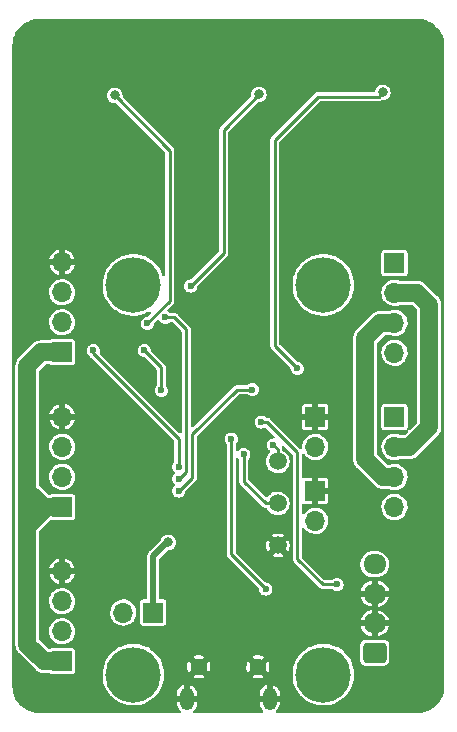
<source format=gbl>
G04 #@! TF.GenerationSoftware,KiCad,Pcbnew,(6.0.10)*
G04 #@! TF.CreationDate,2023-08-15T16:43:45+01:00*
G04 #@! TF.ProjectId,BlinkStickAdvanced,426c696e-6b53-4746-9963-6b416476616e,1.4*
G04 #@! TF.SameCoordinates,Original*
G04 #@! TF.FileFunction,Copper,L2,Bot*
G04 #@! TF.FilePolarity,Positive*
%FSLAX46Y46*%
G04 Gerber Fmt 4.6, Leading zero omitted, Abs format (unit mm)*
G04 Created by KiCad (PCBNEW (6.0.10)) date 2023-08-15 16:43:45*
%MOMM*%
%LPD*%
G01*
G04 APERTURE LIST*
G04 Aperture macros list*
%AMRoundRect*
0 Rectangle with rounded corners*
0 $1 Rounding radius*
0 $2 $3 $4 $5 $6 $7 $8 $9 X,Y pos of 4 corners*
0 Add a 4 corners polygon primitive as box body*
4,1,4,$2,$3,$4,$5,$6,$7,$8,$9,$2,$3,0*
0 Add four circle primitives for the rounded corners*
1,1,$1+$1,$2,$3*
1,1,$1+$1,$4,$5*
1,1,$1+$1,$6,$7*
1,1,$1+$1,$8,$9*
0 Add four rect primitives between the rounded corners*
20,1,$1+$1,$2,$3,$4,$5,0*
20,1,$1+$1,$4,$5,$6,$7,0*
20,1,$1+$1,$6,$7,$8,$9,0*
20,1,$1+$1,$8,$9,$2,$3,0*%
G04 Aperture macros list end*
G04 #@! TA.AperFunction,ComponentPad*
%ADD10RoundRect,0.250000X0.725000X-0.600000X0.725000X0.600000X-0.725000X0.600000X-0.725000X-0.600000X0*%
G04 #@! TD*
G04 #@! TA.AperFunction,ComponentPad*
%ADD11O,1.950000X1.700000*%
G04 #@! TD*
G04 #@! TA.AperFunction,ComponentPad*
%ADD12R,1.700000X1.700000*%
G04 #@! TD*
G04 #@! TA.AperFunction,ComponentPad*
%ADD13O,1.700000X1.700000*%
G04 #@! TD*
G04 #@! TA.AperFunction,ComponentPad*
%ADD14O,1.200000X1.900000*%
G04 #@! TD*
G04 #@! TA.AperFunction,ComponentPad*
%ADD15C,1.450000*%
G04 #@! TD*
G04 #@! TA.AperFunction,ComponentPad*
%ADD16C,4.700000*%
G04 #@! TD*
G04 #@! TA.AperFunction,SMDPad,CuDef*
%ADD17C,1.500000*%
G04 #@! TD*
G04 #@! TA.AperFunction,ViaPad*
%ADD18C,0.800000*%
G04 #@! TD*
G04 #@! TA.AperFunction,ViaPad*
%ADD19C,0.600000*%
G04 #@! TD*
G04 #@! TA.AperFunction,Conductor*
%ADD20C,0.500000*%
G04 #@! TD*
G04 #@! TA.AperFunction,Conductor*
%ADD21C,0.250000*%
G04 #@! TD*
G04 #@! TA.AperFunction,Conductor*
%ADD22C,1.500000*%
G04 #@! TD*
G04 APERTURE END LIST*
D10*
X69554200Y-88078000D03*
D11*
X69554200Y-85578000D03*
X69554200Y-83078000D03*
X69554200Y-80578000D03*
D12*
X43084600Y-75721200D03*
D13*
X43084600Y-73181200D03*
X43084600Y-70641200D03*
X43084600Y-68101200D03*
D12*
X64516000Y-74371200D03*
D13*
X64516000Y-76911200D03*
D14*
X60656000Y-91974300D03*
D15*
X59656000Y-89274300D03*
D14*
X53656000Y-91974300D03*
D15*
X54656000Y-89274300D03*
D12*
X71221600Y-68121200D03*
D13*
X71221600Y-70661200D03*
X71221600Y-73201200D03*
X71221600Y-75741200D03*
D12*
X43084600Y-62640200D03*
D13*
X43084600Y-60100200D03*
X43084600Y-57560200D03*
X43084600Y-55020200D03*
D16*
X65198000Y-89935000D03*
X49114000Y-89935000D03*
D12*
X71221600Y-55067200D03*
D13*
X71221600Y-57607200D03*
X71221600Y-60147200D03*
X71221600Y-62687200D03*
D12*
X64516000Y-68117800D03*
D13*
X64516000Y-70657800D03*
D12*
X50806000Y-84672000D03*
D13*
X48266000Y-84672000D03*
D16*
X49114000Y-56935100D03*
D12*
X43084600Y-88802200D03*
D13*
X43084600Y-86262200D03*
X43084600Y-83722200D03*
X43084600Y-81182200D03*
D16*
X65198000Y-56935100D03*
D17*
X61341000Y-71882000D03*
X61341000Y-78994000D03*
X61341000Y-75438000D03*
D18*
X52070000Y-78740000D03*
X40160300Y-37167410D03*
X53371200Y-36151410D03*
X40160300Y-38183410D03*
X53371200Y-39199410D03*
X67411600Y-76962000D03*
X73761600Y-52628800D03*
X64547200Y-39199410D03*
D19*
X55626000Y-65278000D03*
D18*
X53371200Y-37167410D03*
X53086000Y-55626000D03*
X52355200Y-37167410D03*
X41176300Y-38183410D03*
X63296800Y-87274400D03*
X48133000Y-80518000D03*
X64547200Y-38183410D03*
X44348400Y-78486000D03*
X65563200Y-36151410D03*
X40160300Y-39199410D03*
X45974000Y-58674000D03*
X63449200Y-52984400D03*
X58928000Y-63246000D03*
X50855317Y-87554374D03*
X68427600Y-92303600D03*
D19*
X52578000Y-62007000D03*
D18*
X65563200Y-38183410D03*
X41176300Y-39199410D03*
X64547200Y-36151410D03*
X65563200Y-37167410D03*
X40386000Y-91694000D03*
X53371200Y-38183410D03*
X56032400Y-73152000D03*
D19*
X52578000Y-61214000D03*
D18*
X59740800Y-53492400D03*
X40160300Y-36151410D03*
D19*
X52578000Y-62738000D03*
D18*
X73812400Y-39065200D03*
X57404000Y-60452000D03*
X49784000Y-64262000D03*
X45669200Y-53746400D03*
X45974000Y-65532000D03*
X41176300Y-37167410D03*
X66802000Y-65786000D03*
X59436000Y-67564000D03*
X48768000Y-75692000D03*
X67005200Y-73355200D03*
X52355200Y-38183410D03*
X49276000Y-72136000D03*
X62687200Y-92506800D03*
X49022000Y-68580000D03*
X65563200Y-39199410D03*
X55880000Y-87122000D03*
X64547200Y-37167410D03*
X52355200Y-36151410D03*
X65532000Y-86487000D03*
X67056000Y-53187600D03*
X52355200Y-39199410D03*
X61722000Y-82296000D03*
X73507600Y-91643200D03*
X41176300Y-36151410D03*
X44831000Y-92075000D03*
X59436000Y-78994000D03*
X71475600Y-65481200D03*
D19*
X50038000Y-62484000D03*
X51478000Y-65874000D03*
X52965000Y-72353000D03*
X45720000Y-62484000D03*
X51816000Y-59690000D03*
X52965000Y-73369000D03*
X59182000Y-65795789D03*
X52965000Y-74385000D03*
X50292000Y-60198000D03*
D18*
X47544900Y-40897900D03*
X59740800Y-40812200D03*
D19*
X53975000Y-57023000D03*
X62992000Y-64008000D03*
D18*
X70232845Y-40641845D03*
D19*
X58470800Y-71272400D03*
X60960000Y-70485000D03*
X66357500Y-82296000D03*
X59950000Y-68543000D03*
X57404000Y-69977000D03*
X60325000Y-82677000D03*
D20*
X50806000Y-79877000D02*
X50806000Y-84672000D01*
X51943000Y-78740000D02*
X50806000Y-79877000D01*
D21*
X52070000Y-78740000D02*
X51943000Y-78740000D01*
X51478000Y-65874000D02*
X51478000Y-63924000D01*
X51478000Y-63924000D02*
X50038000Y-62484000D01*
X45720000Y-62738000D02*
X52965000Y-69983000D01*
X45720000Y-62484000D02*
X45720000Y-62738000D01*
X52965000Y-69983000D02*
X52965000Y-72353000D01*
X51816000Y-59690000D02*
X52578000Y-59690000D01*
X52578000Y-59690000D02*
X53594000Y-60706000D01*
X53594000Y-60706000D02*
X53594000Y-72740000D01*
X53594000Y-72740000D02*
X52965000Y-73369000D01*
X57902211Y-65795789D02*
X54102000Y-69596000D01*
X59182000Y-65795789D02*
X57902211Y-65795789D01*
X54102000Y-73248000D02*
X52965000Y-74385000D01*
X54102000Y-69596000D02*
X54102000Y-73248000D01*
D22*
X71221600Y-57607200D02*
X73152000Y-57607200D01*
X74174000Y-68980400D02*
X72493200Y-70661200D01*
X74174000Y-58629200D02*
X74174000Y-68980400D01*
X73152000Y-57607200D02*
X74174000Y-58629200D01*
X72493200Y-70661200D02*
X71221600Y-70661200D01*
X70254800Y-73201200D02*
X71221600Y-73201200D01*
X68732400Y-71678800D02*
X70254800Y-73201200D01*
X71221600Y-60147200D02*
X70019519Y-60147200D01*
X68732400Y-61434319D02*
X68732400Y-71678800D01*
X70019519Y-60147200D02*
X68732400Y-61434319D01*
D21*
X52203000Y-58287000D02*
X52203000Y-45556000D01*
X52203000Y-45556000D02*
X47544900Y-40897900D01*
X50292000Y-60198000D02*
X52203000Y-58287000D01*
X56775000Y-43778000D02*
X59740800Y-40812200D01*
X53975000Y-57023000D02*
X56775000Y-54223000D01*
X56775000Y-54223000D02*
X56775000Y-43778000D01*
X61093000Y-44667000D02*
X61093000Y-62109000D01*
X69889945Y-40984745D02*
X64775255Y-40984745D01*
X64775255Y-40984745D02*
X61093000Y-44667000D01*
X61093000Y-62109000D02*
X62992000Y-64008000D01*
X70232845Y-40641845D02*
X69889945Y-40984745D01*
D22*
X41535000Y-75742800D02*
X40138000Y-74345800D01*
X40138000Y-63798800D02*
X41296600Y-62640200D01*
X41558200Y-88802200D02*
X40138000Y-87382000D01*
X40138000Y-77393800D02*
X41789000Y-75742800D01*
X41296600Y-62640200D02*
X43084600Y-62640200D01*
X42170000Y-75742800D02*
X43110000Y-75742800D01*
X40138000Y-87382000D02*
X40138000Y-63798800D01*
X43084600Y-88802200D02*
X41558200Y-88802200D01*
D21*
X58470800Y-71272400D02*
X58470800Y-73583800D01*
X58470800Y-73583800D02*
X60325000Y-75438000D01*
X60325000Y-75438000D02*
X61341000Y-75438000D01*
X61341000Y-70866000D02*
X61341000Y-72009000D01*
X60960000Y-70485000D02*
X61341000Y-70866000D01*
X62992000Y-80137000D02*
X62992000Y-71120000D01*
X66357500Y-82296000D02*
X65151000Y-82296000D01*
X65151000Y-82296000D02*
X62992000Y-80137000D01*
X62992000Y-71120000D02*
X60415000Y-68543000D01*
X60415000Y-68543000D02*
X59950000Y-68543000D01*
X60325000Y-82677000D02*
X57404000Y-79756000D01*
X57404000Y-79756000D02*
X57404000Y-69977000D01*
G04 #@! TA.AperFunction,Conductor*
G36*
X61728000Y-93185224D02*
G01*
X61418205Y-93185153D01*
X61304741Y-93185127D01*
X61236625Y-93165109D01*
X61190144Y-93111443D01*
X61180057Y-93041167D01*
X61209565Y-92976593D01*
X61223442Y-92962889D01*
X61272876Y-92921114D01*
X61282238Y-92911283D01*
X61386645Y-92774725D01*
X61393671Y-92763122D01*
X61466326Y-92607315D01*
X61470693Y-92594488D01*
X61508554Y-92425101D01*
X61509927Y-92415208D01*
X61510000Y-92412592D01*
X61510000Y-92246415D01*
X61505525Y-92231176D01*
X61504135Y-92229971D01*
X61496452Y-92228300D01*
X59820115Y-92228300D01*
X59804876Y-92232775D01*
X59803671Y-92234165D01*
X59802000Y-92241848D01*
X59802000Y-92367241D01*
X59802369Y-92374055D01*
X59816266Y-92501980D01*
X59819180Y-92515232D01*
X59874009Y-92678154D01*
X59879702Y-92690476D01*
X59968236Y-92837820D01*
X59976444Y-92848634D01*
X60093347Y-92972255D01*
X60125619Y-93035493D01*
X60118579Y-93106140D01*
X60074462Y-93161765D01*
X60001770Y-93184828D01*
X59893248Y-93184803D01*
X54306643Y-93183520D01*
X54238527Y-93163502D01*
X54192046Y-93109836D01*
X54181959Y-93039560D01*
X54211467Y-92974986D01*
X54225344Y-92961282D01*
X54272876Y-92921115D01*
X54282238Y-92911283D01*
X54386645Y-92774725D01*
X54393671Y-92763122D01*
X54466326Y-92607315D01*
X54470693Y-92594488D01*
X54508554Y-92425101D01*
X54509927Y-92415208D01*
X54510000Y-92412592D01*
X54510000Y-92246415D01*
X54505525Y-92231176D01*
X54504135Y-92229971D01*
X54496452Y-92228300D01*
X52820115Y-92228300D01*
X52804876Y-92232775D01*
X52803671Y-92234165D01*
X52802000Y-92241848D01*
X52802000Y-92367241D01*
X52802369Y-92374055D01*
X52816266Y-92501980D01*
X52819180Y-92515232D01*
X52874009Y-92678154D01*
X52879702Y-92690476D01*
X52968236Y-92837820D01*
X52976440Y-92848628D01*
X53091827Y-92970647D01*
X53124098Y-93033885D01*
X53117058Y-93104532D01*
X53072941Y-93160157D01*
X53000249Y-93183220D01*
X52584000Y-93183124D01*
X52584000Y-91702185D01*
X52802000Y-91702185D01*
X52806475Y-91717424D01*
X52807865Y-91718629D01*
X52815548Y-91720300D01*
X53383885Y-91720300D01*
X53399124Y-91715825D01*
X53400329Y-91714435D01*
X53402000Y-91706752D01*
X53402000Y-91702185D01*
X53910000Y-91702185D01*
X53914475Y-91717424D01*
X53915865Y-91718629D01*
X53923548Y-91720300D01*
X54491885Y-91720300D01*
X54507124Y-91715825D01*
X54508329Y-91714435D01*
X54510000Y-91706752D01*
X54510000Y-91702185D01*
X59802000Y-91702185D01*
X59806475Y-91717424D01*
X59807865Y-91718629D01*
X59815548Y-91720300D01*
X60383885Y-91720300D01*
X60399124Y-91715825D01*
X60400329Y-91714435D01*
X60402000Y-91706752D01*
X60402000Y-91702185D01*
X60910000Y-91702185D01*
X60914475Y-91717424D01*
X60915865Y-91718629D01*
X60923548Y-91720300D01*
X61491885Y-91720300D01*
X61507124Y-91715825D01*
X61508329Y-91714435D01*
X61510000Y-91706752D01*
X61510000Y-91581359D01*
X61509631Y-91574545D01*
X61495734Y-91446620D01*
X61492820Y-91433368D01*
X61437991Y-91270446D01*
X61432298Y-91258124D01*
X61343764Y-91110780D01*
X61335556Y-91099966D01*
X61217447Y-90975069D01*
X61207116Y-90966277D01*
X61064936Y-90869651D01*
X61052956Y-90863281D01*
X60926821Y-90812831D01*
X60912782Y-90811495D01*
X60910000Y-90816316D01*
X60910000Y-91702185D01*
X60402000Y-91702185D01*
X60402000Y-90826562D01*
X60398027Y-90813031D01*
X60389702Y-90811834D01*
X60346350Y-90823776D01*
X60333726Y-90828775D01*
X60181671Y-90908944D01*
X60170421Y-90916531D01*
X60039124Y-91027486D01*
X60029762Y-91037317D01*
X59925355Y-91173875D01*
X59918329Y-91185478D01*
X59845674Y-91341285D01*
X59841307Y-91354112D01*
X59803446Y-91523499D01*
X59802073Y-91533392D01*
X59802000Y-91536008D01*
X59802000Y-91702185D01*
X54510000Y-91702185D01*
X54510000Y-91581359D01*
X54509631Y-91574545D01*
X54495734Y-91446620D01*
X54492820Y-91433368D01*
X54437991Y-91270446D01*
X54432298Y-91258124D01*
X54343764Y-91110780D01*
X54335556Y-91099966D01*
X54217447Y-90975069D01*
X54207116Y-90966277D01*
X54064936Y-90869651D01*
X54052956Y-90863281D01*
X53926821Y-90812831D01*
X53912782Y-90811495D01*
X53910000Y-90816316D01*
X53910000Y-91702185D01*
X53402000Y-91702185D01*
X53402000Y-90826562D01*
X53398027Y-90813031D01*
X53389702Y-90811834D01*
X53346350Y-90823776D01*
X53333726Y-90828775D01*
X53181671Y-90908944D01*
X53170421Y-90916531D01*
X53039124Y-91027486D01*
X53029762Y-91037317D01*
X52925355Y-91173875D01*
X52918329Y-91185478D01*
X52845674Y-91341285D01*
X52841307Y-91354112D01*
X52803446Y-91523499D01*
X52802073Y-91533392D01*
X52802000Y-91536008D01*
X52802000Y-91702185D01*
X52584000Y-91702185D01*
X52584000Y-90122120D01*
X54173010Y-90122120D01*
X54177919Y-90128678D01*
X54256784Y-90172754D01*
X54268023Y-90177664D01*
X54438898Y-90233185D01*
X54450872Y-90235818D01*
X54629286Y-90257092D01*
X54641535Y-90257349D01*
X54820682Y-90243565D01*
X54832760Y-90241435D01*
X55005799Y-90193121D01*
X55017250Y-90188679D01*
X55129919Y-90131767D01*
X55140205Y-90122120D01*
X59173010Y-90122120D01*
X59177919Y-90128678D01*
X59256784Y-90172754D01*
X59268023Y-90177664D01*
X59438898Y-90233185D01*
X59450872Y-90235818D01*
X59629286Y-90257092D01*
X59641535Y-90257349D01*
X59820682Y-90243565D01*
X59832760Y-90241435D01*
X60005799Y-90193121D01*
X60017250Y-90188679D01*
X60129919Y-90131767D01*
X60140205Y-90122120D01*
X60137967Y-90115477D01*
X59668812Y-89646322D01*
X59654868Y-89638708D01*
X59653035Y-89638839D01*
X59646420Y-89643090D01*
X59179770Y-90109740D01*
X59173010Y-90122120D01*
X55140205Y-90122120D01*
X55137967Y-90115477D01*
X54668812Y-89646322D01*
X54654868Y-89638708D01*
X54653035Y-89638839D01*
X54646420Y-89643090D01*
X54179770Y-90109740D01*
X54173010Y-90122120D01*
X52584000Y-90122120D01*
X52584000Y-89266709D01*
X53672875Y-89266709D01*
X53687908Y-89445742D01*
X53690123Y-89457807D01*
X53739644Y-89630511D01*
X53744163Y-89641923D01*
X53798685Y-89748011D01*
X53808404Y-89758230D01*
X53815204Y-89755886D01*
X54283978Y-89287112D01*
X54290356Y-89275432D01*
X55020408Y-89275432D01*
X55020539Y-89277265D01*
X55024790Y-89283880D01*
X55491391Y-89750481D01*
X55503771Y-89757241D01*
X55510504Y-89752200D01*
X55551645Y-89679779D01*
X55556634Y-89668573D01*
X55613346Y-89498092D01*
X55616063Y-89486135D01*
X55638913Y-89305250D01*
X55639402Y-89298257D01*
X55639688Y-89277822D01*
X55639393Y-89270794D01*
X55638992Y-89266709D01*
X58672875Y-89266709D01*
X58687908Y-89445742D01*
X58690123Y-89457807D01*
X58739644Y-89630511D01*
X58744163Y-89641923D01*
X58798685Y-89748011D01*
X58808404Y-89758230D01*
X58815204Y-89755886D01*
X59283978Y-89287112D01*
X59290356Y-89275432D01*
X60020408Y-89275432D01*
X60020539Y-89277265D01*
X60024790Y-89283880D01*
X60491391Y-89750481D01*
X60503771Y-89757241D01*
X60510504Y-89752200D01*
X60551645Y-89679779D01*
X60556634Y-89668573D01*
X60613346Y-89498092D01*
X60616063Y-89486135D01*
X60638913Y-89305250D01*
X60639402Y-89298257D01*
X60639688Y-89277822D01*
X60639393Y-89270794D01*
X60621603Y-89089357D01*
X60619220Y-89077322D01*
X60567291Y-88905327D01*
X60562617Y-88893986D01*
X60513118Y-88800892D01*
X60503258Y-88790811D01*
X60496130Y-88793380D01*
X60028022Y-89261488D01*
X60020408Y-89275432D01*
X59290356Y-89275432D01*
X59291592Y-89273168D01*
X59291461Y-89271335D01*
X59287210Y-89264720D01*
X58820475Y-88797985D01*
X58808095Y-88791225D01*
X58801707Y-88796007D01*
X58754784Y-88881360D01*
X58749948Y-88892643D01*
X58695622Y-89063901D01*
X58693074Y-89075889D01*
X58673046Y-89254440D01*
X58672875Y-89266709D01*
X55638992Y-89266709D01*
X55621603Y-89089357D01*
X55619220Y-89077322D01*
X55567291Y-88905327D01*
X55562617Y-88893986D01*
X55513118Y-88800892D01*
X55503258Y-88790811D01*
X55496130Y-88793380D01*
X55028022Y-89261488D01*
X55020408Y-89275432D01*
X54290356Y-89275432D01*
X54291592Y-89273168D01*
X54291461Y-89271335D01*
X54287210Y-89264720D01*
X53820475Y-88797985D01*
X53808095Y-88791225D01*
X53801707Y-88796007D01*
X53754784Y-88881360D01*
X53749948Y-88892643D01*
X53695622Y-89063901D01*
X53693074Y-89075889D01*
X53673046Y-89254440D01*
X53672875Y-89266709D01*
X52584000Y-89266709D01*
X52584000Y-88426891D01*
X54172310Y-88426891D01*
X54174764Y-88433854D01*
X54643188Y-88902278D01*
X54657132Y-88909892D01*
X54658965Y-88909761D01*
X54665580Y-88905510D01*
X55132435Y-88438655D01*
X55138859Y-88426891D01*
X59172310Y-88426891D01*
X59174764Y-88433854D01*
X59643188Y-88902278D01*
X59657132Y-88909892D01*
X59658965Y-88909761D01*
X59665580Y-88905510D01*
X60132435Y-88438655D01*
X60139195Y-88426275D01*
X60134536Y-88420052D01*
X60042631Y-88370359D01*
X60031326Y-88365607D01*
X59859695Y-88312478D01*
X59847682Y-88310012D01*
X59668996Y-88291231D01*
X59656728Y-88291146D01*
X59477805Y-88307429D01*
X59465756Y-88309727D01*
X59293399Y-88360455D01*
X59282024Y-88365050D01*
X59182459Y-88417102D01*
X59172310Y-88426891D01*
X55138859Y-88426891D01*
X55139195Y-88426275D01*
X55134536Y-88420052D01*
X55042631Y-88370359D01*
X55031326Y-88365607D01*
X54859695Y-88312478D01*
X54847682Y-88310012D01*
X54668996Y-88291231D01*
X54656728Y-88291146D01*
X54477805Y-88307429D01*
X54465756Y-88309727D01*
X54293399Y-88360455D01*
X54282024Y-88365050D01*
X54182459Y-88417102D01*
X54172310Y-88426891D01*
X52584000Y-88426891D01*
X52584000Y-87974000D01*
X61728000Y-87974000D01*
X61728000Y-93185224D01*
G37*
G04 #@! TD.AperFunction*
G04 #@! TA.AperFunction,Conductor*
G36*
X73145103Y-34400972D02*
G01*
X73158000Y-34403537D01*
X73170172Y-34401116D01*
X73182580Y-34401116D01*
X73182580Y-34401436D01*
X73193456Y-34400696D01*
X73205690Y-34401436D01*
X73425882Y-34414755D01*
X73440986Y-34416589D01*
X73697463Y-34463589D01*
X73712237Y-34467230D01*
X73961186Y-34544805D01*
X73975407Y-34550199D01*
X74213186Y-34657214D01*
X74226658Y-34664284D01*
X74449803Y-34799177D01*
X74462325Y-34807820D01*
X74667586Y-34968630D01*
X74678974Y-34978720D01*
X74863353Y-35163095D01*
X74873439Y-35174478D01*
X74889474Y-35194944D01*
X75034253Y-35379736D01*
X75042897Y-35392258D01*
X75177797Y-35615405D01*
X75184868Y-35628877D01*
X75291886Y-35866653D01*
X75297281Y-35880880D01*
X75374857Y-36129816D01*
X75378499Y-36144589D01*
X75425506Y-36401072D01*
X75427340Y-36416176D01*
X75441392Y-36648408D01*
X75440640Y-36659474D01*
X75440935Y-36659474D01*
X75440935Y-36671885D01*
X75438514Y-36684056D01*
X75440935Y-36696226D01*
X75440935Y-36696227D01*
X75441079Y-36696951D01*
X75443500Y-36721534D01*
X75443500Y-90864873D01*
X75441079Y-90889452D01*
X75438514Y-90902349D01*
X75440935Y-90914521D01*
X75440935Y-90926929D01*
X75440615Y-90926929D01*
X75441355Y-90937805D01*
X75427296Y-91170229D01*
X75425462Y-91185333D01*
X75378462Y-91441807D01*
X75374821Y-91456580D01*
X75297271Y-91705449D01*
X75297247Y-91705525D01*
X75291851Y-91719752D01*
X75184840Y-91957520D01*
X75177769Y-91970993D01*
X75042872Y-92194140D01*
X75034229Y-92206662D01*
X74873418Y-92411922D01*
X74863328Y-92423310D01*
X74678957Y-92607681D01*
X74667568Y-92617771D01*
X74462313Y-92778577D01*
X74449792Y-92787220D01*
X74306039Y-92874123D01*
X74227108Y-92921839D01*
X74226646Y-92922118D01*
X74213175Y-92929188D01*
X73975399Y-93036203D01*
X73961181Y-93041595D01*
X73741236Y-93110132D01*
X73712231Y-93119170D01*
X73697458Y-93122811D01*
X73440984Y-93169812D01*
X73425880Y-93171646D01*
X73314969Y-93178355D01*
X73193460Y-93185705D01*
X73182581Y-93184964D01*
X73182581Y-93185284D01*
X73170171Y-93185284D01*
X73158000Y-93182863D01*
X73145141Y-93185420D01*
X73120540Y-93187840D01*
X61728000Y-93185224D01*
X61728000Y-89907676D01*
X62588883Y-89907676D01*
X62604497Y-90221325D01*
X62605138Y-90225056D01*
X62605139Y-90225064D01*
X62657036Y-90527081D01*
X62657680Y-90530827D01*
X62747659Y-90831697D01*
X62749172Y-90835168D01*
X62749174Y-90835174D01*
X62786830Y-90921570D01*
X62873132Y-91119579D01*
X62875055Y-91122850D01*
X62875057Y-91122854D01*
X62944999Y-91241828D01*
X63032282Y-91390302D01*
X63034583Y-91393317D01*
X63135206Y-91525164D01*
X63222803Y-91639944D01*
X63225451Y-91642663D01*
X63225456Y-91642668D01*
X63293388Y-91712402D01*
X63441935Y-91864890D01*
X63444879Y-91867261D01*
X63444882Y-91867264D01*
X63683552Y-92059502D01*
X63683557Y-92059506D01*
X63686505Y-92061880D01*
X63952969Y-92228062D01*
X64237467Y-92361029D01*
X64241074Y-92362211D01*
X64241078Y-92362213D01*
X64405038Y-92415961D01*
X64535880Y-92458853D01*
X64539590Y-92459591D01*
X64539594Y-92459592D01*
X64689881Y-92489486D01*
X64843883Y-92520119D01*
X65000449Y-92532028D01*
X65153239Y-92543651D01*
X65153244Y-92543651D01*
X65157016Y-92543938D01*
X65470742Y-92529966D01*
X65474480Y-92529344D01*
X65474488Y-92529343D01*
X65625242Y-92504250D01*
X65780518Y-92478405D01*
X66081855Y-92390003D01*
X66370390Y-92266038D01*
X66641942Y-92108308D01*
X66892579Y-91919097D01*
X67118669Y-91701145D01*
X67316937Y-91457611D01*
X67326909Y-91441807D01*
X67482485Y-91195234D01*
X67482487Y-91195231D01*
X67484512Y-91192021D01*
X67491233Y-91177836D01*
X67551739Y-91050121D01*
X67618966Y-90908222D01*
X67620926Y-90902349D01*
X67717155Y-90613913D01*
X67718352Y-90610326D01*
X67781229Y-90302648D01*
X67806688Y-89989644D01*
X67807260Y-89935000D01*
X67805842Y-89911468D01*
X67788590Y-89625310D01*
X67788590Y-89625306D01*
X67788362Y-89621532D01*
X67785679Y-89606842D01*
X67732622Y-89316326D01*
X67732621Y-89316322D01*
X67731942Y-89312604D01*
X67638817Y-89012692D01*
X67625836Y-88983739D01*
X67541140Y-88794843D01*
X67510336Y-88726140D01*
X67510105Y-88725756D01*
X68324700Y-88725756D01*
X68331402Y-88787448D01*
X68382129Y-88922764D01*
X68387509Y-88929943D01*
X68387511Y-88929946D01*
X68427827Y-88983739D01*
X68468796Y-89038404D01*
X68475976Y-89043785D01*
X68577254Y-89119689D01*
X68577257Y-89119691D01*
X68584436Y-89125071D01*
X68674154Y-89158704D01*
X68712357Y-89173026D01*
X68712359Y-89173026D01*
X68719752Y-89175798D01*
X68727602Y-89176651D01*
X68727603Y-89176651D01*
X68778047Y-89182131D01*
X68781444Y-89182500D01*
X70326956Y-89182500D01*
X70330353Y-89182131D01*
X70380797Y-89176651D01*
X70380798Y-89176651D01*
X70388648Y-89175798D01*
X70396041Y-89173026D01*
X70396043Y-89173026D01*
X70434246Y-89158704D01*
X70523964Y-89125071D01*
X70531143Y-89119691D01*
X70531146Y-89119689D01*
X70632424Y-89043785D01*
X70639604Y-89038404D01*
X70680573Y-88983739D01*
X70720889Y-88929946D01*
X70720891Y-88929943D01*
X70726271Y-88922764D01*
X70776998Y-88787448D01*
X70783700Y-88725756D01*
X70783700Y-87430244D01*
X70776998Y-87368552D01*
X70726271Y-87233236D01*
X70720891Y-87226057D01*
X70720889Y-87226054D01*
X70644985Y-87124776D01*
X70639604Y-87117596D01*
X70549719Y-87050231D01*
X70531146Y-87036311D01*
X70531143Y-87036309D01*
X70523964Y-87030929D01*
X70405779Y-86986624D01*
X70396043Y-86982974D01*
X70396041Y-86982974D01*
X70388648Y-86980202D01*
X70380798Y-86979349D01*
X70380797Y-86979349D01*
X70330353Y-86973869D01*
X70330352Y-86973869D01*
X70326956Y-86973500D01*
X68781444Y-86973500D01*
X68778048Y-86973869D01*
X68778047Y-86973869D01*
X68727603Y-86979349D01*
X68727602Y-86979349D01*
X68719752Y-86980202D01*
X68712359Y-86982974D01*
X68712357Y-86982974D01*
X68702621Y-86986624D01*
X68584436Y-87030929D01*
X68577257Y-87036309D01*
X68577254Y-87036311D01*
X68558681Y-87050231D01*
X68468796Y-87117596D01*
X68463415Y-87124776D01*
X68387511Y-87226054D01*
X68387509Y-87226057D01*
X68382129Y-87233236D01*
X68331402Y-87368552D01*
X68324700Y-87430244D01*
X68324700Y-88725756D01*
X67510105Y-88725756D01*
X67348359Y-88457099D01*
X67155235Y-88209465D01*
X66933759Y-87986827D01*
X66910838Y-87968757D01*
X66690121Y-87794758D01*
X66687140Y-87792408D01*
X66418951Y-87629026D01*
X66305067Y-87577246D01*
X66136527Y-87500615D01*
X66136520Y-87500612D01*
X66133075Y-87499046D01*
X65833655Y-87404352D01*
X65649304Y-87369685D01*
X65528751Y-87347015D01*
X65528746Y-87347014D01*
X65525027Y-87346315D01*
X65211662Y-87325776D01*
X65207882Y-87325984D01*
X65207881Y-87325984D01*
X65119138Y-87330868D01*
X64898099Y-87343032D01*
X64894372Y-87343693D01*
X64894368Y-87343693D01*
X64747710Y-87369685D01*
X64588880Y-87397834D01*
X64585255Y-87398939D01*
X64585250Y-87398940D01*
X64471329Y-87433661D01*
X64288485Y-87489388D01*
X64285021Y-87490919D01*
X64285014Y-87490922D01*
X64108626Y-87568903D01*
X64001264Y-87616367D01*
X63998010Y-87618303D01*
X63998004Y-87618306D01*
X63756774Y-87761823D01*
X63731378Y-87776932D01*
X63728377Y-87779247D01*
X63728373Y-87779250D01*
X63575283Y-87897358D01*
X63482737Y-87968757D01*
X63480036Y-87971416D01*
X63480029Y-87971422D01*
X63306093Y-88142648D01*
X63258942Y-88189064D01*
X63063235Y-88434662D01*
X62898450Y-88701992D01*
X62766975Y-88987183D01*
X62670715Y-89286103D01*
X62669996Y-89289819D01*
X62669994Y-89289827D01*
X62611782Y-89590704D01*
X62611781Y-89590713D01*
X62611063Y-89594423D01*
X62610796Y-89598199D01*
X62610795Y-89598204D01*
X62589826Y-89894355D01*
X62588883Y-89907676D01*
X61728000Y-89907676D01*
X61728000Y-87974000D01*
X52584000Y-87974000D01*
X52584000Y-93183125D01*
X41191486Y-93180509D01*
X41166937Y-93178088D01*
X41154000Y-93175514D01*
X41141826Y-93177935D01*
X41129417Y-93177935D01*
X41129417Y-93177615D01*
X41118544Y-93178355D01*
X41114114Y-93178087D01*
X41071576Y-93175514D01*
X40886120Y-93164296D01*
X40871016Y-93162462D01*
X40614542Y-93115462D01*
X40599769Y-93111821D01*
X40508146Y-93083270D01*
X40350820Y-93034245D01*
X40336602Y-93028853D01*
X40098818Y-92921835D01*
X40085362Y-92914773D01*
X39862211Y-92779873D01*
X39849690Y-92771231D01*
X39644427Y-92610417D01*
X39633039Y-92600327D01*
X39448673Y-92415961D01*
X39438583Y-92404573D01*
X39277769Y-92199310D01*
X39269126Y-92186788D01*
X39194830Y-92063888D01*
X39134227Y-91963638D01*
X39127165Y-91950182D01*
X39020147Y-91712398D01*
X39014753Y-91698175D01*
X38997457Y-91642668D01*
X38937179Y-91449231D01*
X38933538Y-91434458D01*
X38886538Y-91177984D01*
X38884704Y-91162880D01*
X38870645Y-90930456D01*
X38871385Y-90919580D01*
X38871065Y-90919580D01*
X38871065Y-90907172D01*
X38873486Y-90895000D01*
X38870921Y-90882103D01*
X38868500Y-90857524D01*
X38868500Y-89907676D01*
X46504883Y-89907676D01*
X46520497Y-90221325D01*
X46521138Y-90225056D01*
X46521139Y-90225064D01*
X46573036Y-90527081D01*
X46573680Y-90530827D01*
X46663659Y-90831697D01*
X46665172Y-90835168D01*
X46665174Y-90835174D01*
X46702830Y-90921570D01*
X46789132Y-91119579D01*
X46791055Y-91122850D01*
X46791057Y-91122854D01*
X46860999Y-91241828D01*
X46948282Y-91390302D01*
X46950583Y-91393317D01*
X47051206Y-91525164D01*
X47138803Y-91639944D01*
X47141451Y-91642663D01*
X47141456Y-91642668D01*
X47209388Y-91712402D01*
X47357935Y-91864890D01*
X47360879Y-91867261D01*
X47360882Y-91867264D01*
X47599552Y-92059502D01*
X47599557Y-92059506D01*
X47602505Y-92061880D01*
X47868969Y-92228062D01*
X48153467Y-92361029D01*
X48157074Y-92362211D01*
X48157078Y-92362213D01*
X48321038Y-92415961D01*
X48451880Y-92458853D01*
X48455590Y-92459591D01*
X48455594Y-92459592D01*
X48605881Y-92489486D01*
X48759883Y-92520119D01*
X48916449Y-92532028D01*
X49069239Y-92543651D01*
X49069244Y-92543651D01*
X49073016Y-92543938D01*
X49386742Y-92529966D01*
X49390480Y-92529344D01*
X49390488Y-92529343D01*
X49541242Y-92504250D01*
X49696518Y-92478405D01*
X49997855Y-92390003D01*
X50286390Y-92266038D01*
X50557942Y-92108308D01*
X50808579Y-91919097D01*
X51034669Y-91701145D01*
X51232937Y-91457611D01*
X51242909Y-91441807D01*
X51398485Y-91195234D01*
X51398487Y-91195231D01*
X51400512Y-91192021D01*
X51407233Y-91177836D01*
X51467739Y-91050121D01*
X51534966Y-90908222D01*
X51536926Y-90902349D01*
X51633155Y-90613913D01*
X51634352Y-90610326D01*
X51697229Y-90302648D01*
X51722688Y-89989644D01*
X51723260Y-89935000D01*
X51721842Y-89911468D01*
X51704590Y-89625310D01*
X51704590Y-89625306D01*
X51704362Y-89621532D01*
X51701679Y-89606842D01*
X51648622Y-89316326D01*
X51648621Y-89316322D01*
X51647942Y-89312604D01*
X51554817Y-89012692D01*
X51541836Y-88983739D01*
X51457140Y-88794843D01*
X51426336Y-88726140D01*
X51264359Y-88457099D01*
X51071235Y-88209465D01*
X50849759Y-87986827D01*
X50826838Y-87968757D01*
X50606121Y-87794758D01*
X50603140Y-87792408D01*
X50334951Y-87629026D01*
X50221067Y-87577246D01*
X50052527Y-87500615D01*
X50052520Y-87500612D01*
X50049075Y-87499046D01*
X49749655Y-87404352D01*
X49565304Y-87369685D01*
X49444751Y-87347015D01*
X49444746Y-87347014D01*
X49441027Y-87346315D01*
X49127662Y-87325776D01*
X49123882Y-87325984D01*
X49123881Y-87325984D01*
X49035138Y-87330868D01*
X48814099Y-87343032D01*
X48810372Y-87343693D01*
X48810368Y-87343693D01*
X48663710Y-87369685D01*
X48504880Y-87397834D01*
X48501255Y-87398939D01*
X48501250Y-87398940D01*
X48387329Y-87433661D01*
X48204485Y-87489388D01*
X48201021Y-87490919D01*
X48201014Y-87490922D01*
X48024626Y-87568903D01*
X47917264Y-87616367D01*
X47914010Y-87618303D01*
X47914004Y-87618306D01*
X47672774Y-87761823D01*
X47647378Y-87776932D01*
X47644377Y-87779247D01*
X47644373Y-87779250D01*
X47491283Y-87897358D01*
X47398737Y-87968757D01*
X47396036Y-87971416D01*
X47396029Y-87971422D01*
X47222093Y-88142648D01*
X47174942Y-88189064D01*
X46979235Y-88434662D01*
X46814450Y-88701992D01*
X46682975Y-88987183D01*
X46586715Y-89286103D01*
X46585996Y-89289819D01*
X46585994Y-89289827D01*
X46527782Y-89590704D01*
X46527781Y-89590713D01*
X46527063Y-89594423D01*
X46526796Y-89598199D01*
X46526795Y-89598204D01*
X46505826Y-89894355D01*
X46504883Y-89907676D01*
X38868500Y-89907676D01*
X38868500Y-77418469D01*
X39128621Y-77418469D01*
X39129421Y-77424801D01*
X39132506Y-77449222D01*
X39133500Y-77465014D01*
X39133500Y-87365807D01*
X39133451Y-87369326D01*
X39131654Y-87433661D01*
X39131031Y-87455947D01*
X39132140Y-87462236D01*
X39141551Y-87515611D01*
X39142820Y-87524756D01*
X39148942Y-87585024D01*
X39150850Y-87591112D01*
X39150850Y-87591113D01*
X39157596Y-87612640D01*
X39161446Y-87628437D01*
X39166468Y-87656916D01*
X39183093Y-87698907D01*
X39188766Y-87713236D01*
X39191847Y-87721936D01*
X39209967Y-87779755D01*
X39223987Y-87805047D01*
X39230937Y-87819749D01*
X39239240Y-87840721D01*
X39239243Y-87840726D01*
X39241590Y-87846655D01*
X39245080Y-87851988D01*
X39245085Y-87851998D01*
X39274768Y-87897358D01*
X39279537Y-87905263D01*
X39291661Y-87927134D01*
X39308902Y-87958238D01*
X39313051Y-87963079D01*
X39313054Y-87963083D01*
X39327721Y-87980194D01*
X39337487Y-87993202D01*
X39350674Y-88013355D01*
X39350684Y-88013368D01*
X39353331Y-88017413D01*
X39356571Y-88021011D01*
X39356699Y-88021154D01*
X39356713Y-88021168D01*
X39357819Y-88022397D01*
X39396894Y-88061472D01*
X39403467Y-88068569D01*
X39441705Y-88113182D01*
X39466201Y-88132183D01*
X39478070Y-88142648D01*
X40836445Y-89501023D01*
X40838899Y-89503545D01*
X40898454Y-89566523D01*
X40903681Y-89570183D01*
X40948080Y-89601272D01*
X40955444Y-89606842D01*
X40997438Y-89641091D01*
X40997443Y-89641094D01*
X41002390Y-89645129D01*
X41028032Y-89658535D01*
X41041919Y-89666978D01*
X41065618Y-89683572D01*
X41071472Y-89686105D01*
X41071475Y-89686107D01*
X41121217Y-89707632D01*
X41129532Y-89711597D01*
X41183237Y-89739674D01*
X41189364Y-89741431D01*
X41189369Y-89741433D01*
X41211044Y-89747648D01*
X41226353Y-89753130D01*
X41247038Y-89762081D01*
X41247046Y-89762084D01*
X41252903Y-89764618D01*
X41259153Y-89765924D01*
X41259154Y-89765924D01*
X41274468Y-89769123D01*
X41312205Y-89777007D01*
X41321148Y-89779219D01*
X41379401Y-89795923D01*
X41405765Y-89797952D01*
X41408247Y-89798143D01*
X41424343Y-89800434D01*
X41447925Y-89805360D01*
X41447926Y-89805360D01*
X41452660Y-89806349D01*
X41459358Y-89806700D01*
X41514616Y-89806700D01*
X41524283Y-89807071D01*
X41576509Y-89811090D01*
X41576513Y-89811090D01*
X41582869Y-89811579D01*
X41613621Y-89807694D01*
X41629414Y-89806700D01*
X41973365Y-89806700D01*
X42041486Y-89826702D01*
X42049348Y-89833038D01*
X42051116Y-89835684D01*
X42135299Y-89891934D01*
X42209533Y-89906700D01*
X43084458Y-89906700D01*
X43959666Y-89906699D01*
X43995418Y-89899588D01*
X44021726Y-89894356D01*
X44021728Y-89894355D01*
X44033901Y-89891934D01*
X44044221Y-89885039D01*
X44044222Y-89885038D01*
X44107768Y-89842577D01*
X44118084Y-89835684D01*
X44174334Y-89751501D01*
X44189100Y-89677267D01*
X44189099Y-87927134D01*
X44174334Y-87852899D01*
X44118084Y-87768716D01*
X44033901Y-87712466D01*
X43959667Y-87697700D01*
X43084742Y-87697700D01*
X42209534Y-87697701D01*
X42173782Y-87704812D01*
X42147474Y-87710044D01*
X42147472Y-87710045D01*
X42135299Y-87712466D01*
X42124979Y-87719361D01*
X42124978Y-87719362D01*
X42073659Y-87753653D01*
X42005907Y-87774868D01*
X41937440Y-87756085D01*
X41914562Y-87737984D01*
X41179405Y-87002828D01*
X41145380Y-86940515D01*
X41142500Y-86913732D01*
X41142500Y-86233164D01*
X41975748Y-86233164D01*
X41989024Y-86435722D01*
X41990445Y-86441318D01*
X41990446Y-86441323D01*
X42010719Y-86521145D01*
X42038992Y-86632469D01*
X42041409Y-86637712D01*
X42078610Y-86718408D01*
X42123977Y-86816816D01*
X42127310Y-86821532D01*
X42234710Y-86973500D01*
X42241133Y-86982589D01*
X42386538Y-87124235D01*
X42555320Y-87237012D01*
X42560623Y-87239290D01*
X42560626Y-87239292D01*
X42649307Y-87277392D01*
X42741828Y-87317142D01*
X42814844Y-87333664D01*
X42934179Y-87360667D01*
X42934184Y-87360668D01*
X42939816Y-87361942D01*
X42945587Y-87362169D01*
X42945589Y-87362169D01*
X43005356Y-87364517D01*
X43142653Y-87369912D01*
X43243099Y-87355348D01*
X43337831Y-87341613D01*
X43337836Y-87341612D01*
X43343545Y-87340784D01*
X43349009Y-87338929D01*
X43349014Y-87338928D01*
X43530293Y-87277392D01*
X43530298Y-87277390D01*
X43535765Y-87275534D01*
X43712876Y-87176347D01*
X43775534Y-87124235D01*
X43864513Y-87050231D01*
X43868945Y-87046545D01*
X43998747Y-86890476D01*
X44097934Y-86713365D01*
X44099790Y-86707898D01*
X44099792Y-86707893D01*
X44161328Y-86526614D01*
X44161329Y-86526609D01*
X44163184Y-86521145D01*
X44164012Y-86515436D01*
X44164013Y-86515431D01*
X44191779Y-86323927D01*
X44192312Y-86320253D01*
X44193832Y-86262200D01*
X44175258Y-86060059D01*
X44170972Y-86044861D01*
X44121725Y-85870246D01*
X44121724Y-85870244D01*
X44120157Y-85864687D01*
X44111101Y-85846322D01*
X44110646Y-85845399D01*
X68358026Y-85845399D01*
X68379193Y-85933229D01*
X68383082Y-85944524D01*
X68465312Y-86125379D01*
X68471259Y-86135721D01*
X68586210Y-86297772D01*
X68594003Y-86306800D01*
X68737521Y-86444189D01*
X68746886Y-86451585D01*
X68913790Y-86559354D01*
X68924394Y-86564850D01*
X69108652Y-86639108D01*
X69120111Y-86642502D01*
X69282418Y-86674198D01*
X69295368Y-86672994D01*
X69300200Y-86657943D01*
X69300200Y-86656599D01*
X69808200Y-86656599D01*
X69812451Y-86671077D01*
X69824712Y-86673139D01*
X69882935Y-86667584D01*
X69894671Y-86665324D01*
X70085291Y-86609402D01*
X70096394Y-86604961D01*
X70273007Y-86514000D01*
X70283053Y-86507550D01*
X70439286Y-86384829D01*
X70447935Y-86376592D01*
X70578140Y-86226543D01*
X70585077Y-86216817D01*
X70684557Y-86044861D01*
X70689531Y-86033997D01*
X70754703Y-85846322D01*
X70754771Y-85846043D01*
X70753338Y-85835993D01*
X70739769Y-85832000D01*
X69826315Y-85832000D01*
X69811076Y-85836475D01*
X69809871Y-85837865D01*
X69808200Y-85845548D01*
X69808200Y-86656599D01*
X69300200Y-86656599D01*
X69300200Y-85850115D01*
X69295725Y-85834876D01*
X69294335Y-85833671D01*
X69286652Y-85832000D01*
X68372912Y-85832000D01*
X68359381Y-85835973D01*
X68358026Y-85845399D01*
X44110646Y-85845399D01*
X44032931Y-85687809D01*
X44030376Y-85682628D01*
X43908920Y-85519979D01*
X43759858Y-85382187D01*
X43754975Y-85379106D01*
X43754971Y-85379103D01*
X43593064Y-85276948D01*
X43588181Y-85273867D01*
X43399639Y-85198646D01*
X43393979Y-85197520D01*
X43393975Y-85197519D01*
X43206213Y-85160171D01*
X43206210Y-85160171D01*
X43200546Y-85159044D01*
X43194771Y-85158968D01*
X43194767Y-85158968D01*
X43093393Y-85157641D01*
X42997571Y-85156387D01*
X42991874Y-85157366D01*
X42991873Y-85157366D01*
X42803207Y-85189785D01*
X42797510Y-85190764D01*
X42607063Y-85261024D01*
X42432610Y-85364812D01*
X42428270Y-85368618D01*
X42428266Y-85368621D01*
X42333291Y-85451913D01*
X42279992Y-85498655D01*
X42154320Y-85658069D01*
X42151631Y-85663180D01*
X42151629Y-85663183D01*
X42125747Y-85712377D01*
X42059803Y-85837715D01*
X41999607Y-86031578D01*
X41975748Y-86233164D01*
X41142500Y-86233164D01*
X41142500Y-83693164D01*
X41975748Y-83693164D01*
X41989024Y-83895722D01*
X41990445Y-83901318D01*
X41990446Y-83901323D01*
X42032744Y-84067869D01*
X42038992Y-84092469D01*
X42041409Y-84097712D01*
X42078610Y-84178408D01*
X42123977Y-84276816D01*
X42241133Y-84442589D01*
X42386538Y-84584235D01*
X42555320Y-84697012D01*
X42560623Y-84699290D01*
X42560626Y-84699292D01*
X42649307Y-84737392D01*
X42741828Y-84777142D01*
X42814844Y-84793664D01*
X42934179Y-84820667D01*
X42934184Y-84820668D01*
X42939816Y-84821942D01*
X42945587Y-84822169D01*
X42945589Y-84822169D01*
X43005356Y-84824517D01*
X43142653Y-84829912D01*
X43243099Y-84815348D01*
X43337831Y-84801613D01*
X43337836Y-84801612D01*
X43343545Y-84800784D01*
X43349009Y-84798929D01*
X43349014Y-84798928D01*
X43530293Y-84737392D01*
X43530298Y-84737390D01*
X43535765Y-84735534D01*
X43578126Y-84711811D01*
X43655811Y-84668305D01*
X43701061Y-84642964D01*
X47157148Y-84642964D01*
X47170424Y-84845522D01*
X47171845Y-84851118D01*
X47171846Y-84851123D01*
X47191741Y-84929457D01*
X47220392Y-85042269D01*
X47222809Y-85047512D01*
X47260010Y-85128208D01*
X47305377Y-85226616D01*
X47308710Y-85231332D01*
X47405736Y-85368621D01*
X47422533Y-85392389D01*
X47567938Y-85534035D01*
X47736720Y-85646812D01*
X47742023Y-85649090D01*
X47742026Y-85649092D01*
X47873283Y-85705484D01*
X47923228Y-85726942D01*
X47996244Y-85743464D01*
X48115579Y-85770467D01*
X48115584Y-85770468D01*
X48121216Y-85771742D01*
X48126987Y-85771969D01*
X48126989Y-85771969D01*
X48186756Y-85774317D01*
X48324053Y-85779712D01*
X48431348Y-85764155D01*
X48519231Y-85751413D01*
X48519236Y-85751412D01*
X48524945Y-85750584D01*
X48530409Y-85748729D01*
X48530414Y-85748728D01*
X48711693Y-85687192D01*
X48711698Y-85687190D01*
X48717165Y-85685334D01*
X48756719Y-85663183D01*
X48791683Y-85643602D01*
X48894276Y-85586147D01*
X48933969Y-85553135D01*
X49045913Y-85460031D01*
X49050345Y-85456345D01*
X49126473Y-85364812D01*
X49176453Y-85304718D01*
X49176455Y-85304715D01*
X49180147Y-85300276D01*
X49279334Y-85123165D01*
X49281190Y-85117698D01*
X49281192Y-85117693D01*
X49342728Y-84936414D01*
X49342729Y-84936409D01*
X49344584Y-84930945D01*
X49345412Y-84925236D01*
X49345413Y-84925231D01*
X49366556Y-84779408D01*
X49373712Y-84730053D01*
X49375232Y-84672000D01*
X49357853Y-84482861D01*
X49357187Y-84475613D01*
X49357186Y-84475610D01*
X49356658Y-84469859D01*
X49355090Y-84464299D01*
X49303125Y-84280046D01*
X49303124Y-84280044D01*
X49301557Y-84274487D01*
X49290978Y-84253033D01*
X49214331Y-84097609D01*
X49211776Y-84092428D01*
X49191183Y-84064850D01*
X49093777Y-83934409D01*
X49090320Y-83929779D01*
X48946609Y-83796933D01*
X49701500Y-83796933D01*
X49701501Y-85547066D01*
X49716266Y-85621301D01*
X49723161Y-85631620D01*
X49723162Y-85631622D01*
X49760706Y-85687809D01*
X49772516Y-85705484D01*
X49856699Y-85761734D01*
X49930933Y-85776500D01*
X50805858Y-85776500D01*
X51681066Y-85776499D01*
X51716818Y-85769388D01*
X51743126Y-85764156D01*
X51743128Y-85764155D01*
X51755301Y-85761734D01*
X51765621Y-85754839D01*
X51765622Y-85754838D01*
X51829168Y-85712377D01*
X51839484Y-85705484D01*
X51895734Y-85621301D01*
X51910500Y-85547067D01*
X51910500Y-85309957D01*
X68353629Y-85309957D01*
X68355062Y-85320007D01*
X68368631Y-85324000D01*
X69282085Y-85324000D01*
X69297324Y-85319525D01*
X69298529Y-85318135D01*
X69300200Y-85310452D01*
X69300200Y-85305885D01*
X69808200Y-85305885D01*
X69812675Y-85321124D01*
X69814065Y-85322329D01*
X69821748Y-85324000D01*
X70735488Y-85324000D01*
X70749019Y-85320027D01*
X70750374Y-85310601D01*
X70729207Y-85222771D01*
X70725318Y-85211476D01*
X70643088Y-85030621D01*
X70637141Y-85020279D01*
X70522190Y-84858228D01*
X70514397Y-84849200D01*
X70370879Y-84711811D01*
X70361514Y-84704415D01*
X70194610Y-84596646D01*
X70184006Y-84591150D01*
X69999748Y-84516892D01*
X69988289Y-84513498D01*
X69825982Y-84481802D01*
X69813032Y-84483006D01*
X69808200Y-84498057D01*
X69808200Y-85305885D01*
X69300200Y-85305885D01*
X69300200Y-84499401D01*
X69295949Y-84484923D01*
X69283688Y-84482861D01*
X69225465Y-84488416D01*
X69213729Y-84490676D01*
X69023109Y-84546598D01*
X69012006Y-84551039D01*
X68835393Y-84642000D01*
X68825347Y-84648450D01*
X68669114Y-84771171D01*
X68660465Y-84779408D01*
X68530260Y-84929457D01*
X68523323Y-84939183D01*
X68423843Y-85111139D01*
X68418869Y-85122003D01*
X68353697Y-85309678D01*
X68353629Y-85309957D01*
X51910500Y-85309957D01*
X51910499Y-83796934D01*
X51895734Y-83722699D01*
X51869654Y-83683667D01*
X51846377Y-83648832D01*
X51839484Y-83638516D01*
X51755301Y-83582266D01*
X51681067Y-83567500D01*
X51436500Y-83567500D01*
X51368379Y-83547498D01*
X51321886Y-83493842D01*
X51310500Y-83441500D01*
X51310500Y-83345399D01*
X68358026Y-83345399D01*
X68379193Y-83433229D01*
X68383082Y-83444524D01*
X68465312Y-83625379D01*
X68471259Y-83635721D01*
X68586210Y-83797772D01*
X68594003Y-83806800D01*
X68737521Y-83944189D01*
X68746886Y-83951585D01*
X68913790Y-84059354D01*
X68924394Y-84064850D01*
X69108652Y-84139108D01*
X69120111Y-84142502D01*
X69282418Y-84174198D01*
X69295368Y-84172994D01*
X69300200Y-84157943D01*
X69300200Y-84156599D01*
X69808200Y-84156599D01*
X69812451Y-84171077D01*
X69824712Y-84173139D01*
X69882935Y-84167584D01*
X69894671Y-84165324D01*
X70085291Y-84109402D01*
X70096394Y-84104961D01*
X70273007Y-84014000D01*
X70283053Y-84007550D01*
X70439286Y-83884829D01*
X70447935Y-83876592D01*
X70578140Y-83726543D01*
X70585077Y-83716817D01*
X70684557Y-83544861D01*
X70689531Y-83533997D01*
X70754703Y-83346322D01*
X70754771Y-83346043D01*
X70753338Y-83335993D01*
X70739769Y-83332000D01*
X69826315Y-83332000D01*
X69811076Y-83336475D01*
X69809871Y-83337865D01*
X69808200Y-83345548D01*
X69808200Y-84156599D01*
X69300200Y-84156599D01*
X69300200Y-83350115D01*
X69295725Y-83334876D01*
X69294335Y-83333671D01*
X69286652Y-83332000D01*
X68372912Y-83332000D01*
X68359381Y-83335973D01*
X68358026Y-83345399D01*
X51310500Y-83345399D01*
X51310500Y-80138161D01*
X51330502Y-80070040D01*
X51347405Y-80049066D01*
X51965185Y-79431286D01*
X52027497Y-79397260D01*
X52056258Y-79394397D01*
X52131318Y-79395576D01*
X52131321Y-79395576D01*
X52138916Y-79395695D01*
X52293332Y-79360329D01*
X52363742Y-79324917D01*
X52428072Y-79292563D01*
X52428075Y-79292561D01*
X52434855Y-79289151D01*
X52440626Y-79284222D01*
X52440629Y-79284220D01*
X52549536Y-79191204D01*
X52549536Y-79191203D01*
X52555314Y-79186269D01*
X52647755Y-79057624D01*
X52706842Y-78910641D01*
X52721993Y-78804179D01*
X52728581Y-78757891D01*
X52728581Y-78757888D01*
X52729162Y-78753807D01*
X52729307Y-78740000D01*
X52710276Y-78582733D01*
X52654280Y-78434546D01*
X52564553Y-78303992D01*
X52446275Y-78198611D01*
X52438889Y-78194700D01*
X52326186Y-78135027D01*
X52306274Y-78124484D01*
X52152633Y-78085892D01*
X52145034Y-78085852D01*
X52145033Y-78085852D01*
X52079181Y-78085507D01*
X51994221Y-78085062D01*
X51986841Y-78086834D01*
X51986839Y-78086834D01*
X51847563Y-78120271D01*
X51847560Y-78120272D01*
X51840184Y-78122043D01*
X51699414Y-78194700D01*
X51580039Y-78298838D01*
X51488950Y-78428444D01*
X51486190Y-78435524D01*
X51486188Y-78435527D01*
X51465237Y-78489264D01*
X51436939Y-78532590D01*
X50499206Y-79470323D01*
X50489766Y-79477865D01*
X50490089Y-79478245D01*
X50483253Y-79484063D01*
X50475661Y-79488853D01*
X50469719Y-79495581D01*
X50440329Y-79528859D01*
X50434983Y-79534546D01*
X50423649Y-79545880D01*
X50420964Y-79549463D01*
X50420962Y-79549465D01*
X50417447Y-79554155D01*
X50411062Y-79561998D01*
X50379999Y-79597170D01*
X50376186Y-79605292D01*
X50374346Y-79608093D01*
X50365937Y-79622088D01*
X50364315Y-79625051D01*
X50358930Y-79632236D01*
X50355777Y-79640646D01*
X50355776Y-79640648D01*
X50342454Y-79676182D01*
X50338530Y-79685495D01*
X50318583Y-79727982D01*
X50317201Y-79736856D01*
X50316215Y-79740083D01*
X50312075Y-79755866D01*
X50311354Y-79759144D01*
X50308202Y-79767552D01*
X50307537Y-79776503D01*
X50304724Y-79814357D01*
X50303570Y-79824404D01*
X50301500Y-79837697D01*
X50301500Y-79853062D01*
X50301154Y-79862399D01*
X50300593Y-79869952D01*
X50297493Y-79911667D01*
X50299366Y-79920442D01*
X50299959Y-79929138D01*
X50301500Y-79943738D01*
X50301500Y-83441501D01*
X50281498Y-83509622D01*
X50227842Y-83556115D01*
X50175500Y-83567501D01*
X49930934Y-83567501D01*
X49895182Y-83574612D01*
X49868874Y-83579844D01*
X49868872Y-83579845D01*
X49856699Y-83582266D01*
X49846379Y-83589161D01*
X49846378Y-83589162D01*
X49792177Y-83625379D01*
X49772516Y-83638516D01*
X49716266Y-83722699D01*
X49701500Y-83796933D01*
X48946609Y-83796933D01*
X48941258Y-83791987D01*
X48936375Y-83788906D01*
X48936371Y-83788903D01*
X48774464Y-83686748D01*
X48769581Y-83683667D01*
X48581039Y-83608446D01*
X48575379Y-83607320D01*
X48575375Y-83607319D01*
X48387613Y-83569971D01*
X48387610Y-83569971D01*
X48381946Y-83568844D01*
X48376171Y-83568768D01*
X48376167Y-83568768D01*
X48274793Y-83567441D01*
X48178971Y-83566187D01*
X48173274Y-83567166D01*
X48173273Y-83567166D01*
X48085397Y-83582266D01*
X47978910Y-83600564D01*
X47788463Y-83670824D01*
X47614010Y-83774612D01*
X47609670Y-83778418D01*
X47609666Y-83778421D01*
X47488332Y-83884829D01*
X47461392Y-83908455D01*
X47335720Y-84067869D01*
X47333031Y-84072980D01*
X47333029Y-84072983D01*
X47316205Y-84104961D01*
X47241203Y-84247515D01*
X47181007Y-84441378D01*
X47157148Y-84642964D01*
X43701061Y-84642964D01*
X43712876Y-84636347D01*
X43775534Y-84584235D01*
X43864513Y-84510231D01*
X43868945Y-84506545D01*
X43998747Y-84350476D01*
X44097934Y-84173365D01*
X44099790Y-84167898D01*
X44099792Y-84167893D01*
X44161328Y-83986614D01*
X44161329Y-83986609D01*
X44163184Y-83981145D01*
X44164012Y-83975436D01*
X44164013Y-83975431D01*
X44189893Y-83796934D01*
X44192312Y-83780253D01*
X44193832Y-83722200D01*
X44179617Y-83567500D01*
X44175787Y-83525813D01*
X44175786Y-83525810D01*
X44175258Y-83520059D01*
X44173690Y-83514499D01*
X44121725Y-83330246D01*
X44121724Y-83330244D01*
X44120157Y-83324687D01*
X44109578Y-83303233D01*
X44032931Y-83147809D01*
X44030376Y-83142628D01*
X43908920Y-82979979D01*
X43759858Y-82842187D01*
X43754975Y-82839106D01*
X43754971Y-82839103D01*
X43593064Y-82736948D01*
X43588181Y-82733867D01*
X43399639Y-82658646D01*
X43393979Y-82657520D01*
X43393975Y-82657519D01*
X43206213Y-82620171D01*
X43206210Y-82620171D01*
X43200546Y-82619044D01*
X43194771Y-82618968D01*
X43194767Y-82618968D01*
X43093393Y-82617641D01*
X42997571Y-82616387D01*
X42991874Y-82617366D01*
X42991873Y-82617366D01*
X42803207Y-82649785D01*
X42797510Y-82650764D01*
X42607063Y-82721024D01*
X42432610Y-82824812D01*
X42428270Y-82828618D01*
X42428266Y-82828621D01*
X42397862Y-82855285D01*
X42279992Y-82958655D01*
X42276417Y-82963190D01*
X42276416Y-82963191D01*
X42266275Y-82976055D01*
X42154320Y-83118069D01*
X42151631Y-83123180D01*
X42151629Y-83123183D01*
X42138673Y-83147809D01*
X42059803Y-83297715D01*
X41999607Y-83491578D01*
X41975748Y-83693164D01*
X41142500Y-83693164D01*
X41142500Y-81449162D01*
X42013271Y-81449162D01*
X42038043Y-81546702D01*
X42041884Y-81557548D01*
X42121994Y-81731320D01*
X42127745Y-81741281D01*
X42238179Y-81897543D01*
X42245657Y-81906298D01*
X42382714Y-82039812D01*
X42391658Y-82047055D01*
X42550756Y-82153361D01*
X42560866Y-82158851D01*
X42736677Y-82234385D01*
X42747620Y-82237940D01*
X42812932Y-82252719D01*
X42827005Y-82251830D01*
X42830428Y-82242881D01*
X43338600Y-82242881D01*
X43342566Y-82256387D01*
X43351272Y-82257633D01*
X43530097Y-82196930D01*
X43540594Y-82192256D01*
X43707558Y-82098752D01*
X43717030Y-82092242D01*
X43864153Y-81969882D01*
X43872282Y-81961753D01*
X43994642Y-81814630D01*
X44001152Y-81805158D01*
X44094656Y-81638194D01*
X44099330Y-81627697D01*
X44160043Y-81448844D01*
X44158810Y-81440193D01*
X44145242Y-81436200D01*
X43356715Y-81436200D01*
X43341476Y-81440675D01*
X43340271Y-81442065D01*
X43338600Y-81449748D01*
X43338600Y-82242881D01*
X42830428Y-82242881D01*
X42830600Y-82242432D01*
X42830600Y-81454315D01*
X42826125Y-81439076D01*
X42824735Y-81437871D01*
X42817052Y-81436200D01*
X42028094Y-81436200D01*
X42014563Y-81440173D01*
X42013271Y-81449162D01*
X41142500Y-81449162D01*
X41142500Y-80924999D01*
X42012543Y-80924999D01*
X42019275Y-80928200D01*
X42812485Y-80928200D01*
X42827724Y-80923725D01*
X42828929Y-80922335D01*
X42830600Y-80914652D01*
X42830600Y-80910085D01*
X43338600Y-80910085D01*
X43343075Y-80925324D01*
X43344465Y-80926529D01*
X43352148Y-80928200D01*
X44141998Y-80928200D01*
X44155529Y-80924227D01*
X44156698Y-80916092D01*
X44121258Y-80790431D01*
X44117133Y-80779684D01*
X44032503Y-80608071D01*
X44026493Y-80598263D01*
X43912000Y-80444939D01*
X43904310Y-80436399D01*
X43763792Y-80306504D01*
X43754667Y-80299503D01*
X43592836Y-80197395D01*
X43582589Y-80192174D01*
X43404860Y-80121268D01*
X43393832Y-80118001D01*
X43356369Y-80110550D01*
X43343494Y-80111702D01*
X43338600Y-80126858D01*
X43338600Y-80910085D01*
X42830600Y-80910085D01*
X42830600Y-80123700D01*
X42826794Y-80110738D01*
X42811879Y-80108802D01*
X42803332Y-80110271D01*
X42792220Y-80113248D01*
X42612695Y-80179479D01*
X42602317Y-80184429D01*
X42437873Y-80282263D01*
X42428561Y-80289029D01*
X42284697Y-80415194D01*
X42276780Y-80423537D01*
X42158318Y-80573805D01*
X42152050Y-80583456D01*
X42062958Y-80752792D01*
X42058553Y-80763427D01*
X42012762Y-80910898D01*
X42012543Y-80924999D01*
X41142500Y-80924999D01*
X41142500Y-77862068D01*
X41162502Y-77793947D01*
X41179400Y-77772978D01*
X42092802Y-76859575D01*
X42155113Y-76825551D01*
X42197174Y-76825178D01*
X42197301Y-76823886D01*
X42203466Y-76824493D01*
X42209533Y-76825700D01*
X43084458Y-76825700D01*
X43959666Y-76825699D01*
X43998737Y-76817928D01*
X44021726Y-76813356D01*
X44021728Y-76813355D01*
X44033901Y-76810934D01*
X44044221Y-76804039D01*
X44044222Y-76804038D01*
X44107768Y-76761577D01*
X44118084Y-76754684D01*
X44174334Y-76670501D01*
X44189100Y-76596267D01*
X44189099Y-74846134D01*
X44174334Y-74771899D01*
X44151701Y-74738026D01*
X44124977Y-74698032D01*
X44118084Y-74687716D01*
X44033901Y-74631466D01*
X43959667Y-74616700D01*
X43084742Y-74616700D01*
X42209534Y-74616701D01*
X42173782Y-74623812D01*
X42147474Y-74629044D01*
X42147472Y-74629045D01*
X42135299Y-74631466D01*
X42124979Y-74638361D01*
X42124978Y-74638362D01*
X42051116Y-74687716D01*
X42049348Y-74685070D01*
X42004299Y-74709670D01*
X41933484Y-74704605D01*
X41888421Y-74675644D01*
X41179405Y-73966628D01*
X41145379Y-73904316D01*
X41142500Y-73877533D01*
X41142500Y-73152164D01*
X41975748Y-73152164D01*
X41989024Y-73354722D01*
X41990445Y-73360318D01*
X41990446Y-73360323D01*
X42037348Y-73544994D01*
X42038992Y-73551469D01*
X42041409Y-73556712D01*
X42078557Y-73637293D01*
X42123977Y-73735816D01*
X42241133Y-73901589D01*
X42386538Y-74043235D01*
X42391342Y-74046445D01*
X42420575Y-74065978D01*
X42555320Y-74156012D01*
X42560623Y-74158290D01*
X42560626Y-74158292D01*
X42733630Y-74232620D01*
X42741828Y-74236142D01*
X42796142Y-74248432D01*
X42934179Y-74279667D01*
X42934184Y-74279668D01*
X42939816Y-74280942D01*
X42945587Y-74281169D01*
X42945589Y-74281169D01*
X43005356Y-74283517D01*
X43142653Y-74288912D01*
X43243099Y-74274348D01*
X43337831Y-74260613D01*
X43337836Y-74260612D01*
X43343545Y-74259784D01*
X43349009Y-74257929D01*
X43349014Y-74257928D01*
X43530293Y-74196392D01*
X43530298Y-74196390D01*
X43535765Y-74194534D01*
X43564891Y-74178223D01*
X43617261Y-74148894D01*
X43712876Y-74095347D01*
X43725189Y-74085107D01*
X43864513Y-73969231D01*
X43868945Y-73965545D01*
X43922137Y-73901589D01*
X43995053Y-73813918D01*
X43995055Y-73813915D01*
X43998747Y-73809476D01*
X44085150Y-73655193D01*
X44095110Y-73637408D01*
X44095111Y-73637406D01*
X44097934Y-73632365D01*
X44099790Y-73626898D01*
X44099792Y-73626893D01*
X44161328Y-73445614D01*
X44161329Y-73445609D01*
X44163184Y-73440145D01*
X44164012Y-73434436D01*
X44164013Y-73434431D01*
X44185123Y-73288832D01*
X44192312Y-73239253D01*
X44193832Y-73181200D01*
X44182397Y-73056751D01*
X44175787Y-72984813D01*
X44175786Y-72984810D01*
X44175258Y-72979059D01*
X44170155Y-72960964D01*
X44121725Y-72789246D01*
X44121724Y-72789244D01*
X44120157Y-72783687D01*
X44109578Y-72762233D01*
X44032931Y-72606809D01*
X44030376Y-72601628D01*
X44019569Y-72587155D01*
X43952809Y-72497754D01*
X43908920Y-72438979D01*
X43773949Y-72314213D01*
X43764103Y-72305111D01*
X43759858Y-72301187D01*
X43754975Y-72298106D01*
X43754971Y-72298103D01*
X43593064Y-72195948D01*
X43588181Y-72192867D01*
X43399639Y-72117646D01*
X43393979Y-72116520D01*
X43393975Y-72116519D01*
X43206213Y-72079171D01*
X43206210Y-72079171D01*
X43200546Y-72078044D01*
X43194771Y-72077968D01*
X43194767Y-72077968D01*
X43093393Y-72076641D01*
X42997571Y-72075387D01*
X42991874Y-72076366D01*
X42991873Y-72076366D01*
X42803207Y-72108785D01*
X42797510Y-72109764D01*
X42607063Y-72180024D01*
X42602102Y-72182976D01*
X42602101Y-72182976D01*
X42589073Y-72190727D01*
X42432610Y-72283812D01*
X42428270Y-72287618D01*
X42428266Y-72287621D01*
X42347705Y-72358272D01*
X42279992Y-72417655D01*
X42276417Y-72422190D01*
X42276416Y-72422191D01*
X42271062Y-72428983D01*
X42154320Y-72577069D01*
X42151631Y-72582180D01*
X42151629Y-72582183D01*
X42130876Y-72621628D01*
X42059803Y-72756715D01*
X41999607Y-72950578D01*
X41975748Y-73152164D01*
X41142500Y-73152164D01*
X41142500Y-70612164D01*
X41975748Y-70612164D01*
X41989024Y-70814722D01*
X41990445Y-70820318D01*
X41990446Y-70820323D01*
X42031761Y-70982997D01*
X42038992Y-71011469D01*
X42041409Y-71016712D01*
X42110621Y-71166845D01*
X42123977Y-71195816D01*
X42127310Y-71200532D01*
X42232122Y-71348838D01*
X42241133Y-71361589D01*
X42245275Y-71365624D01*
X42323827Y-71442145D01*
X42386538Y-71503235D01*
X42391342Y-71506445D01*
X42414478Y-71521904D01*
X42555320Y-71616012D01*
X42560623Y-71618290D01*
X42560626Y-71618292D01*
X42704363Y-71680046D01*
X42741828Y-71696142D01*
X42814844Y-71712664D01*
X42934179Y-71739667D01*
X42934184Y-71739668D01*
X42939816Y-71740942D01*
X42945587Y-71741169D01*
X42945589Y-71741169D01*
X43005356Y-71743517D01*
X43142653Y-71748912D01*
X43262990Y-71731464D01*
X43337831Y-71720613D01*
X43337836Y-71720612D01*
X43343545Y-71719784D01*
X43349009Y-71717929D01*
X43349014Y-71717928D01*
X43530293Y-71656392D01*
X43530298Y-71656390D01*
X43535765Y-71654534D01*
X43543401Y-71650258D01*
X43665212Y-71582040D01*
X43712876Y-71555347D01*
X43726022Y-71544414D01*
X43864513Y-71429231D01*
X43868945Y-71425545D01*
X43948922Y-71329384D01*
X43995053Y-71273918D01*
X43995055Y-71273915D01*
X43998747Y-71269476D01*
X44078176Y-71127646D01*
X44095110Y-71097408D01*
X44095111Y-71097406D01*
X44097934Y-71092365D01*
X44099790Y-71086898D01*
X44099792Y-71086893D01*
X44161328Y-70905614D01*
X44161329Y-70905609D01*
X44163184Y-70900145D01*
X44164012Y-70894436D01*
X44164013Y-70894431D01*
X44183608Y-70759286D01*
X44192312Y-70699253D01*
X44193832Y-70641200D01*
X44177312Y-70461413D01*
X44175787Y-70444813D01*
X44175786Y-70444810D01*
X44175258Y-70439059D01*
X44170351Y-70421661D01*
X44121725Y-70249246D01*
X44121724Y-70249244D01*
X44120157Y-70243687D01*
X44115043Y-70233315D01*
X44032931Y-70066809D01*
X44030376Y-70061628D01*
X43908920Y-69898979D01*
X43777816Y-69777787D01*
X43764103Y-69765111D01*
X43759858Y-69761187D01*
X43754975Y-69758106D01*
X43754971Y-69758103D01*
X43598814Y-69659576D01*
X43588181Y-69652867D01*
X43399639Y-69577646D01*
X43393979Y-69576520D01*
X43393975Y-69576519D01*
X43206213Y-69539171D01*
X43206210Y-69539171D01*
X43200546Y-69538044D01*
X43194771Y-69537968D01*
X43194767Y-69537968D01*
X43093393Y-69536641D01*
X42997571Y-69535387D01*
X42991874Y-69536366D01*
X42991873Y-69536366D01*
X42859157Y-69559171D01*
X42797510Y-69569764D01*
X42607063Y-69640024D01*
X42432610Y-69743812D01*
X42428270Y-69747618D01*
X42428266Y-69747621D01*
X42317427Y-69844825D01*
X42279992Y-69877655D01*
X42154320Y-70037069D01*
X42151631Y-70042180D01*
X42151629Y-70042183D01*
X42126721Y-70089526D01*
X42059803Y-70216715D01*
X41999607Y-70410578D01*
X41975748Y-70612164D01*
X41142500Y-70612164D01*
X41142500Y-68368162D01*
X42013271Y-68368162D01*
X42038043Y-68465702D01*
X42041884Y-68476548D01*
X42121994Y-68650320D01*
X42127745Y-68660281D01*
X42238179Y-68816543D01*
X42245657Y-68825298D01*
X42382714Y-68958812D01*
X42391658Y-68966055D01*
X42550756Y-69072361D01*
X42560866Y-69077851D01*
X42736677Y-69153385D01*
X42747620Y-69156940D01*
X42812932Y-69171719D01*
X42827005Y-69170830D01*
X42830428Y-69161881D01*
X43338600Y-69161881D01*
X43342566Y-69175387D01*
X43351272Y-69176633D01*
X43530097Y-69115930D01*
X43540594Y-69111256D01*
X43707558Y-69017752D01*
X43717030Y-69011242D01*
X43864153Y-68888882D01*
X43872282Y-68880753D01*
X43994642Y-68733630D01*
X44001152Y-68724158D01*
X44094656Y-68557194D01*
X44099330Y-68546697D01*
X44160043Y-68367844D01*
X44158810Y-68359193D01*
X44145242Y-68355200D01*
X43356715Y-68355200D01*
X43341476Y-68359675D01*
X43340271Y-68361065D01*
X43338600Y-68368748D01*
X43338600Y-69161881D01*
X42830428Y-69161881D01*
X42830600Y-69161432D01*
X42830600Y-68373315D01*
X42826125Y-68358076D01*
X42824735Y-68356871D01*
X42817052Y-68355200D01*
X42028094Y-68355200D01*
X42014563Y-68359173D01*
X42013271Y-68368162D01*
X41142500Y-68368162D01*
X41142500Y-67843999D01*
X42012543Y-67843999D01*
X42019275Y-67847200D01*
X42812485Y-67847200D01*
X42827724Y-67842725D01*
X42828929Y-67841335D01*
X42830600Y-67833652D01*
X42830600Y-67829085D01*
X43338600Y-67829085D01*
X43343075Y-67844324D01*
X43344465Y-67845529D01*
X43352148Y-67847200D01*
X44141998Y-67847200D01*
X44155529Y-67843227D01*
X44156698Y-67835092D01*
X44121258Y-67709431D01*
X44117133Y-67698684D01*
X44032503Y-67527071D01*
X44026493Y-67517263D01*
X43912000Y-67363939D01*
X43904310Y-67355399D01*
X43763792Y-67225504D01*
X43754667Y-67218503D01*
X43592836Y-67116395D01*
X43582589Y-67111174D01*
X43404860Y-67040268D01*
X43393832Y-67037001D01*
X43356369Y-67029550D01*
X43343494Y-67030702D01*
X43338600Y-67045858D01*
X43338600Y-67829085D01*
X42830600Y-67829085D01*
X42830600Y-67042700D01*
X42826794Y-67029738D01*
X42811879Y-67027802D01*
X42803332Y-67029271D01*
X42792220Y-67032248D01*
X42612695Y-67098479D01*
X42602317Y-67103429D01*
X42437873Y-67201263D01*
X42428561Y-67208029D01*
X42284697Y-67334194D01*
X42276780Y-67342537D01*
X42158318Y-67492805D01*
X42152050Y-67502456D01*
X42062958Y-67671792D01*
X42058553Y-67682427D01*
X42012762Y-67829898D01*
X42012543Y-67843999D01*
X41142500Y-67843999D01*
X41142500Y-64267069D01*
X41162502Y-64198948D01*
X41179404Y-64177974D01*
X41675772Y-63681605D01*
X41738085Y-63647580D01*
X41764868Y-63644700D01*
X41973365Y-63644700D01*
X42041486Y-63664702D01*
X42049348Y-63671038D01*
X42051116Y-63673684D01*
X42059982Y-63679608D01*
X42059983Y-63679609D01*
X42094080Y-63702392D01*
X42135299Y-63729934D01*
X42209533Y-63744700D01*
X43084458Y-63744700D01*
X43959666Y-63744699D01*
X43995418Y-63737588D01*
X44021726Y-63732356D01*
X44021728Y-63732355D01*
X44033901Y-63729934D01*
X44044221Y-63723039D01*
X44044222Y-63723038D01*
X44107768Y-63680577D01*
X44118084Y-63673684D01*
X44174334Y-63589501D01*
X44189100Y-63515267D01*
X44189099Y-62484000D01*
X45160715Y-62484000D01*
X45179772Y-62628754D01*
X45182931Y-62636380D01*
X45229550Y-62748927D01*
X45235645Y-62763642D01*
X45324526Y-62879474D01*
X45331076Y-62884500D01*
X45331079Y-62884503D01*
X45367794Y-62912675D01*
X45395450Y-62946736D01*
X45397485Y-62945422D01*
X45401786Y-62952083D01*
X45405219Y-62959232D01*
X45408814Y-62963508D01*
X45410737Y-62965431D01*
X45412509Y-62967363D01*
X45412552Y-62967442D01*
X45412428Y-62967555D01*
X45412904Y-62968095D01*
X45415990Y-62973814D01*
X45423635Y-62980881D01*
X45455586Y-63010416D01*
X45459152Y-63013846D01*
X52548595Y-70103289D01*
X52582621Y-70165601D01*
X52585500Y-70192384D01*
X52585500Y-71893936D01*
X52565498Y-71962057D01*
X52559463Y-71970640D01*
X52480645Y-72073358D01*
X52477486Y-72080984D01*
X52477485Y-72080986D01*
X52454016Y-72137646D01*
X52424772Y-72208246D01*
X52405715Y-72353000D01*
X52406793Y-72361188D01*
X52420306Y-72463828D01*
X52424772Y-72497754D01*
X52427931Y-72505380D01*
X52476083Y-72621628D01*
X52480645Y-72632642D01*
X52485672Y-72639193D01*
X52540645Y-72710835D01*
X52569526Y-72748474D01*
X52580266Y-72756715D01*
X52585901Y-72761039D01*
X52627767Y-72818378D01*
X52631987Y-72889249D01*
X52597222Y-72951151D01*
X52585897Y-72960964D01*
X52569526Y-72973526D01*
X52480645Y-73089358D01*
X52424772Y-73224246D01*
X52423695Y-73232430D01*
X52423694Y-73232432D01*
X52417333Y-73280748D01*
X52405715Y-73369000D01*
X52406793Y-73377188D01*
X52423274Y-73502372D01*
X52424772Y-73513754D01*
X52427931Y-73521380D01*
X52475992Y-73637408D01*
X52480645Y-73648642D01*
X52569526Y-73764474D01*
X52585901Y-73777039D01*
X52627767Y-73834378D01*
X52631987Y-73905249D01*
X52597222Y-73967151D01*
X52585897Y-73976964D01*
X52569526Y-73989526D01*
X52480645Y-74105358D01*
X52477486Y-74112984D01*
X52477485Y-74112986D01*
X52456513Y-74163618D01*
X52424772Y-74240246D01*
X52423695Y-74248430D01*
X52423694Y-74248432D01*
X52412775Y-74331372D01*
X52405715Y-74385000D01*
X52406793Y-74393188D01*
X52414090Y-74448612D01*
X52424772Y-74529754D01*
X52427931Y-74537380D01*
X52469628Y-74638044D01*
X52480645Y-74664642D01*
X52493061Y-74680823D01*
X52555027Y-74761578D01*
X52569526Y-74780474D01*
X52576076Y-74785500D01*
X52576079Y-74785503D01*
X52678804Y-74864327D01*
X52685357Y-74869355D01*
X52820246Y-74925228D01*
X52965000Y-74944285D01*
X52973188Y-74943207D01*
X53101566Y-74926306D01*
X53109754Y-74925228D01*
X53244643Y-74869355D01*
X53251196Y-74864327D01*
X53353921Y-74785503D01*
X53353924Y-74785500D01*
X53360474Y-74780474D01*
X53374974Y-74761578D01*
X53436939Y-74680823D01*
X53449355Y-74664642D01*
X53460373Y-74638044D01*
X53502069Y-74537380D01*
X53505228Y-74529754D01*
X53522128Y-74401388D01*
X53550849Y-74336462D01*
X53557954Y-74328740D01*
X54332216Y-73554478D01*
X54350964Y-73539336D01*
X54352189Y-73538221D01*
X54360940Y-73532571D01*
X54367387Y-73524393D01*
X54367389Y-73524391D01*
X54381729Y-73506200D01*
X54385675Y-73501759D01*
X54385602Y-73501697D01*
X54388961Y-73497733D01*
X54392638Y-73494056D01*
X54403892Y-73478308D01*
X54407398Y-73473638D01*
X54439156Y-73433353D01*
X54442188Y-73424719D01*
X54447514Y-73417266D01*
X54462203Y-73368150D01*
X54464036Y-73362508D01*
X54478390Y-73321633D01*
X54478390Y-73321632D01*
X54481018Y-73314149D01*
X54481500Y-73308584D01*
X54481500Y-73305876D01*
X54481614Y-73303242D01*
X54481643Y-73303144D01*
X54481807Y-73303151D01*
X54481851Y-73302447D01*
X54483713Y-73296222D01*
X54481597Y-73242365D01*
X54481500Y-73237418D01*
X54481500Y-69977000D01*
X56844715Y-69977000D01*
X56845793Y-69985188D01*
X56857433Y-70073601D01*
X56863772Y-70121754D01*
X56866931Y-70129380D01*
X56914279Y-70243687D01*
X56919645Y-70256642D01*
X56959140Y-70308113D01*
X56998463Y-70359360D01*
X57024063Y-70425581D01*
X57024500Y-70436064D01*
X57024500Y-79702080D01*
X57021951Y-79726028D01*
X57021872Y-79727693D01*
X57019680Y-79737876D01*
X57020904Y-79748217D01*
X57023627Y-79771223D01*
X57023977Y-79777154D01*
X57024072Y-79777146D01*
X57024500Y-79782324D01*
X57024500Y-79787524D01*
X57025354Y-79792653D01*
X57025354Y-79792656D01*
X57027669Y-79806565D01*
X57028506Y-79812443D01*
X57032818Y-79848872D01*
X57034530Y-79863341D01*
X57038493Y-79871593D01*
X57039996Y-79880626D01*
X57044943Y-79889795D01*
X57044944Y-79889797D01*
X57064334Y-79925732D01*
X57067031Y-79931025D01*
X57085785Y-79970082D01*
X57085788Y-79970086D01*
X57089219Y-79977232D01*
X57092814Y-79981508D01*
X57094737Y-79983431D01*
X57096509Y-79985363D01*
X57096552Y-79985442D01*
X57096428Y-79985555D01*
X57096904Y-79986095D01*
X57099990Y-79991814D01*
X57107635Y-79998881D01*
X57139586Y-80028416D01*
X57143152Y-80031846D01*
X59732046Y-82620740D01*
X59766072Y-82683052D01*
X59767871Y-82693380D01*
X59772920Y-82731727D01*
X59783304Y-82810601D01*
X59784772Y-82821754D01*
X59840645Y-82956642D01*
X59929526Y-83072474D01*
X59936076Y-83077500D01*
X59936079Y-83077503D01*
X60038804Y-83156327D01*
X60045357Y-83161355D01*
X60180246Y-83217228D01*
X60325000Y-83236285D01*
X60333188Y-83235207D01*
X60461566Y-83218306D01*
X60469754Y-83217228D01*
X60604643Y-83161355D01*
X60611196Y-83156327D01*
X60713921Y-83077503D01*
X60713924Y-83077500D01*
X60720474Y-83072474D01*
X60809355Y-82956642D01*
X60865228Y-82821754D01*
X60866697Y-82810601D01*
X60883207Y-82685188D01*
X60884285Y-82677000D01*
X60871472Y-82579675D01*
X60866306Y-82540432D01*
X60866305Y-82540430D01*
X60865228Y-82532246D01*
X60830489Y-82448380D01*
X60812515Y-82404986D01*
X60812514Y-82404984D01*
X60809355Y-82397358D01*
X60720474Y-82281526D01*
X60713924Y-82276500D01*
X60713921Y-82276497D01*
X60611196Y-82197673D01*
X60611194Y-82197672D01*
X60604643Y-82192645D01*
X60487779Y-82144238D01*
X60477383Y-82139932D01*
X60469754Y-82136772D01*
X60341389Y-82119873D01*
X60276463Y-82091151D01*
X60268741Y-82084046D01*
X58044886Y-79860192D01*
X60839637Y-79860192D01*
X60844547Y-79866751D01*
X60931726Y-79915474D01*
X60942966Y-79920384D01*
X61118504Y-79977420D01*
X61130478Y-79980053D01*
X61313760Y-80001908D01*
X61326009Y-80002165D01*
X61510044Y-79988004D01*
X61522124Y-79985873D01*
X61699892Y-79936239D01*
X61711325Y-79931805D01*
X61833529Y-79870075D01*
X61843813Y-79860430D01*
X61841575Y-79853786D01*
X61353811Y-79366021D01*
X61339868Y-79358408D01*
X61338034Y-79358539D01*
X61331420Y-79362790D01*
X60846394Y-79847817D01*
X60839637Y-79860192D01*
X58044886Y-79860192D01*
X57820405Y-79635711D01*
X57786380Y-79573399D01*
X57783500Y-79546616D01*
X57783500Y-78986057D01*
X60332756Y-78986057D01*
X60348200Y-79169978D01*
X60350414Y-79182040D01*
X60401290Y-79359463D01*
X60405806Y-79370868D01*
X60465117Y-79486275D01*
X60474838Y-79496496D01*
X60481637Y-79494152D01*
X60968979Y-79006811D01*
X60975356Y-78995132D01*
X61705408Y-78995132D01*
X61705539Y-78996966D01*
X61709790Y-79003580D01*
X62194732Y-79488521D01*
X62207107Y-79495278D01*
X62213841Y-79490237D01*
X62259593Y-79409701D01*
X62264583Y-79398492D01*
X62322842Y-79223359D01*
X62325560Y-79211392D01*
X62349023Y-79025672D01*
X62349514Y-79018645D01*
X62349809Y-78997505D01*
X62349516Y-78990513D01*
X62331245Y-78804179D01*
X62328862Y-78792141D01*
X62275517Y-78615454D01*
X62270843Y-78604113D01*
X62216605Y-78502106D01*
X62206745Y-78492025D01*
X62199618Y-78494593D01*
X61713021Y-78981189D01*
X61705408Y-78995132D01*
X60975356Y-78995132D01*
X60976592Y-78992868D01*
X60976461Y-78991034D01*
X60972210Y-78984420D01*
X60487062Y-78499273D01*
X60474687Y-78492516D01*
X60468298Y-78497298D01*
X60416690Y-78591172D01*
X60411861Y-78602438D01*
X60356050Y-78778377D01*
X60353502Y-78790366D01*
X60332927Y-78973789D01*
X60332756Y-78986057D01*
X57783500Y-78986057D01*
X57783500Y-78128063D01*
X60838783Y-78128063D01*
X60841238Y-78135027D01*
X61328189Y-78621979D01*
X61342132Y-78629592D01*
X61343966Y-78629461D01*
X61350580Y-78625210D01*
X61835886Y-78139903D01*
X61842643Y-78127528D01*
X61837984Y-78121304D01*
X61737368Y-78066901D01*
X61726062Y-78062149D01*
X61549746Y-78007570D01*
X61537733Y-78005104D01*
X61354171Y-77985811D01*
X61341903Y-77985726D01*
X61158098Y-78002453D01*
X61146049Y-78004751D01*
X60968984Y-78056864D01*
X60957616Y-78061457D01*
X60848932Y-78118276D01*
X60838783Y-78128063D01*
X57783500Y-78128063D01*
X57783500Y-71658744D01*
X57803502Y-71590623D01*
X57857158Y-71544130D01*
X57927432Y-71534026D01*
X57992012Y-71563520D01*
X58009463Y-71582040D01*
X58065263Y-71654760D01*
X58090863Y-71720980D01*
X58091300Y-71731464D01*
X58091300Y-73529880D01*
X58088751Y-73553828D01*
X58088672Y-73555493D01*
X58086480Y-73565676D01*
X58087704Y-73576017D01*
X58090427Y-73599023D01*
X58090777Y-73604954D01*
X58090872Y-73604946D01*
X58091300Y-73610124D01*
X58091300Y-73615324D01*
X58092154Y-73620453D01*
X58092154Y-73620456D01*
X58094469Y-73634365D01*
X58095306Y-73640243D01*
X58097338Y-73657408D01*
X58101330Y-73691141D01*
X58105293Y-73699393D01*
X58106796Y-73708426D01*
X58111743Y-73717595D01*
X58111744Y-73717597D01*
X58131134Y-73753532D01*
X58133831Y-73758825D01*
X58152585Y-73797882D01*
X58152588Y-73797886D01*
X58156019Y-73805032D01*
X58159614Y-73809308D01*
X58161537Y-73811231D01*
X58163309Y-73813163D01*
X58163352Y-73813242D01*
X58163228Y-73813355D01*
X58163704Y-73813895D01*
X58166790Y-73819614D01*
X58174435Y-73826681D01*
X58206386Y-73856216D01*
X58209952Y-73859646D01*
X60018522Y-75668216D01*
X60033664Y-75686964D01*
X60034779Y-75688189D01*
X60040429Y-75696940D01*
X60048607Y-75703387D01*
X60048609Y-75703389D01*
X60066800Y-75717729D01*
X60071241Y-75721675D01*
X60071303Y-75721602D01*
X60075267Y-75724961D01*
X60078944Y-75728638D01*
X60094692Y-75739892D01*
X60099362Y-75743398D01*
X60139647Y-75775156D01*
X60148281Y-75778188D01*
X60155734Y-75783514D01*
X60204850Y-75798203D01*
X60210492Y-75800036D01*
X60251367Y-75814390D01*
X60258851Y-75817018D01*
X60264416Y-75817500D01*
X60267124Y-75817500D01*
X60269758Y-75817614D01*
X60269856Y-75817643D01*
X60269849Y-75817807D01*
X60270553Y-75817851D01*
X60276778Y-75819713D01*
X60324856Y-75817824D01*
X60393710Y-75835136D01*
X60441867Y-75886130D01*
X60492566Y-75984779D01*
X60614927Y-76139160D01*
X60619620Y-76143154D01*
X60619621Y-76143155D01*
X60655405Y-76173609D01*
X60764945Y-76266835D01*
X60770323Y-76269841D01*
X60770325Y-76269842D01*
X60892038Y-76337865D01*
X60936904Y-76362940D01*
X61124255Y-76423814D01*
X61319862Y-76447139D01*
X61325997Y-76446667D01*
X61325999Y-76446667D01*
X61385801Y-76442065D01*
X61516274Y-76432026D01*
X61706009Y-76379050D01*
X61716169Y-76373918D01*
X61876341Y-76293010D01*
X61876343Y-76293009D01*
X61881842Y-76290231D01*
X62037074Y-76168950D01*
X62041100Y-76164286D01*
X62041103Y-76164283D01*
X62161764Y-76024496D01*
X62161765Y-76024494D01*
X62165793Y-76019828D01*
X62263096Y-75848544D01*
X62325277Y-75661622D01*
X62349966Y-75466183D01*
X62350360Y-75438000D01*
X62331137Y-75241948D01*
X62274200Y-75053363D01*
X62271307Y-75047922D01*
X62184611Y-74884871D01*
X62184609Y-74884868D01*
X62181717Y-74879429D01*
X62057212Y-74726770D01*
X61951323Y-74639171D01*
X61910177Y-74605132D01*
X61910174Y-74605130D01*
X61905427Y-74601203D01*
X61732143Y-74507508D01*
X61543960Y-74449256D01*
X61537835Y-74448612D01*
X61537834Y-74448612D01*
X61354176Y-74429309D01*
X61354174Y-74429309D01*
X61348047Y-74428665D01*
X61266018Y-74436130D01*
X61158004Y-74445960D01*
X61158001Y-74445961D01*
X61151865Y-74446519D01*
X61145959Y-74448257D01*
X61145955Y-74448258D01*
X61005775Y-74489516D01*
X60962887Y-74502138D01*
X60957427Y-74504992D01*
X60957428Y-74504992D01*
X60793772Y-74590549D01*
X60793768Y-74590552D01*
X60788312Y-74593404D01*
X60783512Y-74597264D01*
X60783511Y-74597264D01*
X60650005Y-74704605D01*
X60634788Y-74716840D01*
X60630821Y-74721568D01*
X60513666Y-74861187D01*
X60508163Y-74867745D01*
X60505876Y-74871905D01*
X60451268Y-74916500D01*
X60380729Y-74924549D01*
X60313198Y-74889503D01*
X58887205Y-73463511D01*
X58853180Y-73401199D01*
X58850300Y-73374416D01*
X58850300Y-71731464D01*
X58870302Y-71663343D01*
X58876337Y-71654760D01*
X58915660Y-71603513D01*
X58955155Y-71552042D01*
X58958433Y-71544130D01*
X59007869Y-71424780D01*
X59011028Y-71417154D01*
X59013435Y-71398876D01*
X59029007Y-71280588D01*
X59030085Y-71272400D01*
X59017334Y-71175544D01*
X59012106Y-71135832D01*
X59012105Y-71135830D01*
X59011028Y-71127646D01*
X58971190Y-71031469D01*
X58958315Y-71000386D01*
X58958314Y-71000384D01*
X58955155Y-70992758D01*
X58873280Y-70886056D01*
X58871301Y-70883477D01*
X58871300Y-70883476D01*
X58866274Y-70876926D01*
X58859724Y-70871900D01*
X58859721Y-70871897D01*
X58756996Y-70793073D01*
X58756994Y-70793072D01*
X58750443Y-70788045D01*
X58615554Y-70732172D01*
X58470800Y-70713115D01*
X58462612Y-70714193D01*
X58334232Y-70731094D01*
X58334230Y-70731095D01*
X58326046Y-70732172D01*
X58303831Y-70741374D01*
X58198786Y-70784885D01*
X58198784Y-70784886D01*
X58191158Y-70788045D01*
X58075326Y-70876926D01*
X58070303Y-70883472D01*
X58070299Y-70883476D01*
X58009462Y-70962760D01*
X57952124Y-71004627D01*
X57881253Y-71008849D01*
X57819350Y-70974085D01*
X57786069Y-70911372D01*
X57783500Y-70886056D01*
X57783500Y-70436064D01*
X57803502Y-70367943D01*
X57809537Y-70359360D01*
X57848860Y-70308113D01*
X57888355Y-70256642D01*
X57893722Y-70243687D01*
X57941069Y-70129380D01*
X57944228Y-70121754D01*
X57950568Y-70073601D01*
X57962207Y-69985188D01*
X57963285Y-69977000D01*
X57956533Y-69925715D01*
X57945306Y-69840432D01*
X57945305Y-69840430D01*
X57944228Y-69832246D01*
X57917459Y-69767621D01*
X57891515Y-69704986D01*
X57891514Y-69704984D01*
X57888355Y-69697358D01*
X57813488Y-69599789D01*
X57804501Y-69588077D01*
X57804500Y-69588076D01*
X57799474Y-69581526D01*
X57792924Y-69576500D01*
X57792921Y-69576497D01*
X57690196Y-69497673D01*
X57690194Y-69497672D01*
X57683643Y-69492645D01*
X57548754Y-69436772D01*
X57404000Y-69417715D01*
X57395812Y-69418793D01*
X57267432Y-69435694D01*
X57267430Y-69435695D01*
X57259246Y-69436772D01*
X57211430Y-69456578D01*
X57131986Y-69489485D01*
X57131984Y-69489486D01*
X57124358Y-69492645D01*
X57067583Y-69536210D01*
X57023855Y-69569764D01*
X57008526Y-69581526D01*
X57003503Y-69588072D01*
X56997022Y-69596518D01*
X56919645Y-69697358D01*
X56916486Y-69704984D01*
X56916485Y-69704986D01*
X56890541Y-69767621D01*
X56863772Y-69832246D01*
X56862695Y-69840430D01*
X56862694Y-69840432D01*
X56851467Y-69925715D01*
X56844715Y-69977000D01*
X54481500Y-69977000D01*
X54481500Y-69805384D01*
X54501502Y-69737263D01*
X54518405Y-69716289D01*
X55691694Y-68543000D01*
X59390715Y-68543000D01*
X59409772Y-68687754D01*
X59465645Y-68822642D01*
X59470672Y-68829193D01*
X59532053Y-68909186D01*
X59554526Y-68938474D01*
X59561076Y-68943500D01*
X59561079Y-68943503D01*
X59663804Y-69022327D01*
X59670357Y-69027355D01*
X59779011Y-69072361D01*
X59790754Y-69077225D01*
X59805246Y-69083228D01*
X59950000Y-69102285D01*
X59958188Y-69101207D01*
X60086566Y-69084306D01*
X60094754Y-69083228D01*
X60109247Y-69077225D01*
X60125480Y-69070501D01*
X60229643Y-69027355D01*
X60231894Y-69025628D01*
X60298445Y-69009480D01*
X60365537Y-69032699D01*
X60381549Y-69046243D01*
X61047004Y-69711698D01*
X61081030Y-69774010D01*
X61075965Y-69844825D01*
X61033418Y-69901661D01*
X60966898Y-69926472D01*
X60965995Y-69926504D01*
X60960000Y-69925715D01*
X60951812Y-69926793D01*
X60823432Y-69943694D01*
X60823430Y-69943695D01*
X60815246Y-69944772D01*
X60807619Y-69947931D01*
X60807620Y-69947931D01*
X60687986Y-69997485D01*
X60687984Y-69997486D01*
X60680358Y-70000645D01*
X60564526Y-70089526D01*
X60475645Y-70205358D01*
X60472486Y-70212984D01*
X60472485Y-70212986D01*
X60462656Y-70236715D01*
X60419772Y-70340246D01*
X60418695Y-70348430D01*
X60418694Y-70348432D01*
X60408327Y-70427178D01*
X60400715Y-70485000D01*
X60401793Y-70493188D01*
X60409527Y-70551931D01*
X60419772Y-70629754D01*
X60429859Y-70654105D01*
X60470927Y-70753251D01*
X60475645Y-70764642D01*
X60510102Y-70809547D01*
X60557945Y-70871897D01*
X60564526Y-70880474D01*
X60571076Y-70885500D01*
X60571079Y-70885503D01*
X60651643Y-70947322D01*
X60693511Y-71004660D01*
X60697732Y-71075531D01*
X60662967Y-71137434D01*
X60653890Y-71145481D01*
X60639599Y-71156971D01*
X60639594Y-71156976D01*
X60634788Y-71160840D01*
X60508163Y-71311745D01*
X60503004Y-71321130D01*
X60432968Y-71448526D01*
X60413262Y-71484371D01*
X60411398Y-71490246D01*
X60411397Y-71490249D01*
X60379557Y-71590623D01*
X60353697Y-71672142D01*
X60331738Y-71867907D01*
X60332254Y-71874051D01*
X60344404Y-72018736D01*
X60348222Y-72064209D01*
X60363545Y-72117646D01*
X60391872Y-72216432D01*
X60402521Y-72253570D01*
X60431602Y-72310155D01*
X60484893Y-72413848D01*
X60492566Y-72428779D01*
X60496389Y-72433603D01*
X60496392Y-72433607D01*
X60547235Y-72497754D01*
X60614927Y-72583160D01*
X60619620Y-72587154D01*
X60619621Y-72587155D01*
X60666215Y-72626809D01*
X60764945Y-72710835D01*
X60770323Y-72713841D01*
X60770325Y-72713842D01*
X60895298Y-72783687D01*
X60936904Y-72806940D01*
X61124255Y-72867814D01*
X61319862Y-72891139D01*
X61325997Y-72890667D01*
X61325999Y-72890667D01*
X61385801Y-72886065D01*
X61516274Y-72876026D01*
X61706009Y-72823050D01*
X61711513Y-72820270D01*
X61876341Y-72737010D01*
X61876343Y-72737009D01*
X61881842Y-72734231D01*
X62037074Y-72612950D01*
X62041100Y-72608286D01*
X62041103Y-72608283D01*
X62161764Y-72468496D01*
X62161765Y-72468494D01*
X62165793Y-72463828D01*
X62263096Y-72292544D01*
X62325277Y-72105622D01*
X62349966Y-71910183D01*
X62350193Y-71893936D01*
X62350311Y-71885522D01*
X62350311Y-71885518D01*
X62350360Y-71882000D01*
X62331137Y-71685948D01*
X62274200Y-71497363D01*
X62271307Y-71491922D01*
X62184611Y-71328871D01*
X62184609Y-71328868D01*
X62181717Y-71323429D01*
X62057212Y-71170770D01*
X61968526Y-71097403D01*
X61910177Y-71049132D01*
X61910174Y-71049130D01*
X61905427Y-71045203D01*
X61900002Y-71042270D01*
X61899998Y-71042267D01*
X61790383Y-70982997D01*
X61739974Y-70933002D01*
X61728521Y-70883745D01*
X61725320Y-70884124D01*
X61721374Y-70850787D01*
X61721023Y-70844846D01*
X61720928Y-70844854D01*
X61720500Y-70839674D01*
X61720500Y-70834476D01*
X61717329Y-70815424D01*
X61716492Y-70809547D01*
X61711693Y-70768997D01*
X61711692Y-70768995D01*
X61710469Y-70758659D01*
X61706508Y-70750410D01*
X61705004Y-70741374D01*
X61700039Y-70732172D01*
X61680652Y-70696240D01*
X61677958Y-70690954D01*
X61676124Y-70687135D01*
X61664666Y-70617070D01*
X61692906Y-70551931D01*
X61751880Y-70512402D01*
X61822864Y-70511031D01*
X61878801Y-70543495D01*
X62575595Y-71240289D01*
X62609621Y-71302601D01*
X62612500Y-71329384D01*
X62612500Y-80083080D01*
X62609951Y-80107028D01*
X62609872Y-80108693D01*
X62607680Y-80118876D01*
X62608904Y-80129217D01*
X62611627Y-80152223D01*
X62611977Y-80158154D01*
X62612072Y-80158146D01*
X62612500Y-80163324D01*
X62612500Y-80168524D01*
X62613354Y-80173653D01*
X62613354Y-80173656D01*
X62615669Y-80187565D01*
X62616506Y-80193443D01*
X62622530Y-80244341D01*
X62626493Y-80252593D01*
X62627996Y-80261626D01*
X62632943Y-80270795D01*
X62632944Y-80270797D01*
X62652334Y-80306732D01*
X62655031Y-80312025D01*
X62673785Y-80351082D01*
X62673788Y-80351086D01*
X62677219Y-80358232D01*
X62680814Y-80362508D01*
X62682737Y-80364431D01*
X62684509Y-80366363D01*
X62684552Y-80366442D01*
X62684428Y-80366555D01*
X62684904Y-80367095D01*
X62687990Y-80372814D01*
X62695635Y-80379881D01*
X62727586Y-80409416D01*
X62731152Y-80412846D01*
X64844522Y-82526216D01*
X64859664Y-82544964D01*
X64860779Y-82546189D01*
X64866429Y-82554940D01*
X64874607Y-82561387D01*
X64874609Y-82561389D01*
X64892800Y-82575729D01*
X64897241Y-82579675D01*
X64897303Y-82579602D01*
X64901267Y-82582961D01*
X64904944Y-82586638D01*
X64920692Y-82597892D01*
X64925362Y-82601398D01*
X64965647Y-82633156D01*
X64974281Y-82636188D01*
X64981734Y-82641514D01*
X65030850Y-82656203D01*
X65036492Y-82658036D01*
X65077367Y-82672390D01*
X65084851Y-82675018D01*
X65090416Y-82675500D01*
X65093124Y-82675500D01*
X65095758Y-82675614D01*
X65095856Y-82675643D01*
X65095849Y-82675807D01*
X65096553Y-82675851D01*
X65102778Y-82677713D01*
X65156635Y-82675597D01*
X65161582Y-82675500D01*
X65898438Y-82675500D01*
X65966559Y-82695502D01*
X65975126Y-82701526D01*
X66077857Y-82780355D01*
X66194381Y-82828621D01*
X66196214Y-82829380D01*
X66212746Y-82836228D01*
X66220934Y-82837306D01*
X66285123Y-82845756D01*
X66357500Y-82855285D01*
X66365688Y-82854207D01*
X66494066Y-82837306D01*
X66502254Y-82836228D01*
X66518787Y-82829380D01*
X66520619Y-82828621D01*
X66565678Y-82809957D01*
X68353629Y-82809957D01*
X68355062Y-82820007D01*
X68368631Y-82824000D01*
X69282085Y-82824000D01*
X69297324Y-82819525D01*
X69298529Y-82818135D01*
X69300200Y-82810452D01*
X69300200Y-82805885D01*
X69808200Y-82805885D01*
X69812675Y-82821124D01*
X69814065Y-82822329D01*
X69821748Y-82824000D01*
X70735488Y-82824000D01*
X70749019Y-82820027D01*
X70750374Y-82810601D01*
X70729207Y-82722771D01*
X70725318Y-82711476D01*
X70643088Y-82530621D01*
X70637141Y-82520279D01*
X70522190Y-82358228D01*
X70514397Y-82349200D01*
X70370879Y-82211811D01*
X70361514Y-82204415D01*
X70194610Y-82096646D01*
X70184006Y-82091150D01*
X69999748Y-82016892D01*
X69988289Y-82013498D01*
X69825982Y-81981802D01*
X69813032Y-81983006D01*
X69808200Y-81998057D01*
X69808200Y-82805885D01*
X69300200Y-82805885D01*
X69300200Y-81999401D01*
X69295949Y-81984923D01*
X69283688Y-81982861D01*
X69225465Y-81988416D01*
X69213729Y-81990676D01*
X69023109Y-82046598D01*
X69012006Y-82051039D01*
X68835393Y-82142000D01*
X68825347Y-82148450D01*
X68669114Y-82271171D01*
X68660465Y-82279408D01*
X68530260Y-82429457D01*
X68523323Y-82439183D01*
X68423843Y-82611139D01*
X68418869Y-82622003D01*
X68353697Y-82809678D01*
X68353629Y-82809957D01*
X66565678Y-82809957D01*
X66637143Y-82780355D01*
X66700516Y-82731727D01*
X66746421Y-82696503D01*
X66746424Y-82696500D01*
X66752974Y-82691474D01*
X66759437Y-82683052D01*
X66824808Y-82597858D01*
X66841855Y-82575642D01*
X66854563Y-82544964D01*
X66894569Y-82448380D01*
X66897728Y-82440754D01*
X66899216Y-82429457D01*
X66915707Y-82304188D01*
X66916785Y-82296000D01*
X66908673Y-82234385D01*
X66898806Y-82159432D01*
X66898805Y-82159430D01*
X66897728Y-82151246D01*
X66875112Y-82096646D01*
X66845015Y-82023986D01*
X66845014Y-82023984D01*
X66841855Y-82016358D01*
X66752974Y-81900526D01*
X66746424Y-81895500D01*
X66746421Y-81895497D01*
X66643696Y-81816673D01*
X66643694Y-81816672D01*
X66637143Y-81811645D01*
X66502254Y-81755772D01*
X66357500Y-81736715D01*
X66349312Y-81737793D01*
X66220932Y-81754694D01*
X66220930Y-81754695D01*
X66212746Y-81755772D01*
X66164930Y-81775578D01*
X66085486Y-81808485D01*
X66085484Y-81808486D01*
X66077858Y-81811645D01*
X66026387Y-81851140D01*
X65975140Y-81890463D01*
X65908919Y-81916063D01*
X65898436Y-81916500D01*
X65360384Y-81916500D01*
X65292263Y-81896498D01*
X65271289Y-81879595D01*
X63915494Y-80523800D01*
X68321001Y-80523800D01*
X68330745Y-80734333D01*
X68332149Y-80740158D01*
X68376774Y-80925324D01*
X68380124Y-80939226D01*
X68467357Y-81131084D01*
X68589296Y-81302986D01*
X68741540Y-81448728D01*
X68746575Y-81451979D01*
X68913560Y-81559800D01*
X68913563Y-81559801D01*
X68918597Y-81563052D01*
X69114078Y-81641834D01*
X69236888Y-81665817D01*
X69316483Y-81681361D01*
X69316486Y-81681361D01*
X69320929Y-81682229D01*
X69326470Y-81682500D01*
X69731859Y-81682500D01*
X69889006Y-81667507D01*
X70091242Y-81608177D01*
X70174504Y-81565294D01*
X70273279Y-81514422D01*
X70273282Y-81514420D01*
X70278610Y-81511676D01*
X70358599Y-81448844D01*
X70439632Y-81385192D01*
X70439636Y-81385188D01*
X70444349Y-81381486D01*
X70508874Y-81307128D01*
X70578550Y-81226835D01*
X70578554Y-81226830D01*
X70582481Y-81222304D01*
X70688019Y-81039874D01*
X70757157Y-80840778D01*
X70768373Y-80763427D01*
X70786538Y-80638140D01*
X70786538Y-80638137D01*
X70787399Y-80632200D01*
X70777655Y-80421667D01*
X70775104Y-80411079D01*
X70729682Y-80222607D01*
X70729681Y-80222605D01*
X70728276Y-80216774D01*
X70714996Y-80187565D01*
X70643523Y-80030371D01*
X70641043Y-80024916D01*
X70528807Y-79866693D01*
X70522570Y-79857900D01*
X70522569Y-79857899D01*
X70519104Y-79853014D01*
X70366860Y-79707272D01*
X70265118Y-79641578D01*
X70194840Y-79596200D01*
X70194837Y-79596199D01*
X70189803Y-79592948D01*
X69994322Y-79514166D01*
X69820797Y-79480279D01*
X69791917Y-79474639D01*
X69791914Y-79474639D01*
X69787471Y-79473771D01*
X69781930Y-79473500D01*
X69376541Y-79473500D01*
X69219394Y-79488493D01*
X69017158Y-79547823D01*
X69011819Y-79550573D01*
X68835121Y-79641578D01*
X68835118Y-79641580D01*
X68829790Y-79644324D01*
X68825075Y-79648028D01*
X68668768Y-79770808D01*
X68668764Y-79770812D01*
X68664051Y-79774514D01*
X68660120Y-79779044D01*
X68660119Y-79779045D01*
X68529850Y-79929165D01*
X68529846Y-79929170D01*
X68525919Y-79933696D01*
X68420381Y-80116126D01*
X68351243Y-80315222D01*
X68350383Y-80321155D01*
X68350382Y-80321158D01*
X68337088Y-80412846D01*
X68321001Y-80523800D01*
X63915494Y-80523800D01*
X63408405Y-80016711D01*
X63374379Y-79954399D01*
X63371500Y-79927616D01*
X63371500Y-77602238D01*
X63391502Y-77534117D01*
X63445158Y-77487624D01*
X63515432Y-77477520D01*
X63580012Y-77507014D01*
X63600396Y-77529517D01*
X63672533Y-77631589D01*
X63817938Y-77773235D01*
X63986720Y-77886012D01*
X63992023Y-77888290D01*
X63992026Y-77888292D01*
X64080707Y-77926392D01*
X64173228Y-77966142D01*
X64246244Y-77982664D01*
X64365579Y-78009667D01*
X64365584Y-78009668D01*
X64371216Y-78010942D01*
X64376987Y-78011169D01*
X64376989Y-78011169D01*
X64436756Y-78013517D01*
X64574053Y-78018912D01*
X64687569Y-78002453D01*
X64769231Y-77990613D01*
X64769236Y-77990612D01*
X64774945Y-77989784D01*
X64780409Y-77987929D01*
X64780414Y-77987928D01*
X64961693Y-77926392D01*
X64961698Y-77926390D01*
X64967165Y-77924534D01*
X65144276Y-77825347D01*
X65162876Y-77809878D01*
X65295913Y-77699231D01*
X65300345Y-77695545D01*
X65430147Y-77539476D01*
X65529334Y-77362365D01*
X65531190Y-77356898D01*
X65531192Y-77356893D01*
X65592728Y-77175614D01*
X65592729Y-77175609D01*
X65594584Y-77170145D01*
X65595412Y-77164436D01*
X65595413Y-77164431D01*
X65623179Y-76972927D01*
X65623712Y-76969253D01*
X65625232Y-76911200D01*
X65610577Y-76751710D01*
X65607187Y-76714813D01*
X65607186Y-76714810D01*
X65606658Y-76709059D01*
X65598694Y-76680820D01*
X65553125Y-76519246D01*
X65553124Y-76519244D01*
X65551557Y-76513687D01*
X65525866Y-76461589D01*
X65464331Y-76336809D01*
X65461776Y-76331628D01*
X65439871Y-76302293D01*
X65343777Y-76173609D01*
X65340320Y-76168979D01*
X65191258Y-76031187D01*
X65186375Y-76028106D01*
X65186371Y-76028103D01*
X65024464Y-75925948D01*
X65019581Y-75922867D01*
X64831039Y-75847646D01*
X64825379Y-75846520D01*
X64825375Y-75846519D01*
X64637613Y-75809171D01*
X64637610Y-75809171D01*
X64631946Y-75808044D01*
X64626171Y-75807968D01*
X64626167Y-75807968D01*
X64524793Y-75806641D01*
X64428971Y-75805387D01*
X64423274Y-75806366D01*
X64423273Y-75806366D01*
X64357791Y-75817618D01*
X64228910Y-75839764D01*
X64038463Y-75910024D01*
X63864010Y-76013812D01*
X63859670Y-76017618D01*
X63859666Y-76017621D01*
X63726587Y-76134329D01*
X63711392Y-76147655D01*
X63707817Y-76152190D01*
X63707816Y-76152191D01*
X63596450Y-76293458D01*
X63538569Y-76334571D01*
X63467649Y-76337865D01*
X63406206Y-76302293D01*
X63373749Y-76239150D01*
X63371500Y-76215452D01*
X63371500Y-75712164D01*
X70112748Y-75712164D01*
X70126024Y-75914722D01*
X70127445Y-75920318D01*
X70127446Y-75920323D01*
X70156599Y-76035111D01*
X70175992Y-76111469D01*
X70178409Y-76116712D01*
X70215610Y-76197408D01*
X70260977Y-76295816D01*
X70268930Y-76307069D01*
X70367406Y-76446410D01*
X70378133Y-76461589D01*
X70523538Y-76603235D01*
X70692320Y-76716012D01*
X70697623Y-76718290D01*
X70697626Y-76718292D01*
X70873521Y-76793862D01*
X70878828Y-76796142D01*
X70948703Y-76811953D01*
X71071179Y-76839667D01*
X71071184Y-76839668D01*
X71076816Y-76840942D01*
X71082587Y-76841169D01*
X71082589Y-76841169D01*
X71142356Y-76843517D01*
X71279653Y-76848912D01*
X71380099Y-76834348D01*
X71474831Y-76820613D01*
X71474836Y-76820612D01*
X71480545Y-76819784D01*
X71486009Y-76817929D01*
X71486014Y-76817928D01*
X71667293Y-76756392D01*
X71667298Y-76756390D01*
X71672765Y-76754534D01*
X71849876Y-76655347D01*
X71912534Y-76603235D01*
X72001513Y-76529231D01*
X72005945Y-76525545D01*
X72083332Y-76432498D01*
X72132053Y-76373918D01*
X72132055Y-76373915D01*
X72135747Y-76369476D01*
X72234934Y-76192365D01*
X72236790Y-76186898D01*
X72236792Y-76186893D01*
X72298328Y-76005614D01*
X72298329Y-76005609D01*
X72300184Y-76000145D01*
X72301012Y-75994436D01*
X72301013Y-75994431D01*
X72318591Y-75873196D01*
X72329312Y-75799253D01*
X72330832Y-75741200D01*
X72312258Y-75539059D01*
X72310690Y-75533499D01*
X72258725Y-75349246D01*
X72258724Y-75349244D01*
X72257157Y-75343687D01*
X72246578Y-75322233D01*
X72169931Y-75166809D01*
X72167376Y-75161628D01*
X72045920Y-74998979D01*
X71896858Y-74861187D01*
X71891975Y-74858106D01*
X71891971Y-74858103D01*
X71730064Y-74755948D01*
X71725181Y-74752867D01*
X71536639Y-74677646D01*
X71530979Y-74676520D01*
X71530975Y-74676519D01*
X71343213Y-74639171D01*
X71343210Y-74639171D01*
X71337546Y-74638044D01*
X71331771Y-74637968D01*
X71331767Y-74637968D01*
X71230393Y-74636641D01*
X71134571Y-74635387D01*
X71128874Y-74636366D01*
X71128873Y-74636366D01*
X71088433Y-74643315D01*
X70934510Y-74669764D01*
X70744063Y-74740024D01*
X70569610Y-74843812D01*
X70565270Y-74847618D01*
X70565266Y-74847621D01*
X70476773Y-74925228D01*
X70416992Y-74977655D01*
X70291320Y-75137069D01*
X70288631Y-75142180D01*
X70288629Y-75142183D01*
X70275673Y-75166809D01*
X70196803Y-75316715D01*
X70136607Y-75510578D01*
X70112748Y-75712164D01*
X63371500Y-75712164D01*
X63371500Y-75565480D01*
X63391502Y-75497359D01*
X63445158Y-75450866D01*
X63515432Y-75440762D01*
X63545718Y-75449071D01*
X63579066Y-75462884D01*
X63634915Y-75473993D01*
X63647170Y-75475200D01*
X64243885Y-75475200D01*
X64259124Y-75470725D01*
X64260329Y-75469335D01*
X64262000Y-75461652D01*
X64262000Y-75457084D01*
X64770000Y-75457084D01*
X64774475Y-75472323D01*
X64775865Y-75473528D01*
X64783548Y-75475199D01*
X65384828Y-75475199D01*
X65397088Y-75473991D01*
X65452931Y-75462885D01*
X65475427Y-75453567D01*
X65538808Y-75411217D01*
X65556017Y-75394008D01*
X65598368Y-75330625D01*
X65607684Y-75308134D01*
X65618793Y-75252285D01*
X65620000Y-75240030D01*
X65620000Y-74643315D01*
X65615525Y-74628076D01*
X65614135Y-74626871D01*
X65606452Y-74625200D01*
X64788115Y-74625200D01*
X64772876Y-74629675D01*
X64771671Y-74631065D01*
X64770000Y-74638748D01*
X64770000Y-75457084D01*
X64262000Y-75457084D01*
X64262000Y-74099085D01*
X64770000Y-74099085D01*
X64774475Y-74114324D01*
X64775865Y-74115529D01*
X64783548Y-74117200D01*
X65601884Y-74117200D01*
X65617123Y-74112725D01*
X65618328Y-74111335D01*
X65619999Y-74103652D01*
X65619999Y-73502372D01*
X65618791Y-73490112D01*
X65607685Y-73434269D01*
X65598367Y-73411773D01*
X65556017Y-73348392D01*
X65538808Y-73331183D01*
X65475425Y-73288832D01*
X65452934Y-73279516D01*
X65397085Y-73268407D01*
X65384830Y-73267200D01*
X64788115Y-73267200D01*
X64772876Y-73271675D01*
X64771671Y-73273065D01*
X64770000Y-73280748D01*
X64770000Y-74099085D01*
X64262000Y-74099085D01*
X64262000Y-73285316D01*
X64257525Y-73270077D01*
X64256135Y-73268872D01*
X64248452Y-73267201D01*
X63647172Y-73267201D01*
X63634912Y-73268409D01*
X63579069Y-73279515D01*
X63545716Y-73293330D01*
X63475126Y-73300918D01*
X63411640Y-73269137D01*
X63375413Y-73208078D01*
X63371500Y-73176920D01*
X63371500Y-71348838D01*
X63391502Y-71280717D01*
X63445158Y-71234224D01*
X63515432Y-71224120D01*
X63580012Y-71253614D01*
X63600396Y-71276117D01*
X63610574Y-71290518D01*
X63657466Y-71356869D01*
X63672533Y-71378189D01*
X63817938Y-71519835D01*
X63822742Y-71523045D01*
X63839176Y-71534026D01*
X63986720Y-71632612D01*
X63992023Y-71634890D01*
X63992026Y-71634892D01*
X64134590Y-71696142D01*
X64173228Y-71712742D01*
X64246244Y-71729264D01*
X64365579Y-71756267D01*
X64365584Y-71756268D01*
X64371216Y-71757542D01*
X64376987Y-71757769D01*
X64376989Y-71757769D01*
X64425297Y-71759667D01*
X64574053Y-71765512D01*
X64674499Y-71750948D01*
X64769231Y-71737213D01*
X64769236Y-71737212D01*
X64774945Y-71736384D01*
X64780409Y-71734529D01*
X64780414Y-71734528D01*
X64961693Y-71672992D01*
X64961698Y-71672990D01*
X64967165Y-71671134D01*
X64972460Y-71668169D01*
X65071324Y-71612802D01*
X65144276Y-71571947D01*
X65154409Y-71563520D01*
X65295913Y-71445831D01*
X65300345Y-71442145D01*
X65377948Y-71348838D01*
X65426453Y-71290518D01*
X65426455Y-71290515D01*
X65430147Y-71286076D01*
X65529334Y-71108965D01*
X65531190Y-71103498D01*
X65531192Y-71103493D01*
X65592728Y-70922214D01*
X65592729Y-70922209D01*
X65594584Y-70916745D01*
X65595412Y-70911036D01*
X65595413Y-70911031D01*
X65617367Y-70759612D01*
X65623712Y-70715853D01*
X65625232Y-70657800D01*
X65611188Y-70504963D01*
X65607187Y-70461413D01*
X65607186Y-70461410D01*
X65606658Y-70455659D01*
X65600408Y-70433499D01*
X65553125Y-70265846D01*
X65553124Y-70265844D01*
X65551557Y-70260287D01*
X65546113Y-70249246D01*
X65464331Y-70083409D01*
X65461776Y-70078228D01*
X65340320Y-69915579D01*
X65191258Y-69777787D01*
X65186375Y-69774706D01*
X65186371Y-69774703D01*
X65024464Y-69672548D01*
X65019581Y-69669467D01*
X64831039Y-69594246D01*
X64825379Y-69593120D01*
X64825375Y-69593119D01*
X64637613Y-69555771D01*
X64637610Y-69555771D01*
X64631946Y-69554644D01*
X64626171Y-69554568D01*
X64626167Y-69554568D01*
X64524793Y-69553241D01*
X64428971Y-69551987D01*
X64423274Y-69552966D01*
X64423273Y-69552966D01*
X64286332Y-69576497D01*
X64228910Y-69586364D01*
X64138292Y-69619795D01*
X64046064Y-69653820D01*
X64038463Y-69656624D01*
X63864010Y-69760412D01*
X63859670Y-69764218D01*
X63859666Y-69764221D01*
X63725148Y-69882191D01*
X63711392Y-69894255D01*
X63707817Y-69898790D01*
X63707816Y-69898791D01*
X63705136Y-69902191D01*
X63585720Y-70053669D01*
X63583031Y-70058780D01*
X63583029Y-70058783D01*
X63559613Y-70103289D01*
X63491203Y-70233315D01*
X63483960Y-70256642D01*
X63437875Y-70405061D01*
X63431007Y-70427178D01*
X63407148Y-70628764D01*
X63407526Y-70634530D01*
X63411183Y-70690328D01*
X63395679Y-70759612D01*
X63345179Y-70809514D01*
X63275716Y-70824192D01*
X63209345Y-70798986D01*
X63196358Y-70787664D01*
X61395322Y-68986628D01*
X63412001Y-68986628D01*
X63413209Y-68998888D01*
X63424315Y-69054731D01*
X63433633Y-69077227D01*
X63475983Y-69140608D01*
X63493192Y-69157817D01*
X63556575Y-69200168D01*
X63579066Y-69209484D01*
X63634915Y-69220593D01*
X63647170Y-69221800D01*
X64243885Y-69221800D01*
X64259124Y-69217325D01*
X64260329Y-69215935D01*
X64262000Y-69208252D01*
X64262000Y-69203684D01*
X64770000Y-69203684D01*
X64774475Y-69218923D01*
X64775865Y-69220128D01*
X64783548Y-69221799D01*
X65384828Y-69221799D01*
X65397088Y-69220591D01*
X65452931Y-69209485D01*
X65475427Y-69200167D01*
X65538808Y-69157817D01*
X65556017Y-69140608D01*
X65598368Y-69077225D01*
X65607684Y-69054734D01*
X65618793Y-68998885D01*
X65620000Y-68986630D01*
X65620000Y-68389915D01*
X65615525Y-68374676D01*
X65614135Y-68373471D01*
X65606452Y-68371800D01*
X64788115Y-68371800D01*
X64772876Y-68376275D01*
X64771671Y-68377665D01*
X64770000Y-68385348D01*
X64770000Y-69203684D01*
X64262000Y-69203684D01*
X64262000Y-68389915D01*
X64257525Y-68374676D01*
X64256135Y-68373471D01*
X64248452Y-68371800D01*
X63430116Y-68371800D01*
X63414877Y-68376275D01*
X63413672Y-68377665D01*
X63412001Y-68385348D01*
X63412001Y-68986628D01*
X61395322Y-68986628D01*
X60721478Y-68312784D01*
X60706336Y-68294036D01*
X60705221Y-68292811D01*
X60699571Y-68284060D01*
X60691393Y-68277613D01*
X60691391Y-68277611D01*
X60673200Y-68263271D01*
X60668759Y-68259325D01*
X60668697Y-68259398D01*
X60664733Y-68256039D01*
X60661056Y-68252362D01*
X60645308Y-68241108D01*
X60640638Y-68237602D01*
X60600353Y-68205844D01*
X60591719Y-68202812D01*
X60584266Y-68197486D01*
X60535150Y-68182797D01*
X60529508Y-68180964D01*
X60488633Y-68166610D01*
X60488632Y-68166610D01*
X60481149Y-68163982D01*
X60475584Y-68163500D01*
X60472876Y-68163500D01*
X60470242Y-68163386D01*
X60470144Y-68163357D01*
X60470151Y-68163193D01*
X60469447Y-68163149D01*
X60463222Y-68161287D01*
X60442791Y-68162090D01*
X60413782Y-68163229D01*
X60344928Y-68145916D01*
X60332132Y-68137288D01*
X60306879Y-68117911D01*
X60229643Y-68058645D01*
X60094754Y-68002772D01*
X59950000Y-67983715D01*
X59941812Y-67984793D01*
X59813432Y-68001694D01*
X59813430Y-68001695D01*
X59805246Y-68002772D01*
X59757430Y-68022578D01*
X59677986Y-68055485D01*
X59677984Y-68055486D01*
X59670358Y-68058645D01*
X59554526Y-68147526D01*
X59465645Y-68263358D01*
X59462486Y-68270984D01*
X59462485Y-68270986D01*
X59449100Y-68303300D01*
X59409772Y-68398246D01*
X59390715Y-68543000D01*
X55691694Y-68543000D01*
X56389009Y-67845685D01*
X63412000Y-67845685D01*
X63416475Y-67860924D01*
X63417865Y-67862129D01*
X63425548Y-67863800D01*
X64243885Y-67863800D01*
X64259124Y-67859325D01*
X64260329Y-67857935D01*
X64262000Y-67850252D01*
X64262000Y-67845685D01*
X64770000Y-67845685D01*
X64774475Y-67860924D01*
X64775865Y-67862129D01*
X64783548Y-67863800D01*
X65601884Y-67863800D01*
X65617123Y-67859325D01*
X65618328Y-67857935D01*
X65619999Y-67850252D01*
X65619999Y-67248972D01*
X65618791Y-67236712D01*
X65607685Y-67180869D01*
X65598367Y-67158373D01*
X65556017Y-67094992D01*
X65538808Y-67077783D01*
X65475425Y-67035432D01*
X65452934Y-67026116D01*
X65397085Y-67015007D01*
X65384830Y-67013800D01*
X64788115Y-67013800D01*
X64772876Y-67018275D01*
X64771671Y-67019665D01*
X64770000Y-67027348D01*
X64770000Y-67845685D01*
X64262000Y-67845685D01*
X64262000Y-67031916D01*
X64257525Y-67016677D01*
X64256135Y-67015472D01*
X64248452Y-67013801D01*
X63647172Y-67013801D01*
X63634912Y-67015009D01*
X63579069Y-67026115D01*
X63556573Y-67035433D01*
X63493192Y-67077783D01*
X63475983Y-67094992D01*
X63433632Y-67158375D01*
X63424316Y-67180866D01*
X63413207Y-67236715D01*
X63412000Y-67248970D01*
X63412000Y-67845685D01*
X56389009Y-67845685D01*
X58022500Y-66212194D01*
X58084812Y-66178168D01*
X58111595Y-66175289D01*
X58722938Y-66175289D01*
X58791059Y-66195291D01*
X58799626Y-66201315D01*
X58902357Y-66280144D01*
X59037246Y-66336017D01*
X59182000Y-66355074D01*
X59190188Y-66353996D01*
X59318566Y-66337095D01*
X59326754Y-66336017D01*
X59461643Y-66280144D01*
X59468196Y-66275116D01*
X59570921Y-66196292D01*
X59570924Y-66196289D01*
X59577474Y-66191263D01*
X59666355Y-66075431D01*
X59693223Y-66010568D01*
X59719069Y-65948169D01*
X59722228Y-65940543D01*
X59729911Y-65882188D01*
X59740207Y-65803977D01*
X59741285Y-65795789D01*
X59722228Y-65651035D01*
X59666355Y-65516147D01*
X59601255Y-65431307D01*
X59582501Y-65406866D01*
X59582500Y-65406865D01*
X59577474Y-65400315D01*
X59570924Y-65395289D01*
X59570921Y-65395286D01*
X59468196Y-65316462D01*
X59468194Y-65316461D01*
X59461643Y-65311434D01*
X59326754Y-65255561D01*
X59182000Y-65236504D01*
X59173812Y-65237582D01*
X59045432Y-65254483D01*
X59045430Y-65254484D01*
X59037246Y-65255561D01*
X58989430Y-65275367D01*
X58909986Y-65308274D01*
X58909984Y-65308275D01*
X58902358Y-65311434D01*
X58850887Y-65350929D01*
X58799640Y-65390252D01*
X58733419Y-65415852D01*
X58722936Y-65416289D01*
X57956131Y-65416289D01*
X57932183Y-65413740D01*
X57930518Y-65413661D01*
X57920335Y-65411469D01*
X57909994Y-65412693D01*
X57886988Y-65415416D01*
X57881057Y-65415766D01*
X57881065Y-65415861D01*
X57875887Y-65416289D01*
X57870687Y-65416289D01*
X57865558Y-65417143D01*
X57865555Y-65417143D01*
X57851646Y-65419458D01*
X57845768Y-65420295D01*
X57805210Y-65425095D01*
X57805209Y-65425095D01*
X57794870Y-65426319D01*
X57786618Y-65430282D01*
X57777585Y-65431785D01*
X57768416Y-65436732D01*
X57768414Y-65436733D01*
X57732479Y-65456123D01*
X57727186Y-65458820D01*
X57688129Y-65477574D01*
X57688125Y-65477577D01*
X57680979Y-65481008D01*
X57676703Y-65484603D01*
X57674780Y-65486526D01*
X57672848Y-65488298D01*
X57672769Y-65488341D01*
X57672656Y-65488217D01*
X57672116Y-65488693D01*
X57666397Y-65491779D01*
X57659330Y-65499424D01*
X57629795Y-65531375D01*
X57626365Y-65534941D01*
X54188595Y-68972711D01*
X54126283Y-69006737D01*
X54055468Y-69001672D01*
X53998632Y-68959125D01*
X53973821Y-68892605D01*
X53973500Y-68883616D01*
X53973500Y-62090876D01*
X60708680Y-62090876D01*
X60709904Y-62101217D01*
X60712627Y-62124223D01*
X60712977Y-62130154D01*
X60713072Y-62130146D01*
X60713500Y-62135324D01*
X60713500Y-62140524D01*
X60714354Y-62145653D01*
X60714354Y-62145656D01*
X60716669Y-62159565D01*
X60717506Y-62165443D01*
X60723530Y-62216341D01*
X60727493Y-62224593D01*
X60728996Y-62233626D01*
X60733943Y-62242795D01*
X60733944Y-62242797D01*
X60753334Y-62278732D01*
X60756031Y-62284025D01*
X60774785Y-62323082D01*
X60774788Y-62323086D01*
X60778219Y-62330232D01*
X60781814Y-62334508D01*
X60783737Y-62336431D01*
X60785509Y-62338363D01*
X60785552Y-62338442D01*
X60785428Y-62338555D01*
X60785904Y-62339095D01*
X60788990Y-62344814D01*
X60796635Y-62351881D01*
X60828586Y-62381416D01*
X60832152Y-62384846D01*
X62399046Y-63951740D01*
X62433072Y-64014052D01*
X62434871Y-64024380D01*
X62451772Y-64152754D01*
X62507645Y-64287642D01*
X62596526Y-64403474D01*
X62603076Y-64408500D01*
X62603079Y-64408503D01*
X62705804Y-64487327D01*
X62712357Y-64492355D01*
X62847246Y-64548228D01*
X62992000Y-64567285D01*
X63000188Y-64566207D01*
X63128566Y-64549306D01*
X63136754Y-64548228D01*
X63271643Y-64492355D01*
X63278196Y-64487327D01*
X63380921Y-64408503D01*
X63380924Y-64408500D01*
X63387474Y-64403474D01*
X63476355Y-64287642D01*
X63532228Y-64152754D01*
X63551285Y-64008000D01*
X63542612Y-63942124D01*
X63533306Y-63871432D01*
X63533305Y-63871430D01*
X63532228Y-63863246D01*
X63503829Y-63794685D01*
X63479515Y-63735986D01*
X63479514Y-63735984D01*
X63476355Y-63728358D01*
X63387474Y-63612526D01*
X63380924Y-63607500D01*
X63380921Y-63607497D01*
X63278196Y-63528673D01*
X63278194Y-63528672D01*
X63271643Y-63523645D01*
X63136754Y-63467772D01*
X63008388Y-63450872D01*
X62943462Y-63422151D01*
X62935740Y-63415046D01*
X61509405Y-61988711D01*
X61475379Y-61926399D01*
X61472500Y-61899616D01*
X61472500Y-61458988D01*
X67723021Y-61458988D01*
X67723821Y-61465320D01*
X67726906Y-61489741D01*
X67727900Y-61505533D01*
X67727900Y-71662607D01*
X67727851Y-71666126D01*
X67726026Y-71731464D01*
X67725431Y-71752747D01*
X67726540Y-71759036D01*
X67735951Y-71812411D01*
X67737220Y-71821556D01*
X67743342Y-71881824D01*
X67745250Y-71887912D01*
X67745250Y-71887913D01*
X67751996Y-71909440D01*
X67755846Y-71925237D01*
X67760868Y-71953716D01*
X67783166Y-72010036D01*
X67786247Y-72018736D01*
X67804367Y-72076555D01*
X67814806Y-72095387D01*
X67818387Y-72101847D01*
X67825337Y-72116549D01*
X67833640Y-72137521D01*
X67833643Y-72137526D01*
X67835990Y-72143455D01*
X67839480Y-72148788D01*
X67839485Y-72148798D01*
X67869168Y-72194158D01*
X67873937Y-72202063D01*
X67899207Y-72247650D01*
X67903302Y-72255038D01*
X67907451Y-72259879D01*
X67907454Y-72259883D01*
X67922121Y-72276994D01*
X67931887Y-72290002D01*
X67945074Y-72310155D01*
X67945084Y-72310168D01*
X67947731Y-72314213D01*
X67950971Y-72317811D01*
X67951099Y-72317954D01*
X67951113Y-72317968D01*
X67952219Y-72319197D01*
X67991294Y-72358272D01*
X67997867Y-72365369D01*
X68036105Y-72409982D01*
X68045997Y-72417655D01*
X68060601Y-72428983D01*
X68072470Y-72439448D01*
X69533029Y-73900006D01*
X69535483Y-73902528D01*
X69595054Y-73965523D01*
X69600279Y-73969181D01*
X69600283Y-73969185D01*
X69644690Y-74000278D01*
X69652031Y-74005830D01*
X69698990Y-74044129D01*
X69724632Y-74057535D01*
X69738519Y-74065978D01*
X69762218Y-74082572D01*
X69768072Y-74085105D01*
X69768075Y-74085107D01*
X69817817Y-74106632D01*
X69826132Y-74110597D01*
X69879837Y-74138674D01*
X69885964Y-74140431D01*
X69885969Y-74140433D01*
X69907644Y-74146648D01*
X69922953Y-74152130D01*
X69943638Y-74161081D01*
X69943646Y-74161084D01*
X69949503Y-74163618D01*
X69955753Y-74164924D01*
X69955754Y-74164924D01*
X69971068Y-74168123D01*
X70008805Y-74176007D01*
X70017748Y-74178219D01*
X70076001Y-74194923D01*
X70102365Y-74196952D01*
X70104847Y-74197143D01*
X70120943Y-74199434D01*
X70144525Y-74204360D01*
X70144526Y-74204360D01*
X70149260Y-74205349D01*
X70155958Y-74205700D01*
X70211216Y-74205700D01*
X70220883Y-74206071D01*
X70273109Y-74210090D01*
X70273113Y-74210090D01*
X70279469Y-74210579D01*
X70310221Y-74206694D01*
X70326014Y-74205700D01*
X70735499Y-74205700D01*
X70785236Y-74215932D01*
X70878828Y-74256142D01*
X70951844Y-74272664D01*
X71071179Y-74299667D01*
X71071184Y-74299668D01*
X71076816Y-74300942D01*
X71082587Y-74301169D01*
X71082589Y-74301169D01*
X71142356Y-74303517D01*
X71279653Y-74308912D01*
X71380099Y-74294348D01*
X71474831Y-74280613D01*
X71474836Y-74280612D01*
X71480545Y-74279784D01*
X71486009Y-74277929D01*
X71486014Y-74277928D01*
X71667293Y-74216392D01*
X71667298Y-74216390D01*
X71672765Y-74214534D01*
X71679828Y-74210579D01*
X71784195Y-74152130D01*
X71849876Y-74115347D01*
X71855576Y-74110607D01*
X72001513Y-73989231D01*
X72005945Y-73985545D01*
X72075771Y-73901589D01*
X72132053Y-73833918D01*
X72132055Y-73833915D01*
X72135747Y-73829476D01*
X72203538Y-73708426D01*
X72232110Y-73657408D01*
X72232111Y-73657406D01*
X72234934Y-73652365D01*
X72236790Y-73646898D01*
X72236792Y-73646893D01*
X72298328Y-73465614D01*
X72298329Y-73465609D01*
X72300184Y-73460145D01*
X72301012Y-73454436D01*
X72301013Y-73454431D01*
X72322159Y-73308584D01*
X72329312Y-73259253D01*
X72330832Y-73201200D01*
X72312258Y-72999059D01*
X72300203Y-72956315D01*
X72258725Y-72809246D01*
X72258724Y-72809244D01*
X72257157Y-72803687D01*
X72247295Y-72783687D01*
X72169931Y-72626809D01*
X72167376Y-72621628D01*
X72045920Y-72458979D01*
X71896858Y-72321187D01*
X71891975Y-72318106D01*
X71891971Y-72318103D01*
X71730064Y-72215948D01*
X71725181Y-72212867D01*
X71536639Y-72137646D01*
X71530979Y-72136520D01*
X71530975Y-72136519D01*
X71343213Y-72099171D01*
X71343210Y-72099171D01*
X71337546Y-72098044D01*
X71331771Y-72097968D01*
X71331767Y-72097968D01*
X71230393Y-72096641D01*
X71134571Y-72095387D01*
X71128874Y-72096366D01*
X71128873Y-72096366D01*
X71011416Y-72116549D01*
X70934510Y-72129764D01*
X70807291Y-72176698D01*
X70774183Y-72188912D01*
X70730572Y-72196700D01*
X70723069Y-72196700D01*
X70654948Y-72176698D01*
X70633974Y-72159796D01*
X69773805Y-71299628D01*
X69739780Y-71237315D01*
X69736900Y-71210532D01*
X69736900Y-70632164D01*
X70112748Y-70632164D01*
X70126024Y-70834722D01*
X70127445Y-70840318D01*
X70127446Y-70840323D01*
X70166825Y-70995374D01*
X70175992Y-71031469D01*
X70178409Y-71036712D01*
X70220330Y-71127646D01*
X70260977Y-71215816D01*
X70264310Y-71220532D01*
X70310632Y-71286076D01*
X70378133Y-71381589D01*
X70382275Y-71385624D01*
X70427039Y-71429231D01*
X70523538Y-71523235D01*
X70528342Y-71526445D01*
X70590912Y-71568253D01*
X70692320Y-71636012D01*
X70697623Y-71638290D01*
X70697626Y-71638292D01*
X70835244Y-71697417D01*
X70878828Y-71716142D01*
X70946542Y-71731464D01*
X71071179Y-71759667D01*
X71071184Y-71759668D01*
X71076816Y-71760942D01*
X71082587Y-71761169D01*
X71082589Y-71761169D01*
X71142356Y-71763517D01*
X71279653Y-71768912D01*
X71391141Y-71752747D01*
X71474831Y-71740613D01*
X71474836Y-71740612D01*
X71480545Y-71739784D01*
X71486009Y-71737929D01*
X71486014Y-71737928D01*
X71672765Y-71674534D01*
X71673018Y-71675280D01*
X71718088Y-71665700D01*
X72477007Y-71665700D01*
X72480526Y-71665749D01*
X72560765Y-71667991D01*
X72560768Y-71667991D01*
X72567147Y-71668169D01*
X72588681Y-71664372D01*
X72626811Y-71657649D01*
X72635956Y-71656380D01*
X72689874Y-71650903D01*
X72696224Y-71650258D01*
X72723839Y-71641604D01*
X72739637Y-71637754D01*
X72761822Y-71633842D01*
X72761823Y-71633842D01*
X72768116Y-71632732D01*
X72824437Y-71610434D01*
X72833136Y-71607353D01*
X72849583Y-71602198D01*
X72890955Y-71589233D01*
X72916247Y-71575213D01*
X72930949Y-71568263D01*
X72951921Y-71559960D01*
X72951926Y-71559957D01*
X72957855Y-71557610D01*
X72963188Y-71554120D01*
X72963198Y-71554115D01*
X73008558Y-71524432D01*
X73016463Y-71519663D01*
X73063859Y-71493391D01*
X73063862Y-71493389D01*
X73069438Y-71490298D01*
X73074279Y-71486149D01*
X73074283Y-71486146D01*
X73091394Y-71471479D01*
X73104402Y-71461713D01*
X73124555Y-71448526D01*
X73124568Y-71448516D01*
X73128613Y-71445869D01*
X73132224Y-71442618D01*
X73132354Y-71442501D01*
X73132368Y-71442487D01*
X73133597Y-71441381D01*
X73172672Y-71402306D01*
X73179769Y-71395733D01*
X73205745Y-71373469D01*
X73224382Y-71357495D01*
X73243383Y-71332999D01*
X73253848Y-71321130D01*
X74872823Y-69702155D01*
X74875345Y-69699701D01*
X74919415Y-69658026D01*
X74938323Y-69640146D01*
X74952573Y-69619795D01*
X74973072Y-69590520D01*
X74978642Y-69583156D01*
X75012891Y-69541162D01*
X75012894Y-69541157D01*
X75016929Y-69536210D01*
X75030335Y-69510568D01*
X75038778Y-69496681D01*
X75041604Y-69492645D01*
X75055372Y-69472982D01*
X75069675Y-69439931D01*
X75079432Y-69417383D01*
X75083397Y-69409068D01*
X75111474Y-69355363D01*
X75113231Y-69349236D01*
X75113233Y-69349231D01*
X75119448Y-69327556D01*
X75124930Y-69312247D01*
X75133881Y-69291562D01*
X75133884Y-69291554D01*
X75136418Y-69285697D01*
X75148807Y-69226395D01*
X75151019Y-69217452D01*
X75167723Y-69159199D01*
X75169943Y-69130353D01*
X75172234Y-69114257D01*
X75177160Y-69090675D01*
X75177160Y-69090674D01*
X75178149Y-69085940D01*
X75178500Y-69079242D01*
X75178500Y-69023984D01*
X75178871Y-69014317D01*
X75182890Y-68962091D01*
X75182890Y-68962087D01*
X75183379Y-68955731D01*
X75179494Y-68924978D01*
X75178500Y-68909186D01*
X75178500Y-58645393D01*
X75178549Y-58641874D01*
X75180791Y-58561635D01*
X75180791Y-58561632D01*
X75180969Y-58555253D01*
X75174286Y-58517353D01*
X75170449Y-58495589D01*
X75169180Y-58486444D01*
X75163703Y-58432526D01*
X75163058Y-58426176D01*
X75154404Y-58398560D01*
X75150554Y-58382763D01*
X75146642Y-58360578D01*
X75146642Y-58360577D01*
X75145532Y-58354284D01*
X75123234Y-58297963D01*
X75120153Y-58289264D01*
X75103942Y-58237538D01*
X75102033Y-58231445D01*
X75088013Y-58206153D01*
X75081063Y-58191451D01*
X75072761Y-58170482D01*
X75072759Y-58170478D01*
X75070410Y-58164545D01*
X75037227Y-58113837D01*
X75032467Y-58105945D01*
X75006192Y-58058543D01*
X75006190Y-58058540D01*
X75003098Y-58052962D01*
X74984272Y-58030997D01*
X74974509Y-58017994D01*
X74961314Y-57997830D01*
X74961312Y-57997828D01*
X74958668Y-57993787D01*
X74955380Y-57990135D01*
X74955300Y-57990046D01*
X74955286Y-57990032D01*
X74954180Y-57988803D01*
X74915112Y-57949735D01*
X74908539Y-57942638D01*
X74882073Y-57911760D01*
X74870295Y-57898018D01*
X74845795Y-57879014D01*
X74833926Y-57868549D01*
X73873772Y-56908395D01*
X73871318Y-56905873D01*
X73816128Y-56847511D01*
X73811746Y-56842877D01*
X73806521Y-56839219D01*
X73806517Y-56839215D01*
X73762110Y-56808122D01*
X73754769Y-56802570D01*
X73707810Y-56764271D01*
X73682168Y-56750865D01*
X73668281Y-56742422D01*
X73660262Y-56736807D01*
X73644582Y-56725828D01*
X73638728Y-56723295D01*
X73638725Y-56723293D01*
X73588983Y-56701768D01*
X73580668Y-56697803D01*
X73526963Y-56669726D01*
X73520836Y-56667969D01*
X73520831Y-56667967D01*
X73499156Y-56661752D01*
X73483847Y-56656270D01*
X73463162Y-56647319D01*
X73463154Y-56647316D01*
X73457297Y-56644782D01*
X73451047Y-56643476D01*
X73451046Y-56643476D01*
X73435732Y-56640277D01*
X73397995Y-56632393D01*
X73389052Y-56630181D01*
X73330799Y-56613477D01*
X73304435Y-56611448D01*
X73301953Y-56611257D01*
X73285857Y-56608966D01*
X73262275Y-56604040D01*
X73262274Y-56604040D01*
X73257540Y-56603051D01*
X73250842Y-56602700D01*
X73195584Y-56602700D01*
X73185917Y-56602329D01*
X73133691Y-56598310D01*
X73133687Y-56598310D01*
X73127331Y-56597821D01*
X73104017Y-56600766D01*
X73096578Y-56601706D01*
X73080786Y-56602700D01*
X71708866Y-56602700D01*
X71662176Y-56593730D01*
X71542011Y-56545789D01*
X71542009Y-56545788D01*
X71536639Y-56543646D01*
X71530971Y-56542519D01*
X71530969Y-56542518D01*
X71343213Y-56505171D01*
X71343210Y-56505171D01*
X71337546Y-56504044D01*
X71331771Y-56503968D01*
X71331767Y-56503968D01*
X71230393Y-56502641D01*
X71134571Y-56501387D01*
X71128874Y-56502366D01*
X71128873Y-56502366D01*
X70940207Y-56534785D01*
X70934510Y-56535764D01*
X70744063Y-56606024D01*
X70569610Y-56709812D01*
X70565270Y-56713618D01*
X70565266Y-56713621D01*
X70463863Y-56802550D01*
X70416992Y-56843655D01*
X70291320Y-57003069D01*
X70288631Y-57008180D01*
X70288629Y-57008183D01*
X70272211Y-57039389D01*
X70196803Y-57182715D01*
X70136607Y-57376578D01*
X70112748Y-57578164D01*
X70126024Y-57780722D01*
X70127445Y-57786318D01*
X70127446Y-57786323D01*
X70159304Y-57911760D01*
X70175992Y-57977469D01*
X70178409Y-57982712D01*
X70189096Y-58005893D01*
X70260977Y-58161816D01*
X70276253Y-58183431D01*
X70347769Y-58284624D01*
X70378133Y-58327589D01*
X70382275Y-58331624D01*
X70390989Y-58340113D01*
X70523538Y-58469235D01*
X70528342Y-58472445D01*
X70540445Y-58480532D01*
X70692320Y-58582012D01*
X70697623Y-58584290D01*
X70697626Y-58584292D01*
X70870740Y-58658667D01*
X70878828Y-58662142D01*
X70951844Y-58678664D01*
X71071179Y-58705667D01*
X71071184Y-58705668D01*
X71076816Y-58706942D01*
X71082587Y-58707169D01*
X71082589Y-58707169D01*
X71142356Y-58709517D01*
X71279653Y-58714912D01*
X71394238Y-58698298D01*
X71474831Y-58686613D01*
X71474836Y-58686612D01*
X71480545Y-58685784D01*
X71486009Y-58683929D01*
X71486014Y-58683928D01*
X71672765Y-58620534D01*
X71673018Y-58621280D01*
X71718088Y-58611700D01*
X72683732Y-58611700D01*
X72751853Y-58631702D01*
X72772827Y-58648605D01*
X73132595Y-59008373D01*
X73166621Y-59070685D01*
X73169500Y-59097468D01*
X73169500Y-68512132D01*
X73149498Y-68580253D01*
X73132595Y-68601227D01*
X72505879Y-69227943D01*
X72443567Y-69261969D01*
X72372752Y-69256904D01*
X72315916Y-69214357D01*
X72291105Y-69147837D01*
X72300376Y-69090629D01*
X72304440Y-69080819D01*
X72311334Y-69070501D01*
X72319288Y-69030516D01*
X72324893Y-69002335D01*
X72326100Y-68996267D01*
X72326099Y-67246134D01*
X72318520Y-67208029D01*
X72313756Y-67184074D01*
X72313755Y-67184072D01*
X72311334Y-67171899D01*
X72302298Y-67158375D01*
X72261977Y-67098032D01*
X72255084Y-67087716D01*
X72170901Y-67031466D01*
X72096667Y-67016700D01*
X71221742Y-67016700D01*
X70346534Y-67016701D01*
X70310782Y-67023812D01*
X70284474Y-67029044D01*
X70284472Y-67029045D01*
X70272299Y-67031466D01*
X70261979Y-67038361D01*
X70261978Y-67038362D01*
X70259126Y-67040268D01*
X70188116Y-67087716D01*
X70131866Y-67171899D01*
X70117100Y-67246133D01*
X70117101Y-68996266D01*
X70131866Y-69070501D01*
X70138761Y-69080821D01*
X70138762Y-69080822D01*
X70159098Y-69111256D01*
X70188116Y-69154684D01*
X70272299Y-69210934D01*
X70346533Y-69225700D01*
X71221458Y-69225700D01*
X72096666Y-69225699D01*
X72170901Y-69210934D01*
X72181221Y-69204038D01*
X72191031Y-69199975D01*
X72261620Y-69192386D01*
X72325107Y-69224166D01*
X72361334Y-69285224D01*
X72358800Y-69356175D01*
X72328344Y-69405478D01*
X72114027Y-69619796D01*
X72051717Y-69653820D01*
X72024933Y-69656700D01*
X71708866Y-69656700D01*
X71662176Y-69647730D01*
X71542011Y-69599789D01*
X71542009Y-69599788D01*
X71536639Y-69597646D01*
X71530971Y-69596519D01*
X71530969Y-69596518D01*
X71343213Y-69559171D01*
X71343210Y-69559171D01*
X71337546Y-69558044D01*
X71331771Y-69557968D01*
X71331767Y-69557968D01*
X71230393Y-69556641D01*
X71134571Y-69555387D01*
X71128874Y-69556366D01*
X71128873Y-69556366D01*
X70940207Y-69588785D01*
X70934510Y-69589764D01*
X70744063Y-69660024D01*
X70569610Y-69763812D01*
X70565270Y-69767618D01*
X70565266Y-69767621D01*
X70434625Y-69882191D01*
X70416992Y-69897655D01*
X70291320Y-70057069D01*
X70288631Y-70062180D01*
X70288629Y-70062183D01*
X70240728Y-70153227D01*
X70196803Y-70236715D01*
X70136607Y-70430578D01*
X70112748Y-70632164D01*
X69736900Y-70632164D01*
X69736900Y-62658164D01*
X70112748Y-62658164D01*
X70126024Y-62860722D01*
X70127445Y-62866318D01*
X70127446Y-62866323D01*
X70171722Y-63040657D01*
X70175992Y-63057469D01*
X70178409Y-63062712D01*
X70213603Y-63139054D01*
X70260977Y-63241816D01*
X70264310Y-63246532D01*
X70306492Y-63306218D01*
X70378133Y-63407589D01*
X70382275Y-63411624D01*
X70439072Y-63466953D01*
X70523538Y-63549235D01*
X70692320Y-63662012D01*
X70697623Y-63664290D01*
X70697626Y-63664292D01*
X70803810Y-63709912D01*
X70878828Y-63742142D01*
X70932360Y-63754255D01*
X71071179Y-63785667D01*
X71071184Y-63785668D01*
X71076816Y-63786942D01*
X71082587Y-63787169D01*
X71082589Y-63787169D01*
X71142356Y-63789517D01*
X71279653Y-63794912D01*
X71380099Y-63780348D01*
X71474831Y-63766613D01*
X71474836Y-63766612D01*
X71480545Y-63765784D01*
X71486009Y-63763929D01*
X71486014Y-63763928D01*
X71667293Y-63702392D01*
X71667298Y-63702390D01*
X71672765Y-63700534D01*
X71682676Y-63694984D01*
X71805210Y-63626361D01*
X71849876Y-63601347D01*
X71864120Y-63589501D01*
X72001513Y-63475231D01*
X72005945Y-63471545D01*
X72090273Y-63370152D01*
X72132053Y-63319918D01*
X72132055Y-63319915D01*
X72135747Y-63315476D01*
X72234934Y-63138365D01*
X72236790Y-63132898D01*
X72236792Y-63132893D01*
X72298328Y-62951614D01*
X72298329Y-62951609D01*
X72300184Y-62946145D01*
X72301012Y-62940436D01*
X72301013Y-62940431D01*
X72326009Y-62768033D01*
X72329312Y-62745253D01*
X72330832Y-62687200D01*
X72312258Y-62485059D01*
X72310690Y-62479499D01*
X72258725Y-62295246D01*
X72258724Y-62295244D01*
X72257157Y-62289687D01*
X72253046Y-62281349D01*
X72169931Y-62112809D01*
X72167376Y-62107628D01*
X72149357Y-62083497D01*
X72049377Y-61949609D01*
X72045920Y-61944979D01*
X71896858Y-61807187D01*
X71891975Y-61804106D01*
X71891971Y-61804103D01*
X71730064Y-61701948D01*
X71725181Y-61698867D01*
X71536639Y-61623646D01*
X71530979Y-61622520D01*
X71530975Y-61622519D01*
X71343213Y-61585171D01*
X71343210Y-61585171D01*
X71337546Y-61584044D01*
X71331771Y-61583968D01*
X71331767Y-61583968D01*
X71230393Y-61582641D01*
X71134571Y-61581387D01*
X71128874Y-61582366D01*
X71128873Y-61582366D01*
X70940207Y-61614785D01*
X70934510Y-61615764D01*
X70744063Y-61686024D01*
X70569610Y-61789812D01*
X70565270Y-61793618D01*
X70565266Y-61793621D01*
X70488209Y-61861199D01*
X70416992Y-61923655D01*
X70413417Y-61928190D01*
X70413416Y-61928191D01*
X70384322Y-61965097D01*
X70291320Y-62083069D01*
X70288631Y-62088180D01*
X70288629Y-62088183D01*
X70266551Y-62130146D01*
X70196803Y-62262715D01*
X70136607Y-62456578D01*
X70112748Y-62658164D01*
X69736900Y-62658164D01*
X69736900Y-61902587D01*
X69756902Y-61834466D01*
X69773805Y-61813492D01*
X70398692Y-61188605D01*
X70461004Y-61154579D01*
X70487787Y-61151700D01*
X70735499Y-61151700D01*
X70785236Y-61161932D01*
X70878828Y-61202142D01*
X70951844Y-61218664D01*
X71071179Y-61245667D01*
X71071184Y-61245668D01*
X71076816Y-61246942D01*
X71082587Y-61247169D01*
X71082589Y-61247169D01*
X71139092Y-61249389D01*
X71279653Y-61254912D01*
X71380099Y-61240348D01*
X71474831Y-61226613D01*
X71474836Y-61226612D01*
X71480545Y-61225784D01*
X71486009Y-61223929D01*
X71486014Y-61223928D01*
X71667293Y-61162392D01*
X71667298Y-61162390D01*
X71672765Y-61160534D01*
X71680117Y-61156417D01*
X71831207Y-61071802D01*
X71849876Y-61061347D01*
X71859059Y-61053710D01*
X71986648Y-60947594D01*
X72005945Y-60931545D01*
X72089088Y-60831577D01*
X72132053Y-60779918D01*
X72132055Y-60779915D01*
X72135747Y-60775476D01*
X72234934Y-60598365D01*
X72236790Y-60592898D01*
X72236792Y-60592893D01*
X72298328Y-60411614D01*
X72298329Y-60411609D01*
X72300184Y-60406145D01*
X72301012Y-60400436D01*
X72301013Y-60400431D01*
X72328779Y-60208927D01*
X72329312Y-60205253D01*
X72330832Y-60147200D01*
X72312258Y-59945059D01*
X72305868Y-59922402D01*
X72258725Y-59755246D01*
X72258724Y-59755244D01*
X72257157Y-59749687D01*
X72241863Y-59718672D01*
X72169931Y-59572809D01*
X72167376Y-59567628D01*
X72149761Y-59544038D01*
X72107370Y-59487270D01*
X72045920Y-59404979D01*
X71896858Y-59267187D01*
X71891975Y-59264106D01*
X71891971Y-59264103D01*
X71730064Y-59161948D01*
X71725181Y-59158867D01*
X71536639Y-59083646D01*
X71530979Y-59082520D01*
X71530975Y-59082519D01*
X71343213Y-59045171D01*
X71343210Y-59045171D01*
X71337546Y-59044044D01*
X71331771Y-59043968D01*
X71331767Y-59043968D01*
X71230393Y-59042641D01*
X71134571Y-59041387D01*
X71128874Y-59042366D01*
X71128873Y-59042366D01*
X70940207Y-59074785D01*
X70934510Y-59075764D01*
X70836649Y-59111867D01*
X70774183Y-59134912D01*
X70730572Y-59142700D01*
X70035712Y-59142700D01*
X70032193Y-59142651D01*
X69951954Y-59140409D01*
X69951951Y-59140409D01*
X69945572Y-59140231D01*
X69939282Y-59141340D01*
X69939283Y-59141340D01*
X69885908Y-59150751D01*
X69876763Y-59152020D01*
X69830425Y-59156727D01*
X69816495Y-59158142D01*
X69810407Y-59160050D01*
X69810406Y-59160050D01*
X69788879Y-59166796D01*
X69773082Y-59170646D01*
X69750897Y-59174558D01*
X69750896Y-59174558D01*
X69744603Y-59175668D01*
X69688283Y-59197966D01*
X69679583Y-59201047D01*
X69664912Y-59205645D01*
X69621764Y-59219167D01*
X69602638Y-59229769D01*
X69596472Y-59233187D01*
X69581770Y-59240137D01*
X69560798Y-59248440D01*
X69560793Y-59248443D01*
X69554864Y-59250790D01*
X69549531Y-59254280D01*
X69549521Y-59254285D01*
X69504161Y-59283968D01*
X69496256Y-59288737D01*
X69448860Y-59315009D01*
X69448857Y-59315011D01*
X69443281Y-59318102D01*
X69438440Y-59322251D01*
X69438436Y-59322254D01*
X69421325Y-59336921D01*
X69408317Y-59346687D01*
X69388164Y-59359874D01*
X69388151Y-59359884D01*
X69384106Y-59362531D01*
X69380507Y-59365771D01*
X69380508Y-59365771D01*
X69380365Y-59365899D01*
X69380351Y-59365913D01*
X69379122Y-59367019D01*
X69340047Y-59406094D01*
X69332950Y-59412667D01*
X69288337Y-59450905D01*
X69281450Y-59459784D01*
X69269336Y-59475401D01*
X69258871Y-59487270D01*
X68033594Y-60712548D01*
X68031072Y-60715002D01*
X67968077Y-60774573D01*
X67964419Y-60779798D01*
X67964415Y-60779802D01*
X67933322Y-60824209D01*
X67927770Y-60831550D01*
X67889471Y-60878509D01*
X67876065Y-60904151D01*
X67867622Y-60918038D01*
X67851028Y-60941737D01*
X67848495Y-60947591D01*
X67848493Y-60947594D01*
X67826968Y-60997336D01*
X67823003Y-61005651D01*
X67794926Y-61059356D01*
X67793169Y-61065483D01*
X67793167Y-61065488D01*
X67786952Y-61087163D01*
X67781470Y-61102472D01*
X67772519Y-61123157D01*
X67772516Y-61123165D01*
X67769982Y-61129022D01*
X67768676Y-61135272D01*
X67768676Y-61135273D01*
X67757595Y-61188317D01*
X67755381Y-61197267D01*
X67738677Y-61255520D01*
X67738188Y-61261880D01*
X67736457Y-61284366D01*
X67734166Y-61300462D01*
X67728251Y-61328779D01*
X67727900Y-61335477D01*
X67727900Y-61390735D01*
X67727529Y-61400401D01*
X67723021Y-61458988D01*
X61472500Y-61458988D01*
X61472500Y-56907776D01*
X62588883Y-56907776D01*
X62589072Y-56911568D01*
X62602845Y-57188233D01*
X62604497Y-57221425D01*
X62605138Y-57225156D01*
X62605139Y-57225164D01*
X62656735Y-57525429D01*
X62657680Y-57530927D01*
X62658768Y-57534566D01*
X62658769Y-57534569D01*
X62731991Y-57779405D01*
X62747659Y-57831797D01*
X62749172Y-57835268D01*
X62749174Y-57835274D01*
X62825923Y-58011365D01*
X62873132Y-58119679D01*
X62875055Y-58122950D01*
X62875057Y-58122954D01*
X62935552Y-58225859D01*
X63032282Y-58390402D01*
X63034583Y-58393417D01*
X63216437Y-58631702D01*
X63222803Y-58640044D01*
X63225451Y-58642763D01*
X63225456Y-58642768D01*
X63439289Y-58862274D01*
X63441935Y-58864990D01*
X63444879Y-58867361D01*
X63444882Y-58867364D01*
X63683552Y-59059602D01*
X63683557Y-59059606D01*
X63686505Y-59061980D01*
X63952969Y-59228162D01*
X64072372Y-59283968D01*
X64233539Y-59359293D01*
X64237467Y-59361129D01*
X64241074Y-59362311D01*
X64241078Y-59362313D01*
X64371232Y-59404979D01*
X64535880Y-59458953D01*
X64539590Y-59459691D01*
X64539594Y-59459692D01*
X64650035Y-59481660D01*
X64843883Y-59520219D01*
X65000450Y-59532129D01*
X65153239Y-59543751D01*
X65153244Y-59543751D01*
X65157016Y-59544038D01*
X65470742Y-59530066D01*
X65474480Y-59529444D01*
X65474488Y-59529443D01*
X65625242Y-59504350D01*
X65780518Y-59478505D01*
X66081855Y-59390103D01*
X66370390Y-59266138D01*
X66641942Y-59108408D01*
X66654373Y-59099024D01*
X66787967Y-58998171D01*
X66892579Y-58919197D01*
X67118669Y-58701245D01*
X67230900Y-58563391D01*
X67314543Y-58460652D01*
X67314546Y-58460648D01*
X67316937Y-58457711D01*
X67350636Y-58404301D01*
X67482485Y-58195334D01*
X67482487Y-58195331D01*
X67484512Y-58192121D01*
X67496551Y-58166711D01*
X67583723Y-57982712D01*
X67618966Y-57908322D01*
X67632236Y-57868549D01*
X67714515Y-57621927D01*
X67718352Y-57610426D01*
X67781229Y-57302748D01*
X67806688Y-56989744D01*
X67807260Y-56935100D01*
X67805842Y-56911568D01*
X67788590Y-56625410D01*
X67788590Y-56625406D01*
X67788362Y-56621632D01*
X67786049Y-56608966D01*
X67732622Y-56316426D01*
X67732621Y-56316422D01*
X67731942Y-56312704D01*
X67638817Y-56012792D01*
X67635022Y-56004326D01*
X67543297Y-55799753D01*
X67510336Y-55726240D01*
X67348359Y-55457199D01*
X67155235Y-55209565D01*
X66933759Y-54986927D01*
X66910838Y-54968857D01*
X66690121Y-54794858D01*
X66687140Y-54792508D01*
X66418951Y-54629126D01*
X66199787Y-54529478D01*
X66136527Y-54500715D01*
X66136520Y-54500712D01*
X66133075Y-54499146D01*
X65833655Y-54404452D01*
X65696489Y-54378658D01*
X65528751Y-54347115D01*
X65528746Y-54347114D01*
X65525027Y-54346415D01*
X65211662Y-54325876D01*
X65207882Y-54326084D01*
X65207881Y-54326084D01*
X65119138Y-54330968D01*
X64898099Y-54343132D01*
X64894372Y-54343793D01*
X64894368Y-54343793D01*
X64677179Y-54382285D01*
X64588880Y-54397934D01*
X64585255Y-54399039D01*
X64585250Y-54399040D01*
X64407046Y-54453353D01*
X64288485Y-54489488D01*
X64285021Y-54491019D01*
X64285014Y-54491022D01*
X64198029Y-54529478D01*
X64001264Y-54616467D01*
X63998010Y-54618403D01*
X63998004Y-54618406D01*
X63749585Y-54766200D01*
X63731378Y-54777032D01*
X63482737Y-54968857D01*
X63480036Y-54971516D01*
X63480029Y-54971522D01*
X63461652Y-54989613D01*
X63258942Y-55189164D01*
X63256578Y-55192131D01*
X63256575Y-55192134D01*
X63181105Y-55286844D01*
X63063235Y-55434762D01*
X62898450Y-55702092D01*
X62766975Y-55987283D01*
X62670715Y-56286203D01*
X62669996Y-56289919D01*
X62669994Y-56289927D01*
X62611782Y-56590804D01*
X62611781Y-56590813D01*
X62611063Y-56594523D01*
X62610796Y-56598299D01*
X62610795Y-56598304D01*
X62593478Y-56842877D01*
X62588883Y-56907776D01*
X61472500Y-56907776D01*
X61472500Y-54192133D01*
X70117100Y-54192133D01*
X70117101Y-55942266D01*
X70124212Y-55978018D01*
X70127958Y-55996851D01*
X70131866Y-56016501D01*
X70188116Y-56100684D01*
X70272299Y-56156934D01*
X70346533Y-56171700D01*
X71221458Y-56171700D01*
X72096666Y-56171699D01*
X72132418Y-56164588D01*
X72158726Y-56159356D01*
X72158728Y-56159355D01*
X72170901Y-56156934D01*
X72181221Y-56150039D01*
X72181222Y-56150038D01*
X72244768Y-56107577D01*
X72255084Y-56100684D01*
X72311334Y-56016501D01*
X72326100Y-55942267D01*
X72326099Y-54192134D01*
X72311334Y-54117899D01*
X72255084Y-54033716D01*
X72170901Y-53977466D01*
X72096667Y-53962700D01*
X71221742Y-53962700D01*
X70346534Y-53962701D01*
X70310782Y-53969812D01*
X70284474Y-53975044D01*
X70284472Y-53975045D01*
X70272299Y-53977466D01*
X70261979Y-53984361D01*
X70261978Y-53984362D01*
X70218197Y-54013616D01*
X70188116Y-54033716D01*
X70131866Y-54117899D01*
X70117100Y-54192133D01*
X61472500Y-54192133D01*
X61472500Y-44876384D01*
X61492502Y-44808263D01*
X61509405Y-44787289D01*
X64895544Y-41401150D01*
X64957856Y-41367124D01*
X64984639Y-41364245D01*
X69836025Y-41364245D01*
X69859973Y-41366794D01*
X69861638Y-41366873D01*
X69871821Y-41369065D01*
X69882162Y-41367841D01*
X69905168Y-41365118D01*
X69911099Y-41364768D01*
X69911091Y-41364673D01*
X69916269Y-41364245D01*
X69921469Y-41364245D01*
X69926598Y-41363391D01*
X69926601Y-41363391D01*
X69940510Y-41361076D01*
X69946388Y-41360239D01*
X69986946Y-41355439D01*
X69986947Y-41355439D01*
X69997286Y-41354215D01*
X70005538Y-41350252D01*
X70014571Y-41348749D01*
X70023740Y-41343802D01*
X70023742Y-41343801D01*
X70059677Y-41324411D01*
X70064970Y-41321714D01*
X70094424Y-41307571D01*
X70150943Y-41295171D01*
X70294164Y-41297421D01*
X70294167Y-41297421D01*
X70301761Y-41297540D01*
X70456177Y-41262174D01*
X70572793Y-41203523D01*
X70590917Y-41194408D01*
X70590920Y-41194406D01*
X70597700Y-41190996D01*
X70603471Y-41186067D01*
X70603474Y-41186065D01*
X70712381Y-41093049D01*
X70712381Y-41093048D01*
X70718159Y-41088114D01*
X70810600Y-40959469D01*
X70869687Y-40812486D01*
X70892007Y-40655652D01*
X70892090Y-40647776D01*
X70892109Y-40645979D01*
X70892109Y-40645973D01*
X70892152Y-40641845D01*
X70889613Y-40620859D01*
X70887034Y-40599549D01*
X70873121Y-40484578D01*
X70817125Y-40336391D01*
X70808659Y-40324073D01*
X70731700Y-40212096D01*
X70731699Y-40212094D01*
X70727398Y-40205837D01*
X70715049Y-40194834D01*
X70614791Y-40105509D01*
X70609120Y-40100456D01*
X70601734Y-40096545D01*
X70475833Y-40029884D01*
X70475834Y-40029884D01*
X70469119Y-40026329D01*
X70315478Y-39987737D01*
X70307879Y-39987697D01*
X70307878Y-39987697D01*
X70242026Y-39987352D01*
X70157066Y-39986907D01*
X70149686Y-39988679D01*
X70149684Y-39988679D01*
X70010408Y-40022116D01*
X70010405Y-40022117D01*
X70003029Y-40023888D01*
X69862259Y-40096545D01*
X69742884Y-40200683D01*
X69651795Y-40330289D01*
X69637854Y-40366046D01*
X69602455Y-40456841D01*
X69594251Y-40477882D01*
X69592377Y-40492118D01*
X69591906Y-40495694D01*
X69563182Y-40560621D01*
X69503916Y-40599711D01*
X69466984Y-40605245D01*
X64829175Y-40605245D01*
X64805227Y-40602696D01*
X64803562Y-40602617D01*
X64793379Y-40600425D01*
X64783038Y-40601649D01*
X64760032Y-40604372D01*
X64754101Y-40604722D01*
X64754109Y-40604817D01*
X64748931Y-40605245D01*
X64743731Y-40605245D01*
X64738602Y-40606099D01*
X64738599Y-40606099D01*
X64724690Y-40608414D01*
X64718812Y-40609251D01*
X64678254Y-40614051D01*
X64678253Y-40614051D01*
X64667914Y-40615275D01*
X64659662Y-40619238D01*
X64650629Y-40620741D01*
X64641460Y-40625688D01*
X64641458Y-40625689D01*
X64605523Y-40645079D01*
X64600230Y-40647776D01*
X64561173Y-40666530D01*
X64561169Y-40666533D01*
X64554023Y-40669964D01*
X64549747Y-40673559D01*
X64547824Y-40675482D01*
X64545892Y-40677254D01*
X64545813Y-40677297D01*
X64545700Y-40677173D01*
X64545160Y-40677649D01*
X64539441Y-40680735D01*
X64532374Y-40688380D01*
X64502839Y-40720331D01*
X64499409Y-40723897D01*
X60862784Y-44360522D01*
X60844036Y-44375664D01*
X60842811Y-44376779D01*
X60834060Y-44382429D01*
X60827613Y-44390607D01*
X60827611Y-44390609D01*
X60813271Y-44408800D01*
X60809325Y-44413241D01*
X60809398Y-44413303D01*
X60806039Y-44417267D01*
X60802362Y-44420944D01*
X60791108Y-44436692D01*
X60787602Y-44441362D01*
X60755844Y-44481647D01*
X60752812Y-44490281D01*
X60747486Y-44497734D01*
X60744501Y-44507715D01*
X60732799Y-44546844D01*
X60730964Y-44552492D01*
X60713982Y-44600851D01*
X60713500Y-44606416D01*
X60713500Y-44609124D01*
X60713386Y-44611758D01*
X60713357Y-44611856D01*
X60713193Y-44611849D01*
X60713149Y-44612553D01*
X60711287Y-44618778D01*
X60711696Y-44629183D01*
X60713403Y-44672635D01*
X60713500Y-44677582D01*
X60713500Y-62055080D01*
X60710951Y-62079028D01*
X60710872Y-62080693D01*
X60708680Y-62090876D01*
X53973500Y-62090876D01*
X53973500Y-60759920D01*
X53976049Y-60735972D01*
X53976128Y-60734307D01*
X53978320Y-60724124D01*
X53974373Y-60690777D01*
X53974023Y-60684846D01*
X53973928Y-60684854D01*
X53973500Y-60679676D01*
X53973500Y-60674476D01*
X53972646Y-60669344D01*
X53970331Y-60655435D01*
X53969494Y-60649557D01*
X53964694Y-60608999D01*
X53964694Y-60608998D01*
X53963470Y-60598659D01*
X53959507Y-60590407D01*
X53958004Y-60581374D01*
X53938860Y-60545893D01*
X53933666Y-60536268D01*
X53930969Y-60530975D01*
X53912215Y-60491918D01*
X53912212Y-60491914D01*
X53908781Y-60484768D01*
X53905186Y-60480492D01*
X53903263Y-60478569D01*
X53901491Y-60476637D01*
X53901448Y-60476558D01*
X53901572Y-60476445D01*
X53901096Y-60475905D01*
X53898010Y-60470186D01*
X53858413Y-60433583D01*
X53854848Y-60430154D01*
X52884478Y-59459784D01*
X52869336Y-59441036D01*
X52868221Y-59439811D01*
X52862571Y-59431060D01*
X52854393Y-59424613D01*
X52854391Y-59424611D01*
X52836200Y-59410271D01*
X52831759Y-59406325D01*
X52831697Y-59406398D01*
X52827733Y-59403039D01*
X52824056Y-59399362D01*
X52808308Y-59388108D01*
X52803638Y-59384602D01*
X52763353Y-59352844D01*
X52754719Y-59349812D01*
X52747266Y-59344486D01*
X52698150Y-59329797D01*
X52692508Y-59327964D01*
X52651633Y-59313610D01*
X52651632Y-59313610D01*
X52644149Y-59310982D01*
X52638584Y-59310500D01*
X52635876Y-59310500D01*
X52633242Y-59310386D01*
X52633144Y-59310357D01*
X52633151Y-59310193D01*
X52632447Y-59310149D01*
X52626222Y-59308287D01*
X52572365Y-59310403D01*
X52567418Y-59310500D01*
X52275062Y-59310500D01*
X52206941Y-59290498D01*
X52198374Y-59284474D01*
X52095643Y-59205645D01*
X52075695Y-59197382D01*
X52020414Y-59152836D01*
X51997991Y-59085473D01*
X52015548Y-59016682D01*
X52034816Y-58991878D01*
X52433216Y-58593478D01*
X52451964Y-58578336D01*
X52453189Y-58577221D01*
X52461940Y-58571571D01*
X52468387Y-58563393D01*
X52468389Y-58563391D01*
X52482729Y-58545200D01*
X52486675Y-58540759D01*
X52486602Y-58540697D01*
X52489961Y-58536733D01*
X52493638Y-58533056D01*
X52504892Y-58517308D01*
X52508398Y-58512638D01*
X52540156Y-58472353D01*
X52543188Y-58463719D01*
X52548514Y-58456266D01*
X52563203Y-58407150D01*
X52565036Y-58401508D01*
X52579390Y-58360633D01*
X52579390Y-58360632D01*
X52582018Y-58353149D01*
X52582500Y-58347584D01*
X52582500Y-58344876D01*
X52582614Y-58342242D01*
X52582643Y-58342144D01*
X52582807Y-58342151D01*
X52582851Y-58341447D01*
X52584713Y-58335222D01*
X52582597Y-58281365D01*
X52582500Y-58276418D01*
X52582500Y-57023000D01*
X53415715Y-57023000D01*
X53416793Y-57031188D01*
X53429881Y-57130599D01*
X53434772Y-57167754D01*
X53490645Y-57302642D01*
X53579526Y-57418474D01*
X53586076Y-57423500D01*
X53586079Y-57423503D01*
X53688804Y-57502327D01*
X53695357Y-57507355D01*
X53830246Y-57563228D01*
X53975000Y-57582285D01*
X53983188Y-57581207D01*
X54111566Y-57564306D01*
X54119754Y-57563228D01*
X54254643Y-57507355D01*
X54261196Y-57502327D01*
X54363921Y-57423503D01*
X54363924Y-57423500D01*
X54370474Y-57418474D01*
X54459355Y-57302642D01*
X54515228Y-57167754D01*
X54520120Y-57130599D01*
X54532127Y-57039389D01*
X54560849Y-56974462D01*
X54567954Y-56966740D01*
X57005216Y-54529478D01*
X57023964Y-54514336D01*
X57025189Y-54513221D01*
X57033940Y-54507571D01*
X57040387Y-54499393D01*
X57040389Y-54499391D01*
X57054729Y-54481200D01*
X57058675Y-54476759D01*
X57058602Y-54476697D01*
X57061961Y-54472733D01*
X57065638Y-54469056D01*
X57076892Y-54453308D01*
X57080398Y-54448638D01*
X57112156Y-54408353D01*
X57115188Y-54399719D01*
X57120514Y-54392266D01*
X57135203Y-54343150D01*
X57137036Y-54337508D01*
X57151390Y-54296633D01*
X57151390Y-54296632D01*
X57154018Y-54289149D01*
X57154500Y-54283584D01*
X57154500Y-54280876D01*
X57154614Y-54278242D01*
X57154643Y-54278144D01*
X57154807Y-54278151D01*
X57154851Y-54277447D01*
X57156713Y-54271222D01*
X57154597Y-54217365D01*
X57154500Y-54212418D01*
X57154500Y-43987384D01*
X57174502Y-43919263D01*
X57191405Y-43898289D01*
X59586978Y-41502716D01*
X59649290Y-41468690D01*
X59678052Y-41465827D01*
X59802118Y-41467776D01*
X59802121Y-41467776D01*
X59809716Y-41467895D01*
X59964132Y-41432529D01*
X60034542Y-41397117D01*
X60098872Y-41364763D01*
X60098875Y-41364761D01*
X60105655Y-41361351D01*
X60111426Y-41356422D01*
X60111429Y-41356420D01*
X60220336Y-41263404D01*
X60220336Y-41263403D01*
X60226114Y-41258469D01*
X60318555Y-41129824D01*
X60377642Y-40982841D01*
X60389639Y-40898546D01*
X60399381Y-40830091D01*
X60399381Y-40830088D01*
X60399962Y-40826007D01*
X60400107Y-40812200D01*
X60381076Y-40654933D01*
X60325080Y-40506746D01*
X60304963Y-40477476D01*
X60239655Y-40382451D01*
X60239654Y-40382449D01*
X60235353Y-40376192D01*
X60117075Y-40270811D01*
X60109689Y-40266900D01*
X59983788Y-40200239D01*
X59983789Y-40200239D01*
X59977074Y-40196684D01*
X59823433Y-40158092D01*
X59815834Y-40158052D01*
X59815833Y-40158052D01*
X59749981Y-40157707D01*
X59665021Y-40157262D01*
X59657641Y-40159034D01*
X59657639Y-40159034D01*
X59518363Y-40192471D01*
X59518360Y-40192472D01*
X59510984Y-40194243D01*
X59370214Y-40266900D01*
X59250839Y-40371038D01*
X59159750Y-40500644D01*
X59156990Y-40507724D01*
X59106300Y-40637737D01*
X59102206Y-40648237D01*
X59101214Y-40655770D01*
X59101214Y-40655771D01*
X59089932Y-40741471D01*
X59081529Y-40805296D01*
X59084344Y-40830791D01*
X59087763Y-40861766D01*
X59075357Y-40931670D01*
X59051619Y-40964687D01*
X56544784Y-43471522D01*
X56526036Y-43486664D01*
X56524811Y-43487779D01*
X56516060Y-43493429D01*
X56509613Y-43501607D01*
X56509611Y-43501609D01*
X56495271Y-43519800D01*
X56491325Y-43524241D01*
X56491398Y-43524303D01*
X56488039Y-43528267D01*
X56484362Y-43531944D01*
X56473108Y-43547692D01*
X56469602Y-43552362D01*
X56437844Y-43592647D01*
X56434812Y-43601281D01*
X56429486Y-43608734D01*
X56426501Y-43618715D01*
X56414799Y-43657844D01*
X56412964Y-43663492D01*
X56395982Y-43711851D01*
X56395500Y-43717416D01*
X56395500Y-43720124D01*
X56395386Y-43722758D01*
X56395357Y-43722856D01*
X56395193Y-43722849D01*
X56395149Y-43723553D01*
X56393287Y-43729778D01*
X56393696Y-43740183D01*
X56395403Y-43783635D01*
X56395500Y-43788582D01*
X56395500Y-54013616D01*
X56375498Y-54081737D01*
X56358595Y-54102711D01*
X54031260Y-56430046D01*
X53968948Y-56464072D01*
X53958620Y-56465871D01*
X53892554Y-56474569D01*
X53838432Y-56481694D01*
X53838430Y-56481695D01*
X53830246Y-56482772D01*
X53796752Y-56496646D01*
X53702986Y-56535485D01*
X53702984Y-56535486D01*
X53695358Y-56538645D01*
X53579526Y-56627526D01*
X53490645Y-56743358D01*
X53487486Y-56750984D01*
X53487485Y-56750986D01*
X53466127Y-56802550D01*
X53434772Y-56878246D01*
X53433695Y-56886430D01*
X53433694Y-56886432D01*
X53423853Y-56961183D01*
X53415715Y-57023000D01*
X52582500Y-57023000D01*
X52582500Y-45609920D01*
X52585049Y-45585972D01*
X52585128Y-45584307D01*
X52587320Y-45574124D01*
X52583373Y-45540777D01*
X52583023Y-45534846D01*
X52582928Y-45534854D01*
X52582500Y-45529676D01*
X52582500Y-45524476D01*
X52581646Y-45519344D01*
X52579331Y-45505435D01*
X52578494Y-45499557D01*
X52573694Y-45458999D01*
X52573694Y-45458998D01*
X52572470Y-45448659D01*
X52568507Y-45440407D01*
X52567004Y-45431374D01*
X52542644Y-45386227D01*
X52539960Y-45380958D01*
X52521212Y-45341915D01*
X52517780Y-45334768D01*
X52514186Y-45330492D01*
X52512246Y-45328552D01*
X52510493Y-45326641D01*
X52510444Y-45326551D01*
X52510567Y-45326439D01*
X52510095Y-45325904D01*
X52507010Y-45320186D01*
X52467413Y-45283583D01*
X52463848Y-45280154D01*
X48235043Y-41051349D01*
X48201017Y-40989037D01*
X48199395Y-40944501D01*
X48203481Y-40915792D01*
X48203481Y-40915786D01*
X48204062Y-40911707D01*
X48204207Y-40897900D01*
X48185176Y-40740633D01*
X48129180Y-40592446D01*
X48075162Y-40513849D01*
X48043755Y-40468151D01*
X48043754Y-40468149D01*
X48039453Y-40461892D01*
X47921175Y-40356511D01*
X47913789Y-40352600D01*
X47871356Y-40330133D01*
X47781174Y-40282384D01*
X47627533Y-40243792D01*
X47619934Y-40243752D01*
X47619933Y-40243752D01*
X47554081Y-40243407D01*
X47469121Y-40242962D01*
X47461741Y-40244734D01*
X47461739Y-40244734D01*
X47322463Y-40278171D01*
X47322460Y-40278172D01*
X47315084Y-40279943D01*
X47174314Y-40352600D01*
X47054939Y-40456738D01*
X46963850Y-40586344D01*
X46951947Y-40616874D01*
X46911611Y-40720331D01*
X46906306Y-40733937D01*
X46905314Y-40741470D01*
X46905314Y-40741471D01*
X46896003Y-40812200D01*
X46885629Y-40890996D01*
X46890120Y-40931670D01*
X46898418Y-41006830D01*
X46903013Y-41048453D01*
X46905623Y-41055584D01*
X46905623Y-41055586D01*
X46935050Y-41135998D01*
X46957453Y-41197219D01*
X46961689Y-41203522D01*
X46961689Y-41203523D01*
X47031607Y-41307571D01*
X47045808Y-41328705D01*
X47051427Y-41333818D01*
X47051428Y-41333819D01*
X47156159Y-41429116D01*
X47162976Y-41435319D01*
X47302193Y-41510908D01*
X47455422Y-41551107D01*
X47552038Y-41552625D01*
X47613672Y-41553593D01*
X47681470Y-41574662D01*
X47700788Y-41590482D01*
X51786595Y-45676289D01*
X51820621Y-45738601D01*
X51823500Y-45765384D01*
X51823500Y-56047407D01*
X51803498Y-56115528D01*
X51749842Y-56162021D01*
X51679568Y-56172125D01*
X51614988Y-56142631D01*
X51577167Y-56084771D01*
X51561691Y-56034930D01*
X51554817Y-56012792D01*
X51551022Y-56004326D01*
X51459297Y-55799753D01*
X51426336Y-55726240D01*
X51264359Y-55457199D01*
X51071235Y-55209565D01*
X50849759Y-54986927D01*
X50826838Y-54968857D01*
X50606121Y-54794858D01*
X50603140Y-54792508D01*
X50334951Y-54629126D01*
X50115787Y-54529478D01*
X50052527Y-54500715D01*
X50052520Y-54500712D01*
X50049075Y-54499146D01*
X49749655Y-54404452D01*
X49612489Y-54378658D01*
X49444751Y-54347115D01*
X49444746Y-54347114D01*
X49441027Y-54346415D01*
X49127662Y-54325876D01*
X49123882Y-54326084D01*
X49123881Y-54326084D01*
X49035138Y-54330968D01*
X48814099Y-54343132D01*
X48810372Y-54343793D01*
X48810368Y-54343793D01*
X48593179Y-54382285D01*
X48504880Y-54397934D01*
X48501255Y-54399039D01*
X48501250Y-54399040D01*
X48323046Y-54453353D01*
X48204485Y-54489488D01*
X48201021Y-54491019D01*
X48201014Y-54491022D01*
X48114029Y-54529478D01*
X47917264Y-54616467D01*
X47914010Y-54618403D01*
X47914004Y-54618406D01*
X47665585Y-54766200D01*
X47647378Y-54777032D01*
X47398737Y-54968857D01*
X47396036Y-54971516D01*
X47396029Y-54971522D01*
X47377652Y-54989613D01*
X47174942Y-55189164D01*
X47172578Y-55192131D01*
X47172575Y-55192134D01*
X47097105Y-55286844D01*
X46979235Y-55434762D01*
X46814450Y-55702092D01*
X46682975Y-55987283D01*
X46586715Y-56286203D01*
X46585996Y-56289919D01*
X46585994Y-56289927D01*
X46527782Y-56590804D01*
X46527781Y-56590813D01*
X46527063Y-56594523D01*
X46526796Y-56598299D01*
X46526795Y-56598304D01*
X46509478Y-56842877D01*
X46504883Y-56907776D01*
X46505072Y-56911568D01*
X46518845Y-57188233D01*
X46520497Y-57221425D01*
X46521138Y-57225156D01*
X46521139Y-57225164D01*
X46572735Y-57525429D01*
X46573680Y-57530927D01*
X46574768Y-57534566D01*
X46574769Y-57534569D01*
X46647991Y-57779405D01*
X46663659Y-57831797D01*
X46665172Y-57835268D01*
X46665174Y-57835274D01*
X46741923Y-58011365D01*
X46789132Y-58119679D01*
X46791055Y-58122950D01*
X46791057Y-58122954D01*
X46851552Y-58225859D01*
X46948282Y-58390402D01*
X46950583Y-58393417D01*
X47132437Y-58631702D01*
X47138803Y-58640044D01*
X47141451Y-58642763D01*
X47141456Y-58642768D01*
X47355289Y-58862274D01*
X47357935Y-58864990D01*
X47360879Y-58867361D01*
X47360882Y-58867364D01*
X47599552Y-59059602D01*
X47599557Y-59059606D01*
X47602505Y-59061980D01*
X47868969Y-59228162D01*
X47988372Y-59283968D01*
X48149539Y-59359293D01*
X48153467Y-59361129D01*
X48157074Y-59362311D01*
X48157078Y-59362313D01*
X48287232Y-59404979D01*
X48451880Y-59458953D01*
X48455590Y-59459691D01*
X48455594Y-59459692D01*
X48566035Y-59481660D01*
X48759883Y-59520219D01*
X48916450Y-59532129D01*
X49069239Y-59543751D01*
X49069244Y-59543751D01*
X49073016Y-59544038D01*
X49386742Y-59530066D01*
X49390480Y-59529444D01*
X49390488Y-59529443D01*
X49541242Y-59504350D01*
X49696518Y-59478505D01*
X49997855Y-59390103D01*
X50286390Y-59266138D01*
X50406512Y-59196365D01*
X50475462Y-59179447D01*
X50542614Y-59202492D01*
X50586647Y-59258184D01*
X50593581Y-59328842D01*
X50558891Y-59394415D01*
X50348260Y-59605046D01*
X50285948Y-59639072D01*
X50275620Y-59640871D01*
X50209554Y-59649569D01*
X50155432Y-59656694D01*
X50155430Y-59656695D01*
X50147246Y-59657772D01*
X50139619Y-59660931D01*
X50139620Y-59660931D01*
X50019986Y-59710485D01*
X50019984Y-59710486D01*
X50012358Y-59713645D01*
X49896526Y-59802526D01*
X49807645Y-59918358D01*
X49804486Y-59925984D01*
X49804485Y-59925986D01*
X49789563Y-59962011D01*
X49751772Y-60053246D01*
X49750695Y-60061430D01*
X49750694Y-60061432D01*
X49740122Y-60141740D01*
X49732715Y-60198000D01*
X49751772Y-60342754D01*
X49760827Y-60364614D01*
X49788707Y-60431921D01*
X49807645Y-60477642D01*
X49848569Y-60530975D01*
X49887557Y-60581785D01*
X49896526Y-60593474D01*
X49903076Y-60598500D01*
X49903079Y-60598503D01*
X50002089Y-60674476D01*
X50012357Y-60682355D01*
X50147246Y-60738228D01*
X50292000Y-60757285D01*
X50300188Y-60756207D01*
X50428566Y-60739306D01*
X50436754Y-60738228D01*
X50571643Y-60682355D01*
X50581911Y-60674476D01*
X50680921Y-60598503D01*
X50680924Y-60598500D01*
X50687474Y-60593474D01*
X50696444Y-60581785D01*
X50735431Y-60530975D01*
X50776355Y-60477642D01*
X50795294Y-60431921D01*
X50823173Y-60364614D01*
X50832228Y-60342754D01*
X50849128Y-60214388D01*
X50877849Y-60149462D01*
X50884954Y-60141740D01*
X51117878Y-59908816D01*
X51180190Y-59874790D01*
X51251005Y-59879855D01*
X51307841Y-59922402D01*
X51323383Y-59949696D01*
X51331645Y-59969642D01*
X51336672Y-59976193D01*
X51409546Y-60071164D01*
X51420526Y-60085474D01*
X51427076Y-60090500D01*
X51427079Y-60090503D01*
X51529804Y-60169327D01*
X51536357Y-60174355D01*
X51671246Y-60230228D01*
X51816000Y-60249285D01*
X51824188Y-60248207D01*
X51952566Y-60231306D01*
X51960754Y-60230228D01*
X52095643Y-60174355D01*
X52198360Y-60095537D01*
X52264578Y-60069937D01*
X52275062Y-60069500D01*
X52368616Y-60069500D01*
X52436737Y-60089502D01*
X52457711Y-60106405D01*
X53177595Y-60826289D01*
X53211621Y-60888601D01*
X53214500Y-60915384D01*
X53214500Y-69391616D01*
X53194498Y-69459737D01*
X53140842Y-69506230D01*
X53070568Y-69516334D01*
X53005988Y-69486840D01*
X52999405Y-69480711D01*
X46286727Y-62768033D01*
X46252701Y-62705721D01*
X46258117Y-62645214D01*
X46254930Y-62644360D01*
X46257067Y-62636385D01*
X46260228Y-62628754D01*
X46279285Y-62484000D01*
X49478715Y-62484000D01*
X49497772Y-62628754D01*
X49500931Y-62636380D01*
X49547550Y-62748927D01*
X49553645Y-62763642D01*
X49642526Y-62879474D01*
X49649076Y-62884500D01*
X49649079Y-62884503D01*
X49751804Y-62963327D01*
X49758357Y-62968355D01*
X49893246Y-63024228D01*
X50021612Y-63041128D01*
X50086538Y-63069849D01*
X50094260Y-63076954D01*
X51061595Y-64044289D01*
X51095621Y-64106601D01*
X51098500Y-64133384D01*
X51098500Y-65414936D01*
X51078498Y-65483057D01*
X51072463Y-65491640D01*
X51040593Y-65533174D01*
X50993645Y-65594358D01*
X50990486Y-65601984D01*
X50990485Y-65601986D01*
X50957578Y-65681430D01*
X50937772Y-65729246D01*
X50936695Y-65737430D01*
X50936694Y-65737432D01*
X50921841Y-65850255D01*
X50918715Y-65874000D01*
X50937772Y-66018754D01*
X50993645Y-66153642D01*
X51082526Y-66269474D01*
X51089076Y-66274500D01*
X51089079Y-66274503D01*
X51191804Y-66353327D01*
X51198357Y-66358355D01*
X51333246Y-66414228D01*
X51478000Y-66433285D01*
X51486188Y-66432207D01*
X51614566Y-66415306D01*
X51622754Y-66414228D01*
X51757643Y-66358355D01*
X51764196Y-66353327D01*
X51866921Y-66274503D01*
X51866924Y-66274500D01*
X51873474Y-66269474D01*
X51962355Y-66153642D01*
X52018228Y-66018754D01*
X52037285Y-65874000D01*
X52034159Y-65850255D01*
X52019306Y-65737432D01*
X52019305Y-65737430D01*
X52018228Y-65729246D01*
X51998422Y-65681430D01*
X51965515Y-65601986D01*
X51965514Y-65601984D01*
X51962355Y-65594358D01*
X51915407Y-65533174D01*
X51883537Y-65491640D01*
X51857937Y-65425419D01*
X51857500Y-65414936D01*
X51857500Y-63977925D01*
X51860050Y-63953967D01*
X51860128Y-63952308D01*
X51862321Y-63942124D01*
X51861097Y-63931782D01*
X51861097Y-63931779D01*
X51858374Y-63908779D01*
X51858024Y-63902848D01*
X51857928Y-63902856D01*
X51857500Y-63897680D01*
X51857500Y-63892476D01*
X51854327Y-63873412D01*
X51853496Y-63867566D01*
X51851916Y-63854222D01*
X51847470Y-63816659D01*
X51843507Y-63808407D01*
X51842004Y-63799374D01*
X51817656Y-63754248D01*
X51814982Y-63749002D01*
X51792781Y-63702769D01*
X51789187Y-63698493D01*
X51787247Y-63696553D01*
X51785493Y-63694641D01*
X51785445Y-63694552D01*
X51785568Y-63694440D01*
X51785095Y-63693904D01*
X51782010Y-63688186D01*
X51742413Y-63651583D01*
X51738848Y-63648154D01*
X50630954Y-62540260D01*
X50596928Y-62477948D01*
X50595127Y-62467611D01*
X50592949Y-62451061D01*
X50583780Y-62381416D01*
X50579306Y-62347432D01*
X50579305Y-62347430D01*
X50578228Y-62339246D01*
X50555554Y-62284507D01*
X50525515Y-62211986D01*
X50525514Y-62211984D01*
X50522355Y-62204358D01*
X50452107Y-62112809D01*
X50438501Y-62095077D01*
X50438500Y-62095076D01*
X50433474Y-62088526D01*
X50426924Y-62083500D01*
X50426921Y-62083497D01*
X50324196Y-62004673D01*
X50324194Y-62004672D01*
X50317643Y-61999645D01*
X50182754Y-61943772D01*
X50038000Y-61924715D01*
X50029812Y-61925793D01*
X49901432Y-61942694D01*
X49901430Y-61942695D01*
X49893246Y-61943772D01*
X49845430Y-61963578D01*
X49765986Y-61996485D01*
X49765984Y-61996486D01*
X49758358Y-61999645D01*
X49642526Y-62088526D01*
X49637503Y-62095072D01*
X49623893Y-62112809D01*
X49553645Y-62204358D01*
X49550486Y-62211984D01*
X49550485Y-62211986D01*
X49520446Y-62284507D01*
X49497772Y-62339246D01*
X49496695Y-62347430D01*
X49496694Y-62347432D01*
X49492220Y-62381416D01*
X49478715Y-62484000D01*
X46279285Y-62484000D01*
X46265780Y-62381416D01*
X46261306Y-62347432D01*
X46261305Y-62347430D01*
X46260228Y-62339246D01*
X46237554Y-62284507D01*
X46207515Y-62211986D01*
X46207514Y-62211984D01*
X46204355Y-62204358D01*
X46134107Y-62112809D01*
X46120501Y-62095077D01*
X46120500Y-62095076D01*
X46115474Y-62088526D01*
X46108924Y-62083500D01*
X46108921Y-62083497D01*
X46006196Y-62004673D01*
X46006194Y-62004672D01*
X45999643Y-61999645D01*
X45864754Y-61943772D01*
X45720000Y-61924715D01*
X45711812Y-61925793D01*
X45583432Y-61942694D01*
X45583430Y-61942695D01*
X45575246Y-61943772D01*
X45527430Y-61963578D01*
X45447986Y-61996485D01*
X45447984Y-61996486D01*
X45440358Y-61999645D01*
X45324526Y-62088526D01*
X45319503Y-62095072D01*
X45305893Y-62112809D01*
X45235645Y-62204358D01*
X45232486Y-62211984D01*
X45232485Y-62211986D01*
X45202446Y-62284507D01*
X45179772Y-62339246D01*
X45178695Y-62347430D01*
X45178694Y-62347432D01*
X45174220Y-62381416D01*
X45160715Y-62484000D01*
X44189099Y-62484000D01*
X44189099Y-61765134D01*
X44178564Y-61712167D01*
X44176756Y-61703074D01*
X44176755Y-61703072D01*
X44174334Y-61690899D01*
X44161051Y-61671019D01*
X44124977Y-61617032D01*
X44118084Y-61606716D01*
X44033901Y-61550466D01*
X43959667Y-61535700D01*
X43084742Y-61535700D01*
X42209534Y-61535701D01*
X42173782Y-61542812D01*
X42147474Y-61548044D01*
X42147472Y-61548045D01*
X42135299Y-61550466D01*
X42124979Y-61557361D01*
X42124978Y-61557362D01*
X42051116Y-61606716D01*
X42050271Y-61605451D01*
X42000148Y-61632821D01*
X41973365Y-61635700D01*
X41312793Y-61635700D01*
X41309274Y-61635651D01*
X41229035Y-61633409D01*
X41229032Y-61633409D01*
X41222653Y-61633231D01*
X41216363Y-61634340D01*
X41216364Y-61634340D01*
X41162989Y-61643751D01*
X41153844Y-61645020D01*
X41104569Y-61650025D01*
X41093576Y-61651142D01*
X41087488Y-61653050D01*
X41087487Y-61653050D01*
X41065960Y-61659796D01*
X41050163Y-61663646D01*
X41027978Y-61667558D01*
X41027977Y-61667558D01*
X41021684Y-61668668D01*
X40970390Y-61688976D01*
X40965364Y-61690966D01*
X40956664Y-61694047D01*
X40948113Y-61696727D01*
X40898845Y-61712167D01*
X40873553Y-61726187D01*
X40858851Y-61733137D01*
X40837880Y-61741440D01*
X40837878Y-61741441D01*
X40831945Y-61743790D01*
X40826606Y-61747284D01*
X40826598Y-61747288D01*
X40781245Y-61776967D01*
X40773351Y-61781730D01*
X40720362Y-61811102D01*
X40715519Y-61815253D01*
X40698402Y-61829924D01*
X40685397Y-61839688D01*
X40665242Y-61852877D01*
X40665232Y-61852885D01*
X40661188Y-61855531D01*
X40657596Y-61858765D01*
X40657592Y-61858768D01*
X40657456Y-61858891D01*
X40656203Y-61860019D01*
X40617128Y-61899094D01*
X40610031Y-61905667D01*
X40565418Y-61943905D01*
X40546417Y-61968401D01*
X40535952Y-61980270D01*
X39439194Y-63077029D01*
X39436672Y-63079483D01*
X39373677Y-63139054D01*
X39370019Y-63144279D01*
X39370015Y-63144283D01*
X39338922Y-63188690D01*
X39333370Y-63196031D01*
X39295071Y-63242990D01*
X39281665Y-63268632D01*
X39273222Y-63282519D01*
X39256628Y-63306218D01*
X39254095Y-63312072D01*
X39254093Y-63312075D01*
X39232568Y-63361817D01*
X39228603Y-63370132D01*
X39200526Y-63423837D01*
X39198769Y-63429964D01*
X39198767Y-63429969D01*
X39192552Y-63451644D01*
X39187070Y-63466953D01*
X39178119Y-63487638D01*
X39178116Y-63487646D01*
X39175582Y-63493503D01*
X39163269Y-63552445D01*
X39163195Y-63552798D01*
X39160981Y-63561748D01*
X39144277Y-63620001D01*
X39143788Y-63626361D01*
X39142057Y-63648847D01*
X39139766Y-63664943D01*
X39136500Y-63680577D01*
X39133851Y-63693260D01*
X39133500Y-63699958D01*
X39133500Y-63755216D01*
X39133129Y-63764883D01*
X39129404Y-63813299D01*
X39128621Y-63823469D01*
X39129421Y-63829801D01*
X39132506Y-63854222D01*
X39133500Y-63870014D01*
X39133500Y-74329607D01*
X39133451Y-74333126D01*
X39132231Y-74376812D01*
X39131031Y-74419747D01*
X39132139Y-74426033D01*
X39132607Y-74432400D01*
X39132418Y-74432414D01*
X39133500Y-74444774D01*
X39133500Y-77350216D01*
X39133129Y-77359882D01*
X39128621Y-77418469D01*
X38868500Y-77418469D01*
X38868500Y-60071164D01*
X41975748Y-60071164D01*
X41989024Y-60273722D01*
X41990445Y-60279318D01*
X41990446Y-60279323D01*
X42028753Y-60430154D01*
X42038992Y-60470469D01*
X42041409Y-60475712D01*
X42078610Y-60556408D01*
X42123977Y-60654816D01*
X42127310Y-60659532D01*
X42195633Y-60756207D01*
X42241133Y-60820589D01*
X42386538Y-60962235D01*
X42555320Y-61075012D01*
X42560623Y-61077290D01*
X42560626Y-61077292D01*
X42736521Y-61152862D01*
X42741828Y-61155142D01*
X42814844Y-61171664D01*
X42934179Y-61198667D01*
X42934184Y-61198668D01*
X42939816Y-61199942D01*
X42945587Y-61200169D01*
X42945589Y-61200169D01*
X43005356Y-61202517D01*
X43142653Y-61207912D01*
X43246575Y-61192844D01*
X43337831Y-61179613D01*
X43337836Y-61179612D01*
X43343545Y-61178784D01*
X43349009Y-61176929D01*
X43349014Y-61176928D01*
X43530293Y-61115392D01*
X43530298Y-61115390D01*
X43535765Y-61113534D01*
X43712876Y-61014347D01*
X43728237Y-61001572D01*
X43864513Y-60888231D01*
X43868945Y-60884545D01*
X43955963Y-60779918D01*
X43995053Y-60732918D01*
X43995055Y-60732915D01*
X43998747Y-60728476D01*
X44065657Y-60608999D01*
X44095110Y-60556408D01*
X44095111Y-60556406D01*
X44097934Y-60551365D01*
X44099790Y-60545898D01*
X44099792Y-60545893D01*
X44161328Y-60364614D01*
X44161329Y-60364609D01*
X44163184Y-60359145D01*
X44164012Y-60353436D01*
X44164013Y-60353431D01*
X44191779Y-60161927D01*
X44192312Y-60158253D01*
X44193832Y-60100200D01*
X44177123Y-59918358D01*
X44175787Y-59903813D01*
X44175786Y-59903810D01*
X44175258Y-59898059D01*
X44170124Y-59879855D01*
X44121725Y-59708246D01*
X44121724Y-59708244D01*
X44120157Y-59702687D01*
X44109578Y-59681233D01*
X44032931Y-59525809D01*
X44030376Y-59520628D01*
X43908920Y-59357979D01*
X43759858Y-59220187D01*
X43754975Y-59217106D01*
X43754971Y-59217103D01*
X43593064Y-59114948D01*
X43588181Y-59111867D01*
X43399639Y-59036646D01*
X43393979Y-59035520D01*
X43393975Y-59035519D01*
X43206213Y-58998171D01*
X43206210Y-58998171D01*
X43200546Y-58997044D01*
X43194771Y-58996968D01*
X43194767Y-58996968D01*
X43093393Y-58995641D01*
X42997571Y-58994387D01*
X42991874Y-58995366D01*
X42991873Y-58995366D01*
X42803207Y-59027785D01*
X42797510Y-59028764D01*
X42607063Y-59099024D01*
X42432610Y-59202812D01*
X42428270Y-59206618D01*
X42428266Y-59206621D01*
X42287810Y-59329799D01*
X42279992Y-59336655D01*
X42276417Y-59341190D01*
X42276416Y-59341191D01*
X42272654Y-59345963D01*
X42154320Y-59496069D01*
X42151631Y-59501180D01*
X42151629Y-59501183D01*
X42138673Y-59525809D01*
X42059803Y-59675715D01*
X41999607Y-59869578D01*
X41975748Y-60071164D01*
X38868500Y-60071164D01*
X38868500Y-57531164D01*
X41975748Y-57531164D01*
X41989024Y-57733722D01*
X41990445Y-57739318D01*
X41990446Y-57739323D01*
X42033367Y-57908322D01*
X42038992Y-57930469D01*
X42041409Y-57935712D01*
X42082484Y-58024811D01*
X42123977Y-58114816D01*
X42127310Y-58119532D01*
X42160653Y-58166711D01*
X42241133Y-58280589D01*
X42245275Y-58284624D01*
X42304329Y-58342151D01*
X42386538Y-58422235D01*
X42391342Y-58425445D01*
X42422531Y-58446285D01*
X42555320Y-58535012D01*
X42560623Y-58537290D01*
X42560626Y-58537292D01*
X42736521Y-58612862D01*
X42741828Y-58615142D01*
X42814844Y-58631664D01*
X42934179Y-58658667D01*
X42934184Y-58658668D01*
X42939816Y-58659942D01*
X42945587Y-58660169D01*
X42945589Y-58660169D01*
X43005356Y-58662517D01*
X43142653Y-58667912D01*
X43243099Y-58653348D01*
X43337831Y-58639613D01*
X43337836Y-58639612D01*
X43343545Y-58638784D01*
X43349009Y-58636929D01*
X43349014Y-58636928D01*
X43530293Y-58575392D01*
X43530298Y-58575390D01*
X43535765Y-58573534D01*
X43712876Y-58474347D01*
X43719023Y-58469235D01*
X43849601Y-58360633D01*
X43868945Y-58344545D01*
X43911262Y-58293665D01*
X43995053Y-58192918D01*
X43995055Y-58192915D01*
X43998747Y-58188476D01*
X44097934Y-58011365D01*
X44099790Y-58005898D01*
X44099792Y-58005893D01*
X44161328Y-57824614D01*
X44161329Y-57824609D01*
X44163184Y-57819145D01*
X44164012Y-57813436D01*
X44164013Y-57813431D01*
X44191779Y-57621927D01*
X44192312Y-57618253D01*
X44193832Y-57560200D01*
X44175258Y-57358059D01*
X44173690Y-57352499D01*
X44121725Y-57168246D01*
X44121724Y-57168244D01*
X44120157Y-57162687D01*
X44109578Y-57141233D01*
X44032931Y-56985809D01*
X44030376Y-56980628D01*
X43908920Y-56817979D01*
X43759858Y-56680187D01*
X43754975Y-56677106D01*
X43754971Y-56677103D01*
X43593064Y-56574948D01*
X43588181Y-56571867D01*
X43399639Y-56496646D01*
X43393979Y-56495520D01*
X43393975Y-56495519D01*
X43206213Y-56458171D01*
X43206210Y-56458171D01*
X43200546Y-56457044D01*
X43194771Y-56456968D01*
X43194767Y-56456968D01*
X43093393Y-56455641D01*
X42997571Y-56454387D01*
X42991874Y-56455366D01*
X42991873Y-56455366D01*
X42832381Y-56482772D01*
X42797510Y-56488764D01*
X42607063Y-56559024D01*
X42432610Y-56662812D01*
X42428270Y-56666618D01*
X42428266Y-56666621D01*
X42340765Y-56743358D01*
X42279992Y-56796655D01*
X42276417Y-56801190D01*
X42276416Y-56801191D01*
X42270952Y-56808122D01*
X42154320Y-56956069D01*
X42151631Y-56961180D01*
X42151629Y-56961183D01*
X42119106Y-57023000D01*
X42059803Y-57135715D01*
X41999607Y-57329578D01*
X41975748Y-57531164D01*
X38868500Y-57531164D01*
X38868500Y-55287162D01*
X42013271Y-55287162D01*
X42038043Y-55384702D01*
X42041884Y-55395548D01*
X42121994Y-55569320D01*
X42127745Y-55579281D01*
X42238179Y-55735543D01*
X42245657Y-55744298D01*
X42382714Y-55877812D01*
X42391658Y-55885055D01*
X42550756Y-55991361D01*
X42560866Y-55996851D01*
X42736677Y-56072385D01*
X42747620Y-56075940D01*
X42812932Y-56090719D01*
X42827005Y-56089830D01*
X42830428Y-56080881D01*
X43338600Y-56080881D01*
X43342566Y-56094387D01*
X43351272Y-56095633D01*
X43530097Y-56034930D01*
X43540594Y-56030256D01*
X43707558Y-55936752D01*
X43717030Y-55930242D01*
X43864153Y-55807882D01*
X43872282Y-55799753D01*
X43994642Y-55652630D01*
X44001152Y-55643158D01*
X44094656Y-55476194D01*
X44099330Y-55465697D01*
X44160043Y-55286844D01*
X44158810Y-55278193D01*
X44145242Y-55274200D01*
X43356715Y-55274200D01*
X43341476Y-55278675D01*
X43340271Y-55280065D01*
X43338600Y-55287748D01*
X43338600Y-56080881D01*
X42830428Y-56080881D01*
X42830600Y-56080432D01*
X42830600Y-55292315D01*
X42826125Y-55277076D01*
X42824735Y-55275871D01*
X42817052Y-55274200D01*
X42028094Y-55274200D01*
X42014563Y-55278173D01*
X42013271Y-55287162D01*
X38868500Y-55287162D01*
X38868500Y-54762999D01*
X42012543Y-54762999D01*
X42019275Y-54766200D01*
X42812485Y-54766200D01*
X42827724Y-54761725D01*
X42828929Y-54760335D01*
X42830600Y-54752652D01*
X42830600Y-54748085D01*
X43338600Y-54748085D01*
X43343075Y-54763324D01*
X43344465Y-54764529D01*
X43352148Y-54766200D01*
X44141998Y-54766200D01*
X44155529Y-54762227D01*
X44156698Y-54754092D01*
X44121258Y-54628431D01*
X44117133Y-54617684D01*
X44032503Y-54446071D01*
X44026493Y-54436263D01*
X43912000Y-54282939D01*
X43904310Y-54274399D01*
X43763792Y-54144504D01*
X43754667Y-54137503D01*
X43592836Y-54035395D01*
X43582589Y-54030174D01*
X43404860Y-53959268D01*
X43393832Y-53956001D01*
X43356369Y-53948550D01*
X43343494Y-53949702D01*
X43338600Y-53964858D01*
X43338600Y-54748085D01*
X42830600Y-54748085D01*
X42830600Y-53961700D01*
X42826794Y-53948738D01*
X42811879Y-53946802D01*
X42803332Y-53948271D01*
X42792220Y-53951248D01*
X42612695Y-54017479D01*
X42602317Y-54022429D01*
X42437873Y-54120263D01*
X42428561Y-54127029D01*
X42284697Y-54253194D01*
X42276780Y-54261537D01*
X42158318Y-54411805D01*
X42152050Y-54421456D01*
X42062958Y-54590792D01*
X42058553Y-54601427D01*
X42012762Y-54748898D01*
X42012543Y-54762999D01*
X38868500Y-54762999D01*
X38868500Y-36721527D01*
X38870921Y-36696945D01*
X38871065Y-36696221D01*
X38873486Y-36684051D01*
X38871065Y-36671879D01*
X38871065Y-36659471D01*
X38871385Y-36659471D01*
X38870645Y-36648595D01*
X38884704Y-36416171D01*
X38886538Y-36401067D01*
X38933538Y-36144593D01*
X38937179Y-36129820D01*
X38958553Y-36061229D01*
X39014755Y-35880870D01*
X39020149Y-35866648D01*
X39068317Y-35759625D01*
X39127162Y-35628877D01*
X39134231Y-35615407D01*
X39269128Y-35392260D01*
X39277771Y-35379738D01*
X39438582Y-35174478D01*
X39448672Y-35163090D01*
X39633043Y-34978719D01*
X39644432Y-34968629D01*
X39849687Y-34807823D01*
X39862208Y-34799180D01*
X40085354Y-34664282D01*
X40098827Y-34657211D01*
X40336601Y-34550197D01*
X40350819Y-34544805D01*
X40599768Y-34467230D01*
X40614542Y-34463589D01*
X40871016Y-34416588D01*
X40886120Y-34414754D01*
X41022744Y-34406490D01*
X41118540Y-34400695D01*
X41129419Y-34401436D01*
X41129419Y-34401116D01*
X41141829Y-34401116D01*
X41154000Y-34403537D01*
X41166897Y-34400972D01*
X41191476Y-34398551D01*
X73120524Y-34398551D01*
X73145103Y-34400972D01*
G37*
G04 #@! TD.AperFunction*
M02*

</source>
